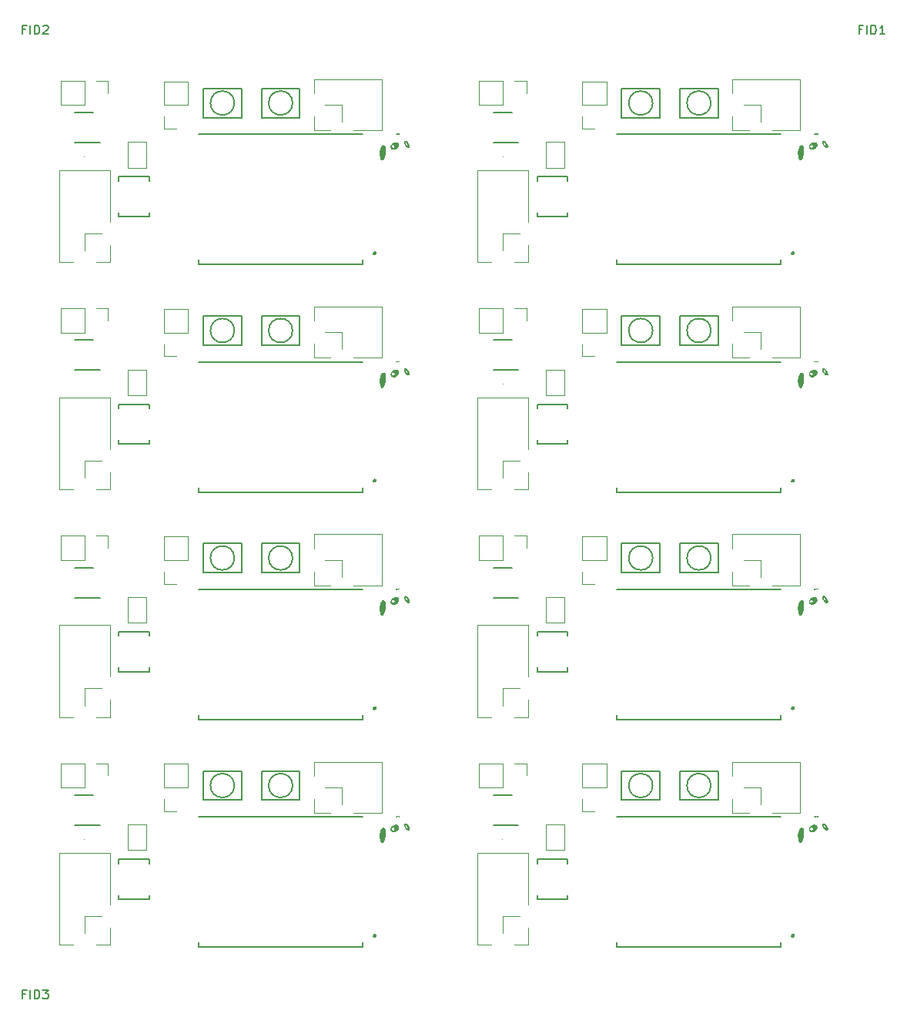
<source format=gbr>
G04 #@! TF.GenerationSoftware,KiCad,Pcbnew,5.0.2-bee76a0~70~ubuntu18.04.1*
G04 #@! TF.CreationDate,2020-03-05T15:15:43+01:00*
G04 #@! TF.ProjectId,output.m3_panel,6f757470-7574-42e6-9d33-5f70616e656c,rev?*
G04 #@! TF.SameCoordinates,Original*
G04 #@! TF.FileFunction,Legend,Top*
G04 #@! TF.FilePolarity,Positive*
%FSLAX46Y46*%
G04 Gerber Fmt 4.6, Leading zero omitted, Abs format (unit mm)*
G04 Created by KiCad (PCBNEW 5.0.2-bee76a0~70~ubuntu18.04.1) date Thu 05 Mar 2020 03:15:43 PM CET*
%MOMM*%
%LPD*%
G01*
G04 APERTURE LIST*
%ADD10C,0.400000*%
%ADD11C,0.127000*%
%ADD12C,0.120000*%
%ADD13C,0.150000*%
%ADD14C,0.152400*%
%ADD15C,0.010000*%
%ADD16C,0.060000*%
%ADD17C,0.100000*%
G04 APERTURE END LIST*
D10*
G04 #@! TO.C,U2*
X185350000Y-148500000D02*
G75*
G03X185350000Y-148500000I-50000J0D01*
G01*
D11*
X184000000Y-149750000D02*
X166000000Y-149750000D01*
X166000000Y-149750000D02*
X166000000Y-149240000D01*
X184000000Y-149750000D02*
X184000000Y-149240000D01*
X184000000Y-135450000D02*
X166000000Y-135450000D01*
D10*
X139350000Y-148500000D02*
G75*
G03X139350000Y-148500000I-50000J0D01*
G01*
D11*
X138000000Y-149750000D02*
X120000000Y-149750000D01*
X120000000Y-149750000D02*
X120000000Y-149240000D01*
X138000000Y-149750000D02*
X138000000Y-149240000D01*
X138000000Y-135450000D02*
X120000000Y-135450000D01*
D10*
X185350000Y-123500000D02*
G75*
G03X185350000Y-123500000I-50000J0D01*
G01*
D11*
X184000000Y-124750000D02*
X166000000Y-124750000D01*
X166000000Y-124750000D02*
X166000000Y-124240000D01*
X184000000Y-124750000D02*
X184000000Y-124240000D01*
X184000000Y-110450000D02*
X166000000Y-110450000D01*
D10*
X139350000Y-123500000D02*
G75*
G03X139350000Y-123500000I-50000J0D01*
G01*
D11*
X138000000Y-124750000D02*
X120000000Y-124750000D01*
X120000000Y-124750000D02*
X120000000Y-124240000D01*
X138000000Y-124750000D02*
X138000000Y-124240000D01*
X138000000Y-110450000D02*
X120000000Y-110450000D01*
D10*
X185350000Y-98500000D02*
G75*
G03X185350000Y-98500000I-50000J0D01*
G01*
D11*
X184000000Y-99750000D02*
X166000000Y-99750000D01*
X166000000Y-99750000D02*
X166000000Y-99240000D01*
X184000000Y-99750000D02*
X184000000Y-99240000D01*
X184000000Y-85450000D02*
X166000000Y-85450000D01*
D10*
X139350000Y-98500000D02*
G75*
G03X139350000Y-98500000I-50000J0D01*
G01*
D11*
X138000000Y-99750000D02*
X120000000Y-99750000D01*
X120000000Y-99750000D02*
X120000000Y-99240000D01*
X138000000Y-99750000D02*
X138000000Y-99240000D01*
X138000000Y-85450000D02*
X120000000Y-85450000D01*
D10*
X185350000Y-73500000D02*
G75*
G03X185350000Y-73500000I-50000J0D01*
G01*
D11*
X184000000Y-74750000D02*
X166000000Y-74750000D01*
X166000000Y-74750000D02*
X166000000Y-74240000D01*
X184000000Y-74750000D02*
X184000000Y-74240000D01*
X184000000Y-60450000D02*
X166000000Y-60450000D01*
D12*
G04 #@! TO.C,J3*
X163500000Y-134830000D02*
X162170000Y-134830000D01*
X162170000Y-134830000D02*
X162170000Y-133500000D01*
X162170000Y-132230000D02*
X162170000Y-129630000D01*
X164830000Y-129630000D02*
X162170000Y-129630000D01*
X164830000Y-132230000D02*
X164830000Y-129630000D01*
X164830000Y-132230000D02*
X162170000Y-132230000D01*
X117500000Y-134830000D02*
X116170000Y-134830000D01*
X116170000Y-134830000D02*
X116170000Y-133500000D01*
X116170000Y-132230000D02*
X116170000Y-129630000D01*
X118830000Y-129630000D02*
X116170000Y-129630000D01*
X118830000Y-132230000D02*
X118830000Y-129630000D01*
X118830000Y-132230000D02*
X116170000Y-132230000D01*
X163500000Y-109830000D02*
X162170000Y-109830000D01*
X162170000Y-109830000D02*
X162170000Y-108500000D01*
X162170000Y-107230000D02*
X162170000Y-104630000D01*
X164830000Y-104630000D02*
X162170000Y-104630000D01*
X164830000Y-107230000D02*
X164830000Y-104630000D01*
X164830000Y-107230000D02*
X162170000Y-107230000D01*
X117500000Y-109830000D02*
X116170000Y-109830000D01*
X116170000Y-109830000D02*
X116170000Y-108500000D01*
X116170000Y-107230000D02*
X116170000Y-104630000D01*
X118830000Y-104630000D02*
X116170000Y-104630000D01*
X118830000Y-107230000D02*
X118830000Y-104630000D01*
X118830000Y-107230000D02*
X116170000Y-107230000D01*
X163500000Y-84830000D02*
X162170000Y-84830000D01*
X162170000Y-84830000D02*
X162170000Y-83500000D01*
X162170000Y-82230000D02*
X162170000Y-79630000D01*
X164830000Y-79630000D02*
X162170000Y-79630000D01*
X164830000Y-82230000D02*
X164830000Y-79630000D01*
X164830000Y-82230000D02*
X162170000Y-82230000D01*
X117500000Y-84830000D02*
X116170000Y-84830000D01*
X116170000Y-84830000D02*
X116170000Y-83500000D01*
X116170000Y-82230000D02*
X116170000Y-79630000D01*
X118830000Y-79630000D02*
X116170000Y-79630000D01*
X118830000Y-82230000D02*
X118830000Y-79630000D01*
X118830000Y-82230000D02*
X116170000Y-82230000D01*
X163500000Y-59830000D02*
X162170000Y-59830000D01*
X162170000Y-59830000D02*
X162170000Y-58500000D01*
X162170000Y-57230000D02*
X162170000Y-54630000D01*
X164830000Y-54630000D02*
X162170000Y-54630000D01*
X164830000Y-57230000D02*
X164830000Y-54630000D01*
X164830000Y-57230000D02*
X162170000Y-57230000D01*
G04 #@! TO.C,J4*
X156030000Y-129570000D02*
X156030000Y-130900000D01*
X154700000Y-129570000D02*
X156030000Y-129570000D01*
X153430000Y-129570000D02*
X153430000Y-132230000D01*
X153430000Y-132230000D02*
X150830000Y-132230000D01*
X153430000Y-129570000D02*
X150830000Y-129570000D01*
X150830000Y-129570000D02*
X150830000Y-132230000D01*
X110030000Y-129570000D02*
X110030000Y-130900000D01*
X108700000Y-129570000D02*
X110030000Y-129570000D01*
X107430000Y-129570000D02*
X107430000Y-132230000D01*
X107430000Y-132230000D02*
X104830000Y-132230000D01*
X107430000Y-129570000D02*
X104830000Y-129570000D01*
X104830000Y-129570000D02*
X104830000Y-132230000D01*
X156030000Y-104570000D02*
X156030000Y-105900000D01*
X154700000Y-104570000D02*
X156030000Y-104570000D01*
X153430000Y-104570000D02*
X153430000Y-107230000D01*
X153430000Y-107230000D02*
X150830000Y-107230000D01*
X153430000Y-104570000D02*
X150830000Y-104570000D01*
X150830000Y-104570000D02*
X150830000Y-107230000D01*
X110030000Y-104570000D02*
X110030000Y-105900000D01*
X108700000Y-104570000D02*
X110030000Y-104570000D01*
X107430000Y-104570000D02*
X107430000Y-107230000D01*
X107430000Y-107230000D02*
X104830000Y-107230000D01*
X107430000Y-104570000D02*
X104830000Y-104570000D01*
X104830000Y-104570000D02*
X104830000Y-107230000D01*
X156030000Y-79570000D02*
X156030000Y-80900000D01*
X154700000Y-79570000D02*
X156030000Y-79570000D01*
X153430000Y-79570000D02*
X153430000Y-82230000D01*
X153430000Y-82230000D02*
X150830000Y-82230000D01*
X153430000Y-79570000D02*
X150830000Y-79570000D01*
X150830000Y-79570000D02*
X150830000Y-82230000D01*
X110030000Y-79570000D02*
X110030000Y-80900000D01*
X108700000Y-79570000D02*
X110030000Y-79570000D01*
X107430000Y-79570000D02*
X107430000Y-82230000D01*
X107430000Y-82230000D02*
X104830000Y-82230000D01*
X107430000Y-79570000D02*
X104830000Y-79570000D01*
X104830000Y-79570000D02*
X104830000Y-82230000D01*
X156030000Y-54570000D02*
X156030000Y-55900000D01*
X154700000Y-54570000D02*
X156030000Y-54570000D01*
X153430000Y-54570000D02*
X153430000Y-57230000D01*
X153430000Y-57230000D02*
X150830000Y-57230000D01*
X153430000Y-54570000D02*
X150830000Y-54570000D01*
X150830000Y-54570000D02*
X150830000Y-57230000D01*
D13*
G04 #@! TO.C,U3*
X155130000Y-136350000D02*
X152375000Y-136350000D01*
X154425000Y-133050000D02*
X152375000Y-133050000D01*
X109130000Y-136350000D02*
X106375000Y-136350000D01*
X108425000Y-133050000D02*
X106375000Y-133050000D01*
X155130000Y-111350000D02*
X152375000Y-111350000D01*
X154425000Y-108050000D02*
X152375000Y-108050000D01*
X109130000Y-111350000D02*
X106375000Y-111350000D01*
X108425000Y-108050000D02*
X106375000Y-108050000D01*
X155130000Y-86350000D02*
X152375000Y-86350000D01*
X154425000Y-83050000D02*
X152375000Y-83050000D01*
X109130000Y-86350000D02*
X106375000Y-86350000D01*
X108425000Y-83050000D02*
X106375000Y-83050000D01*
X155130000Y-61350000D02*
X152375000Y-61350000D01*
X154425000Y-58050000D02*
X152375000Y-58050000D01*
D14*
G04 #@! TO.C,U1*
X160576400Y-144484400D02*
X160576400Y-144027200D01*
X157223600Y-144484400D02*
X160576400Y-144484400D01*
X157223600Y-140115600D02*
X157223600Y-140572800D01*
X160576400Y-140115600D02*
X157223600Y-140115600D01*
X160576400Y-140572800D02*
X160576400Y-140115600D01*
X157223600Y-144027200D02*
X157223600Y-144484400D01*
X114576400Y-144484400D02*
X114576400Y-144027200D01*
X111223600Y-144484400D02*
X114576400Y-144484400D01*
X111223600Y-140115600D02*
X111223600Y-140572800D01*
X114576400Y-140115600D02*
X111223600Y-140115600D01*
X114576400Y-140572800D02*
X114576400Y-140115600D01*
X111223600Y-144027200D02*
X111223600Y-144484400D01*
X160576400Y-119484400D02*
X160576400Y-119027200D01*
X157223600Y-119484400D02*
X160576400Y-119484400D01*
X157223600Y-115115600D02*
X157223600Y-115572800D01*
X160576400Y-115115600D02*
X157223600Y-115115600D01*
X160576400Y-115572800D02*
X160576400Y-115115600D01*
X157223600Y-119027200D02*
X157223600Y-119484400D01*
X114576400Y-119484400D02*
X114576400Y-119027200D01*
X111223600Y-119484400D02*
X114576400Y-119484400D01*
X111223600Y-115115600D02*
X111223600Y-115572800D01*
X114576400Y-115115600D02*
X111223600Y-115115600D01*
X114576400Y-115572800D02*
X114576400Y-115115600D01*
X111223600Y-119027200D02*
X111223600Y-119484400D01*
X160576400Y-94484400D02*
X160576400Y-94027200D01*
X157223600Y-94484400D02*
X160576400Y-94484400D01*
X157223600Y-90115600D02*
X157223600Y-90572800D01*
X160576400Y-90115600D02*
X157223600Y-90115600D01*
X160576400Y-90572800D02*
X160576400Y-90115600D01*
X157223600Y-94027200D02*
X157223600Y-94484400D01*
X114576400Y-94484400D02*
X114576400Y-94027200D01*
X111223600Y-94484400D02*
X114576400Y-94484400D01*
X111223600Y-90115600D02*
X111223600Y-90572800D01*
X114576400Y-90115600D02*
X111223600Y-90115600D01*
X114576400Y-90572800D02*
X114576400Y-90115600D01*
X111223600Y-94027200D02*
X111223600Y-94484400D01*
X160576400Y-69484400D02*
X160576400Y-69027200D01*
X157223600Y-69484400D02*
X160576400Y-69484400D01*
X157223600Y-65115600D02*
X157223600Y-65572800D01*
X160576400Y-65115600D02*
X157223600Y-65115600D01*
X160576400Y-65572800D02*
X160576400Y-65115600D01*
X157223600Y-69027200D02*
X157223600Y-69484400D01*
D12*
G04 #@! TO.C,J5*
X178650000Y-135000000D02*
X178650000Y-133470000D01*
X180495000Y-135000000D02*
X178650000Y-135000000D01*
X181765000Y-132200000D02*
X181765000Y-134070000D01*
X179895000Y-132200000D02*
X181765000Y-132200000D01*
X178650000Y-130930000D02*
X178650000Y-129400000D01*
X178650000Y-129400000D02*
X186150000Y-129400000D01*
X186150000Y-135000000D02*
X186150000Y-129400000D01*
X183035000Y-135000000D02*
X186150000Y-135000000D01*
X132650000Y-135000000D02*
X132650000Y-133470000D01*
X134495000Y-135000000D02*
X132650000Y-135000000D01*
X135765000Y-132200000D02*
X135765000Y-134070000D01*
X133895000Y-132200000D02*
X135765000Y-132200000D01*
X132650000Y-130930000D02*
X132650000Y-129400000D01*
X132650000Y-129400000D02*
X140150000Y-129400000D01*
X140150000Y-135000000D02*
X140150000Y-129400000D01*
X137035000Y-135000000D02*
X140150000Y-135000000D01*
X178650000Y-110000000D02*
X178650000Y-108470000D01*
X180495000Y-110000000D02*
X178650000Y-110000000D01*
X181765000Y-107200000D02*
X181765000Y-109070000D01*
X179895000Y-107200000D02*
X181765000Y-107200000D01*
X178650000Y-105930000D02*
X178650000Y-104400000D01*
X178650000Y-104400000D02*
X186150000Y-104400000D01*
X186150000Y-110000000D02*
X186150000Y-104400000D01*
X183035000Y-110000000D02*
X186150000Y-110000000D01*
X132650000Y-110000000D02*
X132650000Y-108470000D01*
X134495000Y-110000000D02*
X132650000Y-110000000D01*
X135765000Y-107200000D02*
X135765000Y-109070000D01*
X133895000Y-107200000D02*
X135765000Y-107200000D01*
X132650000Y-105930000D02*
X132650000Y-104400000D01*
X132650000Y-104400000D02*
X140150000Y-104400000D01*
X140150000Y-110000000D02*
X140150000Y-104400000D01*
X137035000Y-110000000D02*
X140150000Y-110000000D01*
X178650000Y-85000000D02*
X178650000Y-83470000D01*
X180495000Y-85000000D02*
X178650000Y-85000000D01*
X181765000Y-82200000D02*
X181765000Y-84070000D01*
X179895000Y-82200000D02*
X181765000Y-82200000D01*
X178650000Y-80930000D02*
X178650000Y-79400000D01*
X178650000Y-79400000D02*
X186150000Y-79400000D01*
X186150000Y-85000000D02*
X186150000Y-79400000D01*
X183035000Y-85000000D02*
X186150000Y-85000000D01*
X132650000Y-85000000D02*
X132650000Y-83470000D01*
X134495000Y-85000000D02*
X132650000Y-85000000D01*
X135765000Y-82200000D02*
X135765000Y-84070000D01*
X133895000Y-82200000D02*
X135765000Y-82200000D01*
X132650000Y-80930000D02*
X132650000Y-79400000D01*
X132650000Y-79400000D02*
X140150000Y-79400000D01*
X140150000Y-85000000D02*
X140150000Y-79400000D01*
X137035000Y-85000000D02*
X140150000Y-85000000D01*
X178650000Y-60000000D02*
X178650000Y-58470000D01*
X180495000Y-60000000D02*
X178650000Y-60000000D01*
X181765000Y-57200000D02*
X181765000Y-59070000D01*
X179895000Y-57200000D02*
X181765000Y-57200000D01*
X178650000Y-55930000D02*
X178650000Y-54400000D01*
X178650000Y-54400000D02*
X186150000Y-54400000D01*
X186150000Y-60000000D02*
X186150000Y-54400000D01*
X183035000Y-60000000D02*
X186150000Y-60000000D01*
D15*
G04 #@! TO.C,H3*
G36*
X186113400Y-138237086D02*
X186093253Y-138234859D01*
X186075738Y-138231260D01*
X186060413Y-138225516D01*
X186046835Y-138216853D01*
X186034562Y-138204500D01*
X186023151Y-138187684D01*
X186012161Y-138165631D01*
X186001148Y-138137569D01*
X185989670Y-138102725D01*
X185977285Y-138060326D01*
X185963551Y-138009599D01*
X185948024Y-137949772D01*
X185947302Y-137946957D01*
X185930095Y-137874350D01*
X185916061Y-137802548D01*
X185904912Y-137729381D01*
X185896363Y-137652674D01*
X185890127Y-137570255D01*
X185885992Y-137482064D01*
X185884884Y-137448419D01*
X185884379Y-137422299D01*
X185884668Y-137401075D01*
X185885943Y-137382121D01*
X185888393Y-137362810D01*
X185892210Y-137340515D01*
X185897585Y-137312607D01*
X185898729Y-137306804D01*
X185915210Y-137228113D01*
X185932736Y-137153418D01*
X185951055Y-137083485D01*
X185969914Y-137019083D01*
X185989060Y-136960979D01*
X186008242Y-136909942D01*
X186027207Y-136866739D01*
X186045701Y-136832138D01*
X186062944Y-136807531D01*
X186073648Y-136794075D01*
X186087924Y-136775107D01*
X186103626Y-136753513D01*
X186114114Y-136738672D01*
X186139615Y-136704549D01*
X186163379Y-136677623D01*
X186184679Y-136658640D01*
X186201778Y-136648718D01*
X186213753Y-136646126D01*
X186231452Y-136644466D01*
X186245962Y-136644112D01*
X186262552Y-136644958D01*
X186277832Y-136647800D01*
X186294855Y-136653521D01*
X186316672Y-136663006D01*
X186325641Y-136667206D01*
X186348409Y-136678930D01*
X186369895Y-136691643D01*
X186386949Y-136703406D01*
X186393402Y-136708869D01*
X186416303Y-136737114D01*
X186436373Y-136774941D01*
X186453629Y-136822404D01*
X186468094Y-136879555D01*
X186476642Y-136925804D01*
X186479159Y-136943060D01*
X186481179Y-136961237D01*
X186482753Y-136981650D01*
X186483929Y-137005616D01*
X186484758Y-137034449D01*
X186485289Y-137069465D01*
X186485572Y-137111980D01*
X186485656Y-137163308D01*
X186485656Y-137164564D01*
X186485533Y-137221046D01*
X186485087Y-137269393D01*
X186484198Y-137311632D01*
X186482744Y-137349787D01*
X186480604Y-137385882D01*
X186477659Y-137421942D01*
X186473787Y-137459991D01*
X186468867Y-137502055D01*
X186462778Y-137550157D01*
X186462533Y-137552046D01*
X186453475Y-137609070D01*
X186440625Y-137671525D01*
X186424570Y-137737523D01*
X186405895Y-137805176D01*
X186385188Y-137872597D01*
X186363036Y-137937897D01*
X186340024Y-137999189D01*
X186316739Y-138054585D01*
X186293769Y-138102198D01*
X186288571Y-138111887D01*
X186260704Y-138155989D01*
X186229618Y-138193307D01*
X186229013Y-138193928D01*
X186206221Y-138215205D01*
X186185533Y-138228922D01*
X186163838Y-138236241D01*
X186138026Y-138238322D01*
X186113400Y-138237086D01*
X186113400Y-138237086D01*
G37*
X186113400Y-138237086D02*
X186093253Y-138234859D01*
X186075738Y-138231260D01*
X186060413Y-138225516D01*
X186046835Y-138216853D01*
X186034562Y-138204500D01*
X186023151Y-138187684D01*
X186012161Y-138165631D01*
X186001148Y-138137569D01*
X185989670Y-138102725D01*
X185977285Y-138060326D01*
X185963551Y-138009599D01*
X185948024Y-137949772D01*
X185947302Y-137946957D01*
X185930095Y-137874350D01*
X185916061Y-137802548D01*
X185904912Y-137729381D01*
X185896363Y-137652674D01*
X185890127Y-137570255D01*
X185885992Y-137482064D01*
X185884884Y-137448419D01*
X185884379Y-137422299D01*
X185884668Y-137401075D01*
X185885943Y-137382121D01*
X185888393Y-137362810D01*
X185892210Y-137340515D01*
X185897585Y-137312607D01*
X185898729Y-137306804D01*
X185915210Y-137228113D01*
X185932736Y-137153418D01*
X185951055Y-137083485D01*
X185969914Y-137019083D01*
X185989060Y-136960979D01*
X186008242Y-136909942D01*
X186027207Y-136866739D01*
X186045701Y-136832138D01*
X186062944Y-136807531D01*
X186073648Y-136794075D01*
X186087924Y-136775107D01*
X186103626Y-136753513D01*
X186114114Y-136738672D01*
X186139615Y-136704549D01*
X186163379Y-136677623D01*
X186184679Y-136658640D01*
X186201778Y-136648718D01*
X186213753Y-136646126D01*
X186231452Y-136644466D01*
X186245962Y-136644112D01*
X186262552Y-136644958D01*
X186277832Y-136647800D01*
X186294855Y-136653521D01*
X186316672Y-136663006D01*
X186325641Y-136667206D01*
X186348409Y-136678930D01*
X186369895Y-136691643D01*
X186386949Y-136703406D01*
X186393402Y-136708869D01*
X186416303Y-136737114D01*
X186436373Y-136774941D01*
X186453629Y-136822404D01*
X186468094Y-136879555D01*
X186476642Y-136925804D01*
X186479159Y-136943060D01*
X186481179Y-136961237D01*
X186482753Y-136981650D01*
X186483929Y-137005616D01*
X186484758Y-137034449D01*
X186485289Y-137069465D01*
X186485572Y-137111980D01*
X186485656Y-137163308D01*
X186485656Y-137164564D01*
X186485533Y-137221046D01*
X186485087Y-137269393D01*
X186484198Y-137311632D01*
X186482744Y-137349787D01*
X186480604Y-137385882D01*
X186477659Y-137421942D01*
X186473787Y-137459991D01*
X186468867Y-137502055D01*
X186462778Y-137550157D01*
X186462533Y-137552046D01*
X186453475Y-137609070D01*
X186440625Y-137671525D01*
X186424570Y-137737523D01*
X186405895Y-137805176D01*
X186385188Y-137872597D01*
X186363036Y-137937897D01*
X186340024Y-137999189D01*
X186316739Y-138054585D01*
X186293769Y-138102198D01*
X186288571Y-138111887D01*
X186260704Y-138155989D01*
X186229618Y-138193307D01*
X186229013Y-138193928D01*
X186206221Y-138215205D01*
X186185533Y-138228922D01*
X186163838Y-138236241D01*
X186138026Y-138238322D01*
X186113400Y-138237086D01*
G36*
X140113400Y-138237086D02*
X140093253Y-138234859D01*
X140075738Y-138231260D01*
X140060413Y-138225516D01*
X140046835Y-138216853D01*
X140034562Y-138204500D01*
X140023151Y-138187684D01*
X140012161Y-138165631D01*
X140001148Y-138137569D01*
X139989670Y-138102725D01*
X139977285Y-138060326D01*
X139963551Y-138009599D01*
X139948024Y-137949772D01*
X139947302Y-137946957D01*
X139930095Y-137874350D01*
X139916061Y-137802548D01*
X139904912Y-137729381D01*
X139896363Y-137652674D01*
X139890127Y-137570255D01*
X139885992Y-137482064D01*
X139884884Y-137448419D01*
X139884379Y-137422299D01*
X139884668Y-137401075D01*
X139885943Y-137382121D01*
X139888393Y-137362810D01*
X139892210Y-137340515D01*
X139897585Y-137312607D01*
X139898729Y-137306804D01*
X139915210Y-137228113D01*
X139932736Y-137153418D01*
X139951055Y-137083485D01*
X139969914Y-137019083D01*
X139989060Y-136960979D01*
X140008242Y-136909942D01*
X140027207Y-136866739D01*
X140045701Y-136832138D01*
X140062944Y-136807531D01*
X140073648Y-136794075D01*
X140087924Y-136775107D01*
X140103626Y-136753513D01*
X140114114Y-136738672D01*
X140139615Y-136704549D01*
X140163379Y-136677623D01*
X140184679Y-136658640D01*
X140201778Y-136648718D01*
X140213753Y-136646126D01*
X140231452Y-136644466D01*
X140245962Y-136644112D01*
X140262552Y-136644958D01*
X140277832Y-136647800D01*
X140294855Y-136653521D01*
X140316672Y-136663006D01*
X140325641Y-136667206D01*
X140348409Y-136678930D01*
X140369895Y-136691643D01*
X140386949Y-136703406D01*
X140393402Y-136708869D01*
X140416303Y-136737114D01*
X140436373Y-136774941D01*
X140453629Y-136822404D01*
X140468094Y-136879555D01*
X140476642Y-136925804D01*
X140479159Y-136943060D01*
X140481179Y-136961237D01*
X140482753Y-136981650D01*
X140483929Y-137005616D01*
X140484758Y-137034449D01*
X140485289Y-137069465D01*
X140485572Y-137111980D01*
X140485656Y-137163308D01*
X140485656Y-137164564D01*
X140485533Y-137221046D01*
X140485087Y-137269393D01*
X140484198Y-137311632D01*
X140482744Y-137349787D01*
X140480604Y-137385882D01*
X140477659Y-137421942D01*
X140473787Y-137459991D01*
X140468867Y-137502055D01*
X140462778Y-137550157D01*
X140462533Y-137552046D01*
X140453475Y-137609070D01*
X140440625Y-137671525D01*
X140424570Y-137737523D01*
X140405895Y-137805176D01*
X140385188Y-137872597D01*
X140363036Y-137937897D01*
X140340024Y-137999189D01*
X140316739Y-138054585D01*
X140293769Y-138102198D01*
X140288571Y-138111887D01*
X140260704Y-138155989D01*
X140229618Y-138193307D01*
X140229013Y-138193928D01*
X140206221Y-138215205D01*
X140185533Y-138228922D01*
X140163838Y-138236241D01*
X140138026Y-138238322D01*
X140113400Y-138237086D01*
X140113400Y-138237086D01*
G37*
X140113400Y-138237086D02*
X140093253Y-138234859D01*
X140075738Y-138231260D01*
X140060413Y-138225516D01*
X140046835Y-138216853D01*
X140034562Y-138204500D01*
X140023151Y-138187684D01*
X140012161Y-138165631D01*
X140001148Y-138137569D01*
X139989670Y-138102725D01*
X139977285Y-138060326D01*
X139963551Y-138009599D01*
X139948024Y-137949772D01*
X139947302Y-137946957D01*
X139930095Y-137874350D01*
X139916061Y-137802548D01*
X139904912Y-137729381D01*
X139896363Y-137652674D01*
X139890127Y-137570255D01*
X139885992Y-137482064D01*
X139884884Y-137448419D01*
X139884379Y-137422299D01*
X139884668Y-137401075D01*
X139885943Y-137382121D01*
X139888393Y-137362810D01*
X139892210Y-137340515D01*
X139897585Y-137312607D01*
X139898729Y-137306804D01*
X139915210Y-137228113D01*
X139932736Y-137153418D01*
X139951055Y-137083485D01*
X139969914Y-137019083D01*
X139989060Y-136960979D01*
X140008242Y-136909942D01*
X140027207Y-136866739D01*
X140045701Y-136832138D01*
X140062944Y-136807531D01*
X140073648Y-136794075D01*
X140087924Y-136775107D01*
X140103626Y-136753513D01*
X140114114Y-136738672D01*
X140139615Y-136704549D01*
X140163379Y-136677623D01*
X140184679Y-136658640D01*
X140201778Y-136648718D01*
X140213753Y-136646126D01*
X140231452Y-136644466D01*
X140245962Y-136644112D01*
X140262552Y-136644958D01*
X140277832Y-136647800D01*
X140294855Y-136653521D01*
X140316672Y-136663006D01*
X140325641Y-136667206D01*
X140348409Y-136678930D01*
X140369895Y-136691643D01*
X140386949Y-136703406D01*
X140393402Y-136708869D01*
X140416303Y-136737114D01*
X140436373Y-136774941D01*
X140453629Y-136822404D01*
X140468094Y-136879555D01*
X140476642Y-136925804D01*
X140479159Y-136943060D01*
X140481179Y-136961237D01*
X140482753Y-136981650D01*
X140483929Y-137005616D01*
X140484758Y-137034449D01*
X140485289Y-137069465D01*
X140485572Y-137111980D01*
X140485656Y-137163308D01*
X140485656Y-137164564D01*
X140485533Y-137221046D01*
X140485087Y-137269393D01*
X140484198Y-137311632D01*
X140482744Y-137349787D01*
X140480604Y-137385882D01*
X140477659Y-137421942D01*
X140473787Y-137459991D01*
X140468867Y-137502055D01*
X140462778Y-137550157D01*
X140462533Y-137552046D01*
X140453475Y-137609070D01*
X140440625Y-137671525D01*
X140424570Y-137737523D01*
X140405895Y-137805176D01*
X140385188Y-137872597D01*
X140363036Y-137937897D01*
X140340024Y-137999189D01*
X140316739Y-138054585D01*
X140293769Y-138102198D01*
X140288571Y-138111887D01*
X140260704Y-138155989D01*
X140229618Y-138193307D01*
X140229013Y-138193928D01*
X140206221Y-138215205D01*
X140185533Y-138228922D01*
X140163838Y-138236241D01*
X140138026Y-138238322D01*
X140113400Y-138237086D01*
G36*
X186113400Y-113237086D02*
X186093253Y-113234859D01*
X186075738Y-113231260D01*
X186060413Y-113225516D01*
X186046835Y-113216853D01*
X186034562Y-113204500D01*
X186023151Y-113187684D01*
X186012161Y-113165631D01*
X186001148Y-113137569D01*
X185989670Y-113102725D01*
X185977285Y-113060326D01*
X185963551Y-113009599D01*
X185948024Y-112949772D01*
X185947302Y-112946957D01*
X185930095Y-112874350D01*
X185916061Y-112802548D01*
X185904912Y-112729381D01*
X185896363Y-112652674D01*
X185890127Y-112570255D01*
X185885992Y-112482064D01*
X185884884Y-112448419D01*
X185884379Y-112422299D01*
X185884668Y-112401075D01*
X185885943Y-112382121D01*
X185888393Y-112362810D01*
X185892210Y-112340515D01*
X185897585Y-112312607D01*
X185898729Y-112306804D01*
X185915210Y-112228113D01*
X185932736Y-112153418D01*
X185951055Y-112083485D01*
X185969914Y-112019083D01*
X185989060Y-111960979D01*
X186008242Y-111909942D01*
X186027207Y-111866739D01*
X186045701Y-111832138D01*
X186062944Y-111807531D01*
X186073648Y-111794075D01*
X186087924Y-111775107D01*
X186103626Y-111753513D01*
X186114114Y-111738672D01*
X186139615Y-111704549D01*
X186163379Y-111677623D01*
X186184679Y-111658640D01*
X186201778Y-111648718D01*
X186213753Y-111646126D01*
X186231452Y-111644466D01*
X186245962Y-111644112D01*
X186262552Y-111644958D01*
X186277832Y-111647800D01*
X186294855Y-111653521D01*
X186316672Y-111663006D01*
X186325641Y-111667206D01*
X186348409Y-111678930D01*
X186369895Y-111691643D01*
X186386949Y-111703406D01*
X186393402Y-111708869D01*
X186416303Y-111737114D01*
X186436373Y-111774941D01*
X186453629Y-111822404D01*
X186468094Y-111879555D01*
X186476642Y-111925804D01*
X186479159Y-111943060D01*
X186481179Y-111961237D01*
X186482753Y-111981650D01*
X186483929Y-112005616D01*
X186484758Y-112034449D01*
X186485289Y-112069465D01*
X186485572Y-112111980D01*
X186485656Y-112163308D01*
X186485656Y-112164564D01*
X186485533Y-112221046D01*
X186485087Y-112269393D01*
X186484198Y-112311632D01*
X186482744Y-112349787D01*
X186480604Y-112385882D01*
X186477659Y-112421942D01*
X186473787Y-112459991D01*
X186468867Y-112502055D01*
X186462778Y-112550157D01*
X186462533Y-112552046D01*
X186453475Y-112609070D01*
X186440625Y-112671525D01*
X186424570Y-112737523D01*
X186405895Y-112805176D01*
X186385188Y-112872597D01*
X186363036Y-112937897D01*
X186340024Y-112999189D01*
X186316739Y-113054585D01*
X186293769Y-113102198D01*
X186288571Y-113111887D01*
X186260704Y-113155989D01*
X186229618Y-113193307D01*
X186229013Y-113193928D01*
X186206221Y-113215205D01*
X186185533Y-113228922D01*
X186163838Y-113236241D01*
X186138026Y-113238322D01*
X186113400Y-113237086D01*
X186113400Y-113237086D01*
G37*
X186113400Y-113237086D02*
X186093253Y-113234859D01*
X186075738Y-113231260D01*
X186060413Y-113225516D01*
X186046835Y-113216853D01*
X186034562Y-113204500D01*
X186023151Y-113187684D01*
X186012161Y-113165631D01*
X186001148Y-113137569D01*
X185989670Y-113102725D01*
X185977285Y-113060326D01*
X185963551Y-113009599D01*
X185948024Y-112949772D01*
X185947302Y-112946957D01*
X185930095Y-112874350D01*
X185916061Y-112802548D01*
X185904912Y-112729381D01*
X185896363Y-112652674D01*
X185890127Y-112570255D01*
X185885992Y-112482064D01*
X185884884Y-112448419D01*
X185884379Y-112422299D01*
X185884668Y-112401075D01*
X185885943Y-112382121D01*
X185888393Y-112362810D01*
X185892210Y-112340515D01*
X185897585Y-112312607D01*
X185898729Y-112306804D01*
X185915210Y-112228113D01*
X185932736Y-112153418D01*
X185951055Y-112083485D01*
X185969914Y-112019083D01*
X185989060Y-111960979D01*
X186008242Y-111909942D01*
X186027207Y-111866739D01*
X186045701Y-111832138D01*
X186062944Y-111807531D01*
X186073648Y-111794075D01*
X186087924Y-111775107D01*
X186103626Y-111753513D01*
X186114114Y-111738672D01*
X186139615Y-111704549D01*
X186163379Y-111677623D01*
X186184679Y-111658640D01*
X186201778Y-111648718D01*
X186213753Y-111646126D01*
X186231452Y-111644466D01*
X186245962Y-111644112D01*
X186262552Y-111644958D01*
X186277832Y-111647800D01*
X186294855Y-111653521D01*
X186316672Y-111663006D01*
X186325641Y-111667206D01*
X186348409Y-111678930D01*
X186369895Y-111691643D01*
X186386949Y-111703406D01*
X186393402Y-111708869D01*
X186416303Y-111737114D01*
X186436373Y-111774941D01*
X186453629Y-111822404D01*
X186468094Y-111879555D01*
X186476642Y-111925804D01*
X186479159Y-111943060D01*
X186481179Y-111961237D01*
X186482753Y-111981650D01*
X186483929Y-112005616D01*
X186484758Y-112034449D01*
X186485289Y-112069465D01*
X186485572Y-112111980D01*
X186485656Y-112163308D01*
X186485656Y-112164564D01*
X186485533Y-112221046D01*
X186485087Y-112269393D01*
X186484198Y-112311632D01*
X186482744Y-112349787D01*
X186480604Y-112385882D01*
X186477659Y-112421942D01*
X186473787Y-112459991D01*
X186468867Y-112502055D01*
X186462778Y-112550157D01*
X186462533Y-112552046D01*
X186453475Y-112609070D01*
X186440625Y-112671525D01*
X186424570Y-112737523D01*
X186405895Y-112805176D01*
X186385188Y-112872597D01*
X186363036Y-112937897D01*
X186340024Y-112999189D01*
X186316739Y-113054585D01*
X186293769Y-113102198D01*
X186288571Y-113111887D01*
X186260704Y-113155989D01*
X186229618Y-113193307D01*
X186229013Y-113193928D01*
X186206221Y-113215205D01*
X186185533Y-113228922D01*
X186163838Y-113236241D01*
X186138026Y-113238322D01*
X186113400Y-113237086D01*
G36*
X140113400Y-113237086D02*
X140093253Y-113234859D01*
X140075738Y-113231260D01*
X140060413Y-113225516D01*
X140046835Y-113216853D01*
X140034562Y-113204500D01*
X140023151Y-113187684D01*
X140012161Y-113165631D01*
X140001148Y-113137569D01*
X139989670Y-113102725D01*
X139977285Y-113060326D01*
X139963551Y-113009599D01*
X139948024Y-112949772D01*
X139947302Y-112946957D01*
X139930095Y-112874350D01*
X139916061Y-112802548D01*
X139904912Y-112729381D01*
X139896363Y-112652674D01*
X139890127Y-112570255D01*
X139885992Y-112482064D01*
X139884884Y-112448419D01*
X139884379Y-112422299D01*
X139884668Y-112401075D01*
X139885943Y-112382121D01*
X139888393Y-112362810D01*
X139892210Y-112340515D01*
X139897585Y-112312607D01*
X139898729Y-112306804D01*
X139915210Y-112228113D01*
X139932736Y-112153418D01*
X139951055Y-112083485D01*
X139969914Y-112019083D01*
X139989060Y-111960979D01*
X140008242Y-111909942D01*
X140027207Y-111866739D01*
X140045701Y-111832138D01*
X140062944Y-111807531D01*
X140073648Y-111794075D01*
X140087924Y-111775107D01*
X140103626Y-111753513D01*
X140114114Y-111738672D01*
X140139615Y-111704549D01*
X140163379Y-111677623D01*
X140184679Y-111658640D01*
X140201778Y-111648718D01*
X140213753Y-111646126D01*
X140231452Y-111644466D01*
X140245962Y-111644112D01*
X140262552Y-111644958D01*
X140277832Y-111647800D01*
X140294855Y-111653521D01*
X140316672Y-111663006D01*
X140325641Y-111667206D01*
X140348409Y-111678930D01*
X140369895Y-111691643D01*
X140386949Y-111703406D01*
X140393402Y-111708869D01*
X140416303Y-111737114D01*
X140436373Y-111774941D01*
X140453629Y-111822404D01*
X140468094Y-111879555D01*
X140476642Y-111925804D01*
X140479159Y-111943060D01*
X140481179Y-111961237D01*
X140482753Y-111981650D01*
X140483929Y-112005616D01*
X140484758Y-112034449D01*
X140485289Y-112069465D01*
X140485572Y-112111980D01*
X140485656Y-112163308D01*
X140485656Y-112164564D01*
X140485533Y-112221046D01*
X140485087Y-112269393D01*
X140484198Y-112311632D01*
X140482744Y-112349787D01*
X140480604Y-112385882D01*
X140477659Y-112421942D01*
X140473787Y-112459991D01*
X140468867Y-112502055D01*
X140462778Y-112550157D01*
X140462533Y-112552046D01*
X140453475Y-112609070D01*
X140440625Y-112671525D01*
X140424570Y-112737523D01*
X140405895Y-112805176D01*
X140385188Y-112872597D01*
X140363036Y-112937897D01*
X140340024Y-112999189D01*
X140316739Y-113054585D01*
X140293769Y-113102198D01*
X140288571Y-113111887D01*
X140260704Y-113155989D01*
X140229618Y-113193307D01*
X140229013Y-113193928D01*
X140206221Y-113215205D01*
X140185533Y-113228922D01*
X140163838Y-113236241D01*
X140138026Y-113238322D01*
X140113400Y-113237086D01*
X140113400Y-113237086D01*
G37*
X140113400Y-113237086D02*
X140093253Y-113234859D01*
X140075738Y-113231260D01*
X140060413Y-113225516D01*
X140046835Y-113216853D01*
X140034562Y-113204500D01*
X140023151Y-113187684D01*
X140012161Y-113165631D01*
X140001148Y-113137569D01*
X139989670Y-113102725D01*
X139977285Y-113060326D01*
X139963551Y-113009599D01*
X139948024Y-112949772D01*
X139947302Y-112946957D01*
X139930095Y-112874350D01*
X139916061Y-112802548D01*
X139904912Y-112729381D01*
X139896363Y-112652674D01*
X139890127Y-112570255D01*
X139885992Y-112482064D01*
X139884884Y-112448419D01*
X139884379Y-112422299D01*
X139884668Y-112401075D01*
X139885943Y-112382121D01*
X139888393Y-112362810D01*
X139892210Y-112340515D01*
X139897585Y-112312607D01*
X139898729Y-112306804D01*
X139915210Y-112228113D01*
X139932736Y-112153418D01*
X139951055Y-112083485D01*
X139969914Y-112019083D01*
X139989060Y-111960979D01*
X140008242Y-111909942D01*
X140027207Y-111866739D01*
X140045701Y-111832138D01*
X140062944Y-111807531D01*
X140073648Y-111794075D01*
X140087924Y-111775107D01*
X140103626Y-111753513D01*
X140114114Y-111738672D01*
X140139615Y-111704549D01*
X140163379Y-111677623D01*
X140184679Y-111658640D01*
X140201778Y-111648718D01*
X140213753Y-111646126D01*
X140231452Y-111644466D01*
X140245962Y-111644112D01*
X140262552Y-111644958D01*
X140277832Y-111647800D01*
X140294855Y-111653521D01*
X140316672Y-111663006D01*
X140325641Y-111667206D01*
X140348409Y-111678930D01*
X140369895Y-111691643D01*
X140386949Y-111703406D01*
X140393402Y-111708869D01*
X140416303Y-111737114D01*
X140436373Y-111774941D01*
X140453629Y-111822404D01*
X140468094Y-111879555D01*
X140476642Y-111925804D01*
X140479159Y-111943060D01*
X140481179Y-111961237D01*
X140482753Y-111981650D01*
X140483929Y-112005616D01*
X140484758Y-112034449D01*
X140485289Y-112069465D01*
X140485572Y-112111980D01*
X140485656Y-112163308D01*
X140485656Y-112164564D01*
X140485533Y-112221046D01*
X140485087Y-112269393D01*
X140484198Y-112311632D01*
X140482744Y-112349787D01*
X140480604Y-112385882D01*
X140477659Y-112421942D01*
X140473787Y-112459991D01*
X140468867Y-112502055D01*
X140462778Y-112550157D01*
X140462533Y-112552046D01*
X140453475Y-112609070D01*
X140440625Y-112671525D01*
X140424570Y-112737523D01*
X140405895Y-112805176D01*
X140385188Y-112872597D01*
X140363036Y-112937897D01*
X140340024Y-112999189D01*
X140316739Y-113054585D01*
X140293769Y-113102198D01*
X140288571Y-113111887D01*
X140260704Y-113155989D01*
X140229618Y-113193307D01*
X140229013Y-113193928D01*
X140206221Y-113215205D01*
X140185533Y-113228922D01*
X140163838Y-113236241D01*
X140138026Y-113238322D01*
X140113400Y-113237086D01*
G36*
X186113400Y-88237086D02*
X186093253Y-88234859D01*
X186075738Y-88231260D01*
X186060413Y-88225516D01*
X186046835Y-88216853D01*
X186034562Y-88204500D01*
X186023151Y-88187684D01*
X186012161Y-88165631D01*
X186001148Y-88137569D01*
X185989670Y-88102725D01*
X185977285Y-88060326D01*
X185963551Y-88009599D01*
X185948024Y-87949772D01*
X185947302Y-87946957D01*
X185930095Y-87874350D01*
X185916061Y-87802548D01*
X185904912Y-87729381D01*
X185896363Y-87652674D01*
X185890127Y-87570255D01*
X185885992Y-87482064D01*
X185884884Y-87448419D01*
X185884379Y-87422299D01*
X185884668Y-87401075D01*
X185885943Y-87382121D01*
X185888393Y-87362810D01*
X185892210Y-87340515D01*
X185897585Y-87312607D01*
X185898729Y-87306804D01*
X185915210Y-87228113D01*
X185932736Y-87153418D01*
X185951055Y-87083485D01*
X185969914Y-87019083D01*
X185989060Y-86960979D01*
X186008242Y-86909942D01*
X186027207Y-86866739D01*
X186045701Y-86832138D01*
X186062944Y-86807531D01*
X186073648Y-86794075D01*
X186087924Y-86775107D01*
X186103626Y-86753513D01*
X186114114Y-86738672D01*
X186139615Y-86704549D01*
X186163379Y-86677623D01*
X186184679Y-86658640D01*
X186201778Y-86648718D01*
X186213753Y-86646126D01*
X186231452Y-86644466D01*
X186245962Y-86644112D01*
X186262552Y-86644958D01*
X186277832Y-86647800D01*
X186294855Y-86653521D01*
X186316672Y-86663006D01*
X186325641Y-86667206D01*
X186348409Y-86678930D01*
X186369895Y-86691643D01*
X186386949Y-86703406D01*
X186393402Y-86708869D01*
X186416303Y-86737114D01*
X186436373Y-86774941D01*
X186453629Y-86822404D01*
X186468094Y-86879555D01*
X186476642Y-86925804D01*
X186479159Y-86943060D01*
X186481179Y-86961237D01*
X186482753Y-86981650D01*
X186483929Y-87005616D01*
X186484758Y-87034449D01*
X186485289Y-87069465D01*
X186485572Y-87111980D01*
X186485656Y-87163308D01*
X186485656Y-87164564D01*
X186485533Y-87221046D01*
X186485087Y-87269393D01*
X186484198Y-87311632D01*
X186482744Y-87349787D01*
X186480604Y-87385882D01*
X186477659Y-87421942D01*
X186473787Y-87459991D01*
X186468867Y-87502055D01*
X186462778Y-87550157D01*
X186462533Y-87552046D01*
X186453475Y-87609070D01*
X186440625Y-87671525D01*
X186424570Y-87737523D01*
X186405895Y-87805176D01*
X186385188Y-87872597D01*
X186363036Y-87937897D01*
X186340024Y-87999189D01*
X186316739Y-88054585D01*
X186293769Y-88102198D01*
X186288571Y-88111887D01*
X186260704Y-88155989D01*
X186229618Y-88193307D01*
X186229013Y-88193928D01*
X186206221Y-88215205D01*
X186185533Y-88228922D01*
X186163838Y-88236241D01*
X186138026Y-88238322D01*
X186113400Y-88237086D01*
X186113400Y-88237086D01*
G37*
X186113400Y-88237086D02*
X186093253Y-88234859D01*
X186075738Y-88231260D01*
X186060413Y-88225516D01*
X186046835Y-88216853D01*
X186034562Y-88204500D01*
X186023151Y-88187684D01*
X186012161Y-88165631D01*
X186001148Y-88137569D01*
X185989670Y-88102725D01*
X185977285Y-88060326D01*
X185963551Y-88009599D01*
X185948024Y-87949772D01*
X185947302Y-87946957D01*
X185930095Y-87874350D01*
X185916061Y-87802548D01*
X185904912Y-87729381D01*
X185896363Y-87652674D01*
X185890127Y-87570255D01*
X185885992Y-87482064D01*
X185884884Y-87448419D01*
X185884379Y-87422299D01*
X185884668Y-87401075D01*
X185885943Y-87382121D01*
X185888393Y-87362810D01*
X185892210Y-87340515D01*
X185897585Y-87312607D01*
X185898729Y-87306804D01*
X185915210Y-87228113D01*
X185932736Y-87153418D01*
X185951055Y-87083485D01*
X185969914Y-87019083D01*
X185989060Y-86960979D01*
X186008242Y-86909942D01*
X186027207Y-86866739D01*
X186045701Y-86832138D01*
X186062944Y-86807531D01*
X186073648Y-86794075D01*
X186087924Y-86775107D01*
X186103626Y-86753513D01*
X186114114Y-86738672D01*
X186139615Y-86704549D01*
X186163379Y-86677623D01*
X186184679Y-86658640D01*
X186201778Y-86648718D01*
X186213753Y-86646126D01*
X186231452Y-86644466D01*
X186245962Y-86644112D01*
X186262552Y-86644958D01*
X186277832Y-86647800D01*
X186294855Y-86653521D01*
X186316672Y-86663006D01*
X186325641Y-86667206D01*
X186348409Y-86678930D01*
X186369895Y-86691643D01*
X186386949Y-86703406D01*
X186393402Y-86708869D01*
X186416303Y-86737114D01*
X186436373Y-86774941D01*
X186453629Y-86822404D01*
X186468094Y-86879555D01*
X186476642Y-86925804D01*
X186479159Y-86943060D01*
X186481179Y-86961237D01*
X186482753Y-86981650D01*
X186483929Y-87005616D01*
X186484758Y-87034449D01*
X186485289Y-87069465D01*
X186485572Y-87111980D01*
X186485656Y-87163308D01*
X186485656Y-87164564D01*
X186485533Y-87221046D01*
X186485087Y-87269393D01*
X186484198Y-87311632D01*
X186482744Y-87349787D01*
X186480604Y-87385882D01*
X186477659Y-87421942D01*
X186473787Y-87459991D01*
X186468867Y-87502055D01*
X186462778Y-87550157D01*
X186462533Y-87552046D01*
X186453475Y-87609070D01*
X186440625Y-87671525D01*
X186424570Y-87737523D01*
X186405895Y-87805176D01*
X186385188Y-87872597D01*
X186363036Y-87937897D01*
X186340024Y-87999189D01*
X186316739Y-88054585D01*
X186293769Y-88102198D01*
X186288571Y-88111887D01*
X186260704Y-88155989D01*
X186229618Y-88193307D01*
X186229013Y-88193928D01*
X186206221Y-88215205D01*
X186185533Y-88228922D01*
X186163838Y-88236241D01*
X186138026Y-88238322D01*
X186113400Y-88237086D01*
G36*
X140113400Y-88237086D02*
X140093253Y-88234859D01*
X140075738Y-88231260D01*
X140060413Y-88225516D01*
X140046835Y-88216853D01*
X140034562Y-88204500D01*
X140023151Y-88187684D01*
X140012161Y-88165631D01*
X140001148Y-88137569D01*
X139989670Y-88102725D01*
X139977285Y-88060326D01*
X139963551Y-88009599D01*
X139948024Y-87949772D01*
X139947302Y-87946957D01*
X139930095Y-87874350D01*
X139916061Y-87802548D01*
X139904912Y-87729381D01*
X139896363Y-87652674D01*
X139890127Y-87570255D01*
X139885992Y-87482064D01*
X139884884Y-87448419D01*
X139884379Y-87422299D01*
X139884668Y-87401075D01*
X139885943Y-87382121D01*
X139888393Y-87362810D01*
X139892210Y-87340515D01*
X139897585Y-87312607D01*
X139898729Y-87306804D01*
X139915210Y-87228113D01*
X139932736Y-87153418D01*
X139951055Y-87083485D01*
X139969914Y-87019083D01*
X139989060Y-86960979D01*
X140008242Y-86909942D01*
X140027207Y-86866739D01*
X140045701Y-86832138D01*
X140062944Y-86807531D01*
X140073648Y-86794075D01*
X140087924Y-86775107D01*
X140103626Y-86753513D01*
X140114114Y-86738672D01*
X140139615Y-86704549D01*
X140163379Y-86677623D01*
X140184679Y-86658640D01*
X140201778Y-86648718D01*
X140213753Y-86646126D01*
X140231452Y-86644466D01*
X140245962Y-86644112D01*
X140262552Y-86644958D01*
X140277832Y-86647800D01*
X140294855Y-86653521D01*
X140316672Y-86663006D01*
X140325641Y-86667206D01*
X140348409Y-86678930D01*
X140369895Y-86691643D01*
X140386949Y-86703406D01*
X140393402Y-86708869D01*
X140416303Y-86737114D01*
X140436373Y-86774941D01*
X140453629Y-86822404D01*
X140468094Y-86879555D01*
X140476642Y-86925804D01*
X140479159Y-86943060D01*
X140481179Y-86961237D01*
X140482753Y-86981650D01*
X140483929Y-87005616D01*
X140484758Y-87034449D01*
X140485289Y-87069465D01*
X140485572Y-87111980D01*
X140485656Y-87163308D01*
X140485656Y-87164564D01*
X140485533Y-87221046D01*
X140485087Y-87269393D01*
X140484198Y-87311632D01*
X140482744Y-87349787D01*
X140480604Y-87385882D01*
X140477659Y-87421942D01*
X140473787Y-87459991D01*
X140468867Y-87502055D01*
X140462778Y-87550157D01*
X140462533Y-87552046D01*
X140453475Y-87609070D01*
X140440625Y-87671525D01*
X140424570Y-87737523D01*
X140405895Y-87805176D01*
X140385188Y-87872597D01*
X140363036Y-87937897D01*
X140340024Y-87999189D01*
X140316739Y-88054585D01*
X140293769Y-88102198D01*
X140288571Y-88111887D01*
X140260704Y-88155989D01*
X140229618Y-88193307D01*
X140229013Y-88193928D01*
X140206221Y-88215205D01*
X140185533Y-88228922D01*
X140163838Y-88236241D01*
X140138026Y-88238322D01*
X140113400Y-88237086D01*
X140113400Y-88237086D01*
G37*
X140113400Y-88237086D02*
X140093253Y-88234859D01*
X140075738Y-88231260D01*
X140060413Y-88225516D01*
X140046835Y-88216853D01*
X140034562Y-88204500D01*
X140023151Y-88187684D01*
X140012161Y-88165631D01*
X140001148Y-88137569D01*
X139989670Y-88102725D01*
X139977285Y-88060326D01*
X139963551Y-88009599D01*
X139948024Y-87949772D01*
X139947302Y-87946957D01*
X139930095Y-87874350D01*
X139916061Y-87802548D01*
X139904912Y-87729381D01*
X139896363Y-87652674D01*
X139890127Y-87570255D01*
X139885992Y-87482064D01*
X139884884Y-87448419D01*
X139884379Y-87422299D01*
X139884668Y-87401075D01*
X139885943Y-87382121D01*
X139888393Y-87362810D01*
X139892210Y-87340515D01*
X139897585Y-87312607D01*
X139898729Y-87306804D01*
X139915210Y-87228113D01*
X139932736Y-87153418D01*
X139951055Y-87083485D01*
X139969914Y-87019083D01*
X139989060Y-86960979D01*
X140008242Y-86909942D01*
X140027207Y-86866739D01*
X140045701Y-86832138D01*
X140062944Y-86807531D01*
X140073648Y-86794075D01*
X140087924Y-86775107D01*
X140103626Y-86753513D01*
X140114114Y-86738672D01*
X140139615Y-86704549D01*
X140163379Y-86677623D01*
X140184679Y-86658640D01*
X140201778Y-86648718D01*
X140213753Y-86646126D01*
X140231452Y-86644466D01*
X140245962Y-86644112D01*
X140262552Y-86644958D01*
X140277832Y-86647800D01*
X140294855Y-86653521D01*
X140316672Y-86663006D01*
X140325641Y-86667206D01*
X140348409Y-86678930D01*
X140369895Y-86691643D01*
X140386949Y-86703406D01*
X140393402Y-86708869D01*
X140416303Y-86737114D01*
X140436373Y-86774941D01*
X140453629Y-86822404D01*
X140468094Y-86879555D01*
X140476642Y-86925804D01*
X140479159Y-86943060D01*
X140481179Y-86961237D01*
X140482753Y-86981650D01*
X140483929Y-87005616D01*
X140484758Y-87034449D01*
X140485289Y-87069465D01*
X140485572Y-87111980D01*
X140485656Y-87163308D01*
X140485656Y-87164564D01*
X140485533Y-87221046D01*
X140485087Y-87269393D01*
X140484198Y-87311632D01*
X140482744Y-87349787D01*
X140480604Y-87385882D01*
X140477659Y-87421942D01*
X140473787Y-87459991D01*
X140468867Y-87502055D01*
X140462778Y-87550157D01*
X140462533Y-87552046D01*
X140453475Y-87609070D01*
X140440625Y-87671525D01*
X140424570Y-87737523D01*
X140405895Y-87805176D01*
X140385188Y-87872597D01*
X140363036Y-87937897D01*
X140340024Y-87999189D01*
X140316739Y-88054585D01*
X140293769Y-88102198D01*
X140288571Y-88111887D01*
X140260704Y-88155989D01*
X140229618Y-88193307D01*
X140229013Y-88193928D01*
X140206221Y-88215205D01*
X140185533Y-88228922D01*
X140163838Y-88236241D01*
X140138026Y-88238322D01*
X140113400Y-88237086D01*
G36*
X186113400Y-63237086D02*
X186093253Y-63234859D01*
X186075738Y-63231260D01*
X186060413Y-63225516D01*
X186046835Y-63216853D01*
X186034562Y-63204500D01*
X186023151Y-63187684D01*
X186012161Y-63165631D01*
X186001148Y-63137569D01*
X185989670Y-63102725D01*
X185977285Y-63060326D01*
X185963551Y-63009599D01*
X185948024Y-62949772D01*
X185947302Y-62946957D01*
X185930095Y-62874350D01*
X185916061Y-62802548D01*
X185904912Y-62729381D01*
X185896363Y-62652674D01*
X185890127Y-62570255D01*
X185885992Y-62482064D01*
X185884884Y-62448419D01*
X185884379Y-62422299D01*
X185884668Y-62401075D01*
X185885943Y-62382121D01*
X185888393Y-62362810D01*
X185892210Y-62340515D01*
X185897585Y-62312607D01*
X185898729Y-62306804D01*
X185915210Y-62228113D01*
X185932736Y-62153418D01*
X185951055Y-62083485D01*
X185969914Y-62019083D01*
X185989060Y-61960979D01*
X186008242Y-61909942D01*
X186027207Y-61866739D01*
X186045701Y-61832138D01*
X186062944Y-61807531D01*
X186073648Y-61794075D01*
X186087924Y-61775107D01*
X186103626Y-61753513D01*
X186114114Y-61738672D01*
X186139615Y-61704549D01*
X186163379Y-61677623D01*
X186184679Y-61658640D01*
X186201778Y-61648718D01*
X186213753Y-61646126D01*
X186231452Y-61644466D01*
X186245962Y-61644112D01*
X186262552Y-61644958D01*
X186277832Y-61647800D01*
X186294855Y-61653521D01*
X186316672Y-61663006D01*
X186325641Y-61667206D01*
X186348409Y-61678930D01*
X186369895Y-61691643D01*
X186386949Y-61703406D01*
X186393402Y-61708869D01*
X186416303Y-61737114D01*
X186436373Y-61774941D01*
X186453629Y-61822404D01*
X186468094Y-61879555D01*
X186476642Y-61925804D01*
X186479159Y-61943060D01*
X186481179Y-61961237D01*
X186482753Y-61981650D01*
X186483929Y-62005616D01*
X186484758Y-62034449D01*
X186485289Y-62069465D01*
X186485572Y-62111980D01*
X186485656Y-62163308D01*
X186485656Y-62164564D01*
X186485533Y-62221046D01*
X186485087Y-62269393D01*
X186484198Y-62311632D01*
X186482744Y-62349787D01*
X186480604Y-62385882D01*
X186477659Y-62421942D01*
X186473787Y-62459991D01*
X186468867Y-62502055D01*
X186462778Y-62550157D01*
X186462533Y-62552046D01*
X186453475Y-62609070D01*
X186440625Y-62671525D01*
X186424570Y-62737523D01*
X186405895Y-62805176D01*
X186385188Y-62872597D01*
X186363036Y-62937897D01*
X186340024Y-62999189D01*
X186316739Y-63054585D01*
X186293769Y-63102198D01*
X186288571Y-63111887D01*
X186260704Y-63155989D01*
X186229618Y-63193307D01*
X186229013Y-63193928D01*
X186206221Y-63215205D01*
X186185533Y-63228922D01*
X186163838Y-63236241D01*
X186138026Y-63238322D01*
X186113400Y-63237086D01*
X186113400Y-63237086D01*
G37*
X186113400Y-63237086D02*
X186093253Y-63234859D01*
X186075738Y-63231260D01*
X186060413Y-63225516D01*
X186046835Y-63216853D01*
X186034562Y-63204500D01*
X186023151Y-63187684D01*
X186012161Y-63165631D01*
X186001148Y-63137569D01*
X185989670Y-63102725D01*
X185977285Y-63060326D01*
X185963551Y-63009599D01*
X185948024Y-62949772D01*
X185947302Y-62946957D01*
X185930095Y-62874350D01*
X185916061Y-62802548D01*
X185904912Y-62729381D01*
X185896363Y-62652674D01*
X185890127Y-62570255D01*
X185885992Y-62482064D01*
X185884884Y-62448419D01*
X185884379Y-62422299D01*
X185884668Y-62401075D01*
X185885943Y-62382121D01*
X185888393Y-62362810D01*
X185892210Y-62340515D01*
X185897585Y-62312607D01*
X185898729Y-62306804D01*
X185915210Y-62228113D01*
X185932736Y-62153418D01*
X185951055Y-62083485D01*
X185969914Y-62019083D01*
X185989060Y-61960979D01*
X186008242Y-61909942D01*
X186027207Y-61866739D01*
X186045701Y-61832138D01*
X186062944Y-61807531D01*
X186073648Y-61794075D01*
X186087924Y-61775107D01*
X186103626Y-61753513D01*
X186114114Y-61738672D01*
X186139615Y-61704549D01*
X186163379Y-61677623D01*
X186184679Y-61658640D01*
X186201778Y-61648718D01*
X186213753Y-61646126D01*
X186231452Y-61644466D01*
X186245962Y-61644112D01*
X186262552Y-61644958D01*
X186277832Y-61647800D01*
X186294855Y-61653521D01*
X186316672Y-61663006D01*
X186325641Y-61667206D01*
X186348409Y-61678930D01*
X186369895Y-61691643D01*
X186386949Y-61703406D01*
X186393402Y-61708869D01*
X186416303Y-61737114D01*
X186436373Y-61774941D01*
X186453629Y-61822404D01*
X186468094Y-61879555D01*
X186476642Y-61925804D01*
X186479159Y-61943060D01*
X186481179Y-61961237D01*
X186482753Y-61981650D01*
X186483929Y-62005616D01*
X186484758Y-62034449D01*
X186485289Y-62069465D01*
X186485572Y-62111980D01*
X186485656Y-62163308D01*
X186485656Y-62164564D01*
X186485533Y-62221046D01*
X186485087Y-62269393D01*
X186484198Y-62311632D01*
X186482744Y-62349787D01*
X186480604Y-62385882D01*
X186477659Y-62421942D01*
X186473787Y-62459991D01*
X186468867Y-62502055D01*
X186462778Y-62550157D01*
X186462533Y-62552046D01*
X186453475Y-62609070D01*
X186440625Y-62671525D01*
X186424570Y-62737523D01*
X186405895Y-62805176D01*
X186385188Y-62872597D01*
X186363036Y-62937897D01*
X186340024Y-62999189D01*
X186316739Y-63054585D01*
X186293769Y-63102198D01*
X186288571Y-63111887D01*
X186260704Y-63155989D01*
X186229618Y-63193307D01*
X186229013Y-63193928D01*
X186206221Y-63215205D01*
X186185533Y-63228922D01*
X186163838Y-63236241D01*
X186138026Y-63238322D01*
X186113400Y-63237086D01*
D16*
G04 #@! TO.C,H4*
G36*
X187666909Y-135434994D02*
X187662717Y-135429586D01*
X187661759Y-135421390D01*
X187666177Y-135415970D01*
X187678226Y-135408114D01*
X187695946Y-135398731D01*
X187717376Y-135388734D01*
X187740555Y-135379033D01*
X187763523Y-135370540D01*
X187784319Y-135364165D01*
X187785684Y-135363811D01*
X187828745Y-135356338D01*
X187877240Y-135353964D01*
X187927816Y-135356686D01*
X187974101Y-135363859D01*
X188001401Y-135369638D01*
X188020292Y-135373851D01*
X188032315Y-135376984D01*
X188039013Y-135379522D01*
X188041928Y-135381948D01*
X188042602Y-135384748D01*
X188042604Y-135385391D01*
X188041575Y-135393097D01*
X188037703Y-135397740D01*
X188029461Y-135399455D01*
X188015325Y-135398375D01*
X187993769Y-135394634D01*
X187976641Y-135391167D01*
X187917679Y-135381715D01*
X187864213Y-135379383D01*
X187814289Y-135384382D01*
X187765955Y-135396923D01*
X187717259Y-135417215D01*
X187712380Y-135419636D01*
X187690394Y-135430066D01*
X187675686Y-135435170D01*
X187666909Y-135434994D01*
X187666909Y-135434994D01*
G37*
X187666909Y-135434994D02*
X187662717Y-135429586D01*
X187661759Y-135421390D01*
X187666177Y-135415970D01*
X187678226Y-135408114D01*
X187695946Y-135398731D01*
X187717376Y-135388734D01*
X187740555Y-135379033D01*
X187763523Y-135370540D01*
X187784319Y-135364165D01*
X187785684Y-135363811D01*
X187828745Y-135356338D01*
X187877240Y-135353964D01*
X187927816Y-135356686D01*
X187974101Y-135363859D01*
X188001401Y-135369638D01*
X188020292Y-135373851D01*
X188032315Y-135376984D01*
X188039013Y-135379522D01*
X188041928Y-135381948D01*
X188042602Y-135384748D01*
X188042604Y-135385391D01*
X188041575Y-135393097D01*
X188037703Y-135397740D01*
X188029461Y-135399455D01*
X188015325Y-135398375D01*
X187993769Y-135394634D01*
X187976641Y-135391167D01*
X187917679Y-135381715D01*
X187864213Y-135379383D01*
X187814289Y-135384382D01*
X187765955Y-135396923D01*
X187717259Y-135417215D01*
X187712380Y-135419636D01*
X187690394Y-135430066D01*
X187675686Y-135435170D01*
X187666909Y-135434994D01*
D15*
G36*
X188997936Y-136874424D02*
X188980402Y-136872009D01*
X188963722Y-136866748D01*
X188944923Y-136858420D01*
X188895057Y-136830014D01*
X188845573Y-136792798D01*
X188797415Y-136748111D01*
X188751524Y-136697288D01*
X188708844Y-136641666D01*
X188670316Y-136582580D01*
X188636884Y-136521368D01*
X188609489Y-136459365D01*
X188589075Y-136397907D01*
X188576583Y-136338332D01*
X188576220Y-136335695D01*
X188573452Y-136292628D01*
X188577145Y-136254567D01*
X188587008Y-136222397D01*
X188602748Y-136197002D01*
X188624076Y-136179268D01*
X188628414Y-136176992D01*
X188656382Y-136168506D01*
X188688192Y-136167243D01*
X188720412Y-136173336D01*
X188720861Y-136173478D01*
X188764398Y-136191767D01*
X188809331Y-136218982D01*
X188854720Y-136254159D01*
X188899625Y-136296337D01*
X188943106Y-136344552D01*
X188984223Y-136397842D01*
X189022036Y-136455245D01*
X189055605Y-136515798D01*
X189056061Y-136516705D01*
X189081420Y-136570979D01*
X189089890Y-136593250D01*
X188936317Y-136593250D01*
X188936058Y-136565509D01*
X188933480Y-136537513D01*
X188929034Y-136514122D01*
X188919194Y-136483959D01*
X188904602Y-136449668D01*
X188887066Y-136414880D01*
X188868393Y-136383228D01*
X188853219Y-136361802D01*
X188821706Y-136326018D01*
X188790449Y-136297929D01*
X188760095Y-136277824D01*
X188731292Y-136265990D01*
X188704688Y-136262715D01*
X188680931Y-136268286D01*
X188665468Y-136278358D01*
X188650834Y-136294825D01*
X188641582Y-136314821D01*
X188636995Y-136340511D01*
X188636199Y-136366508D01*
X188640017Y-136405739D01*
X188650014Y-136446057D01*
X188665336Y-136486373D01*
X188685135Y-136525596D01*
X188708559Y-136562636D01*
X188734757Y-136596403D01*
X188762878Y-136625806D01*
X188792072Y-136649755D01*
X188821488Y-136667160D01*
X188850275Y-136676930D01*
X188877582Y-136677975D01*
X188879080Y-136677749D01*
X188901375Y-136669214D01*
X188919731Y-136652395D01*
X188929796Y-136635138D01*
X188934236Y-136617529D01*
X188936317Y-136593250D01*
X189089890Y-136593250D01*
X189100096Y-136620082D01*
X189112645Y-136665974D01*
X189119621Y-136710615D01*
X189121577Y-136748004D01*
X189121454Y-136773090D01*
X189120245Y-136791044D01*
X189117493Y-136804874D01*
X189112740Y-136817589D01*
X189110158Y-136823073D01*
X189099389Y-136840403D01*
X189085930Y-136856091D01*
X189080130Y-136861173D01*
X189069827Y-136868216D01*
X189059728Y-136872372D01*
X189046662Y-136874381D01*
X189027456Y-136874986D01*
X189020960Y-136875004D01*
X188997936Y-136874424D01*
X188997936Y-136874424D01*
G37*
X188997936Y-136874424D02*
X188980402Y-136872009D01*
X188963722Y-136866748D01*
X188944923Y-136858420D01*
X188895057Y-136830014D01*
X188845573Y-136792798D01*
X188797415Y-136748111D01*
X188751524Y-136697288D01*
X188708844Y-136641666D01*
X188670316Y-136582580D01*
X188636884Y-136521368D01*
X188609489Y-136459365D01*
X188589075Y-136397907D01*
X188576583Y-136338332D01*
X188576220Y-136335695D01*
X188573452Y-136292628D01*
X188577145Y-136254567D01*
X188587008Y-136222397D01*
X188602748Y-136197002D01*
X188624076Y-136179268D01*
X188628414Y-136176992D01*
X188656382Y-136168506D01*
X188688192Y-136167243D01*
X188720412Y-136173336D01*
X188720861Y-136173478D01*
X188764398Y-136191767D01*
X188809331Y-136218982D01*
X188854720Y-136254159D01*
X188899625Y-136296337D01*
X188943106Y-136344552D01*
X188984223Y-136397842D01*
X189022036Y-136455245D01*
X189055605Y-136515798D01*
X189056061Y-136516705D01*
X189081420Y-136570979D01*
X189089890Y-136593250D01*
X188936317Y-136593250D01*
X188936058Y-136565509D01*
X188933480Y-136537513D01*
X188929034Y-136514122D01*
X188919194Y-136483959D01*
X188904602Y-136449668D01*
X188887066Y-136414880D01*
X188868393Y-136383228D01*
X188853219Y-136361802D01*
X188821706Y-136326018D01*
X188790449Y-136297929D01*
X188760095Y-136277824D01*
X188731292Y-136265990D01*
X188704688Y-136262715D01*
X188680931Y-136268286D01*
X188665468Y-136278358D01*
X188650834Y-136294825D01*
X188641582Y-136314821D01*
X188636995Y-136340511D01*
X188636199Y-136366508D01*
X188640017Y-136405739D01*
X188650014Y-136446057D01*
X188665336Y-136486373D01*
X188685135Y-136525596D01*
X188708559Y-136562636D01*
X188734757Y-136596403D01*
X188762878Y-136625806D01*
X188792072Y-136649755D01*
X188821488Y-136667160D01*
X188850275Y-136676930D01*
X188877582Y-136677975D01*
X188879080Y-136677749D01*
X188901375Y-136669214D01*
X188919731Y-136652395D01*
X188929796Y-136635138D01*
X188934236Y-136617529D01*
X188936317Y-136593250D01*
X189089890Y-136593250D01*
X189100096Y-136620082D01*
X189112645Y-136665974D01*
X189119621Y-136710615D01*
X189121577Y-136748004D01*
X189121454Y-136773090D01*
X189120245Y-136791044D01*
X189117493Y-136804874D01*
X189112740Y-136817589D01*
X189110158Y-136823073D01*
X189099389Y-136840403D01*
X189085930Y-136856091D01*
X189080130Y-136861173D01*
X189069827Y-136868216D01*
X189059728Y-136872372D01*
X189046662Y-136874381D01*
X189027456Y-136874986D01*
X189020960Y-136875004D01*
X188997936Y-136874424D01*
G36*
X187373178Y-137065047D02*
X187335338Y-137061758D01*
X187314842Y-137057927D01*
X187263211Y-137040950D01*
X187218541Y-137017170D01*
X187180955Y-136987297D01*
X187150577Y-136952043D01*
X187127530Y-136912121D01*
X187111940Y-136868241D01*
X187103929Y-136821116D01*
X187103621Y-136771458D01*
X187111140Y-136719978D01*
X187126611Y-136667388D01*
X187150156Y-136614400D01*
X187181900Y-136561725D01*
X187219932Y-136512426D01*
X187269577Y-136461318D01*
X187324567Y-136416569D01*
X187383738Y-136378682D01*
X187445923Y-136348158D01*
X187509956Y-136325499D01*
X187574672Y-136311207D01*
X187638906Y-136305783D01*
X187693383Y-136308655D01*
X187748208Y-136319717D01*
X187797304Y-136338788D01*
X187840230Y-136365676D01*
X187858714Y-136381491D01*
X187890461Y-136415388D01*
X187913601Y-136449862D01*
X187929483Y-136487504D01*
X187939460Y-136530908D01*
X187940615Y-136538679D01*
X187943175Y-136593069D01*
X187936315Y-136648133D01*
X187920667Y-136703072D01*
X187907326Y-136733349D01*
X187542437Y-136733349D01*
X187540056Y-136711712D01*
X187527095Y-136667520D01*
X187505912Y-136628167D01*
X187477403Y-136594702D01*
X187442464Y-136568171D01*
X187401991Y-136549620D01*
X187401148Y-136549343D01*
X187381190Y-136545364D01*
X187354140Y-136543672D01*
X187335917Y-136543848D01*
X187311663Y-136545253D01*
X187293277Y-136548190D01*
X187276479Y-136553648D01*
X187258911Y-136561669D01*
X187221922Y-136585036D01*
X187191319Y-136614876D01*
X187167847Y-136649776D01*
X187152252Y-136688320D01*
X187145279Y-136729096D01*
X187147676Y-136770690D01*
X187147931Y-136772102D01*
X187160635Y-136814000D01*
X187181957Y-136852386D01*
X187210616Y-136885609D01*
X187245331Y-136912018D01*
X187264156Y-136921966D01*
X187294083Y-136931474D01*
X187329205Y-136936038D01*
X187365811Y-136935599D01*
X187400188Y-136930100D01*
X187418070Y-136924398D01*
X187453218Y-136905338D01*
X187483910Y-136878880D01*
X187509161Y-136846737D01*
X187527988Y-136810625D01*
X187539408Y-136772257D01*
X187542437Y-136733349D01*
X187907326Y-136733349D01*
X187896865Y-136757088D01*
X187865540Y-136809383D01*
X187827327Y-136859158D01*
X187782856Y-136905617D01*
X187732761Y-136947960D01*
X187677675Y-136985390D01*
X187618231Y-137017108D01*
X187555060Y-137042317D01*
X187536715Y-137048123D01*
X187500338Y-137056586D01*
X187458844Y-137062321D01*
X187415402Y-137065188D01*
X187373178Y-137065047D01*
X187373178Y-137065047D01*
G37*
X187373178Y-137065047D02*
X187335338Y-137061758D01*
X187314842Y-137057927D01*
X187263211Y-137040950D01*
X187218541Y-137017170D01*
X187180955Y-136987297D01*
X187150577Y-136952043D01*
X187127530Y-136912121D01*
X187111940Y-136868241D01*
X187103929Y-136821116D01*
X187103621Y-136771458D01*
X187111140Y-136719978D01*
X187126611Y-136667388D01*
X187150156Y-136614400D01*
X187181900Y-136561725D01*
X187219932Y-136512426D01*
X187269577Y-136461318D01*
X187324567Y-136416569D01*
X187383738Y-136378682D01*
X187445923Y-136348158D01*
X187509956Y-136325499D01*
X187574672Y-136311207D01*
X187638906Y-136305783D01*
X187693383Y-136308655D01*
X187748208Y-136319717D01*
X187797304Y-136338788D01*
X187840230Y-136365676D01*
X187858714Y-136381491D01*
X187890461Y-136415388D01*
X187913601Y-136449862D01*
X187929483Y-136487504D01*
X187939460Y-136530908D01*
X187940615Y-136538679D01*
X187943175Y-136593069D01*
X187936315Y-136648133D01*
X187920667Y-136703072D01*
X187907326Y-136733349D01*
X187542437Y-136733349D01*
X187540056Y-136711712D01*
X187527095Y-136667520D01*
X187505912Y-136628167D01*
X187477403Y-136594702D01*
X187442464Y-136568171D01*
X187401991Y-136549620D01*
X187401148Y-136549343D01*
X187381190Y-136545364D01*
X187354140Y-136543672D01*
X187335917Y-136543848D01*
X187311663Y-136545253D01*
X187293277Y-136548190D01*
X187276479Y-136553648D01*
X187258911Y-136561669D01*
X187221922Y-136585036D01*
X187191319Y-136614876D01*
X187167847Y-136649776D01*
X187152252Y-136688320D01*
X187145279Y-136729096D01*
X187147676Y-136770690D01*
X187147931Y-136772102D01*
X187160635Y-136814000D01*
X187181957Y-136852386D01*
X187210616Y-136885609D01*
X187245331Y-136912018D01*
X187264156Y-136921966D01*
X187294083Y-136931474D01*
X187329205Y-136936038D01*
X187365811Y-136935599D01*
X187400188Y-136930100D01*
X187418070Y-136924398D01*
X187453218Y-136905338D01*
X187483910Y-136878880D01*
X187509161Y-136846737D01*
X187527988Y-136810625D01*
X187539408Y-136772257D01*
X187542437Y-136733349D01*
X187907326Y-136733349D01*
X187896865Y-136757088D01*
X187865540Y-136809383D01*
X187827327Y-136859158D01*
X187782856Y-136905617D01*
X187732761Y-136947960D01*
X187677675Y-136985390D01*
X187618231Y-137017108D01*
X187555060Y-137042317D01*
X187536715Y-137048123D01*
X187500338Y-137056586D01*
X187458844Y-137062321D01*
X187415402Y-137065188D01*
X187373178Y-137065047D01*
D16*
G36*
X141666909Y-135434994D02*
X141662717Y-135429586D01*
X141661759Y-135421390D01*
X141666177Y-135415970D01*
X141678226Y-135408114D01*
X141695946Y-135398731D01*
X141717376Y-135388734D01*
X141740555Y-135379033D01*
X141763523Y-135370540D01*
X141784319Y-135364165D01*
X141785684Y-135363811D01*
X141828745Y-135356338D01*
X141877240Y-135353964D01*
X141927816Y-135356686D01*
X141974101Y-135363859D01*
X142001401Y-135369638D01*
X142020292Y-135373851D01*
X142032315Y-135376984D01*
X142039013Y-135379522D01*
X142041928Y-135381948D01*
X142042602Y-135384748D01*
X142042604Y-135385391D01*
X142041575Y-135393097D01*
X142037703Y-135397740D01*
X142029461Y-135399455D01*
X142015325Y-135398375D01*
X141993769Y-135394634D01*
X141976641Y-135391167D01*
X141917679Y-135381715D01*
X141864213Y-135379383D01*
X141814289Y-135384382D01*
X141765955Y-135396923D01*
X141717259Y-135417215D01*
X141712380Y-135419636D01*
X141690394Y-135430066D01*
X141675686Y-135435170D01*
X141666909Y-135434994D01*
X141666909Y-135434994D01*
G37*
X141666909Y-135434994D02*
X141662717Y-135429586D01*
X141661759Y-135421390D01*
X141666177Y-135415970D01*
X141678226Y-135408114D01*
X141695946Y-135398731D01*
X141717376Y-135388734D01*
X141740555Y-135379033D01*
X141763523Y-135370540D01*
X141784319Y-135364165D01*
X141785684Y-135363811D01*
X141828745Y-135356338D01*
X141877240Y-135353964D01*
X141927816Y-135356686D01*
X141974101Y-135363859D01*
X142001401Y-135369638D01*
X142020292Y-135373851D01*
X142032315Y-135376984D01*
X142039013Y-135379522D01*
X142041928Y-135381948D01*
X142042602Y-135384748D01*
X142042604Y-135385391D01*
X142041575Y-135393097D01*
X142037703Y-135397740D01*
X142029461Y-135399455D01*
X142015325Y-135398375D01*
X141993769Y-135394634D01*
X141976641Y-135391167D01*
X141917679Y-135381715D01*
X141864213Y-135379383D01*
X141814289Y-135384382D01*
X141765955Y-135396923D01*
X141717259Y-135417215D01*
X141712380Y-135419636D01*
X141690394Y-135430066D01*
X141675686Y-135435170D01*
X141666909Y-135434994D01*
D15*
G36*
X142997936Y-136874424D02*
X142980402Y-136872009D01*
X142963722Y-136866748D01*
X142944923Y-136858420D01*
X142895057Y-136830014D01*
X142845573Y-136792798D01*
X142797415Y-136748111D01*
X142751524Y-136697288D01*
X142708844Y-136641666D01*
X142670316Y-136582580D01*
X142636884Y-136521368D01*
X142609489Y-136459365D01*
X142589075Y-136397907D01*
X142576583Y-136338332D01*
X142576220Y-136335695D01*
X142573452Y-136292628D01*
X142577145Y-136254567D01*
X142587008Y-136222397D01*
X142602748Y-136197002D01*
X142624076Y-136179268D01*
X142628414Y-136176992D01*
X142656382Y-136168506D01*
X142688192Y-136167243D01*
X142720412Y-136173336D01*
X142720861Y-136173478D01*
X142764398Y-136191767D01*
X142809331Y-136218982D01*
X142854720Y-136254159D01*
X142899625Y-136296337D01*
X142943106Y-136344552D01*
X142984223Y-136397842D01*
X143022036Y-136455245D01*
X143055605Y-136515798D01*
X143056061Y-136516705D01*
X143081420Y-136570979D01*
X143089890Y-136593250D01*
X142936317Y-136593250D01*
X142936058Y-136565509D01*
X142933480Y-136537513D01*
X142929034Y-136514122D01*
X142919194Y-136483959D01*
X142904602Y-136449668D01*
X142887066Y-136414880D01*
X142868393Y-136383228D01*
X142853219Y-136361802D01*
X142821706Y-136326018D01*
X142790449Y-136297929D01*
X142760095Y-136277824D01*
X142731292Y-136265990D01*
X142704688Y-136262715D01*
X142680931Y-136268286D01*
X142665468Y-136278358D01*
X142650834Y-136294825D01*
X142641582Y-136314821D01*
X142636995Y-136340511D01*
X142636199Y-136366508D01*
X142640017Y-136405739D01*
X142650014Y-136446057D01*
X142665336Y-136486373D01*
X142685135Y-136525596D01*
X142708559Y-136562636D01*
X142734757Y-136596403D01*
X142762878Y-136625806D01*
X142792072Y-136649755D01*
X142821488Y-136667160D01*
X142850275Y-136676930D01*
X142877582Y-136677975D01*
X142879080Y-136677749D01*
X142901375Y-136669214D01*
X142919731Y-136652395D01*
X142929796Y-136635138D01*
X142934236Y-136617529D01*
X142936317Y-136593250D01*
X143089890Y-136593250D01*
X143100096Y-136620082D01*
X143112645Y-136665974D01*
X143119621Y-136710615D01*
X143121577Y-136748004D01*
X143121454Y-136773090D01*
X143120245Y-136791044D01*
X143117493Y-136804874D01*
X143112740Y-136817589D01*
X143110158Y-136823073D01*
X143099389Y-136840403D01*
X143085930Y-136856091D01*
X143080130Y-136861173D01*
X143069827Y-136868216D01*
X143059728Y-136872372D01*
X143046662Y-136874381D01*
X143027456Y-136874986D01*
X143020960Y-136875004D01*
X142997936Y-136874424D01*
X142997936Y-136874424D01*
G37*
X142997936Y-136874424D02*
X142980402Y-136872009D01*
X142963722Y-136866748D01*
X142944923Y-136858420D01*
X142895057Y-136830014D01*
X142845573Y-136792798D01*
X142797415Y-136748111D01*
X142751524Y-136697288D01*
X142708844Y-136641666D01*
X142670316Y-136582580D01*
X142636884Y-136521368D01*
X142609489Y-136459365D01*
X142589075Y-136397907D01*
X142576583Y-136338332D01*
X142576220Y-136335695D01*
X142573452Y-136292628D01*
X142577145Y-136254567D01*
X142587008Y-136222397D01*
X142602748Y-136197002D01*
X142624076Y-136179268D01*
X142628414Y-136176992D01*
X142656382Y-136168506D01*
X142688192Y-136167243D01*
X142720412Y-136173336D01*
X142720861Y-136173478D01*
X142764398Y-136191767D01*
X142809331Y-136218982D01*
X142854720Y-136254159D01*
X142899625Y-136296337D01*
X142943106Y-136344552D01*
X142984223Y-136397842D01*
X143022036Y-136455245D01*
X143055605Y-136515798D01*
X143056061Y-136516705D01*
X143081420Y-136570979D01*
X143089890Y-136593250D01*
X142936317Y-136593250D01*
X142936058Y-136565509D01*
X142933480Y-136537513D01*
X142929034Y-136514122D01*
X142919194Y-136483959D01*
X142904602Y-136449668D01*
X142887066Y-136414880D01*
X142868393Y-136383228D01*
X142853219Y-136361802D01*
X142821706Y-136326018D01*
X142790449Y-136297929D01*
X142760095Y-136277824D01*
X142731292Y-136265990D01*
X142704688Y-136262715D01*
X142680931Y-136268286D01*
X142665468Y-136278358D01*
X142650834Y-136294825D01*
X142641582Y-136314821D01*
X142636995Y-136340511D01*
X142636199Y-136366508D01*
X142640017Y-136405739D01*
X142650014Y-136446057D01*
X142665336Y-136486373D01*
X142685135Y-136525596D01*
X142708559Y-136562636D01*
X142734757Y-136596403D01*
X142762878Y-136625806D01*
X142792072Y-136649755D01*
X142821488Y-136667160D01*
X142850275Y-136676930D01*
X142877582Y-136677975D01*
X142879080Y-136677749D01*
X142901375Y-136669214D01*
X142919731Y-136652395D01*
X142929796Y-136635138D01*
X142934236Y-136617529D01*
X142936317Y-136593250D01*
X143089890Y-136593250D01*
X143100096Y-136620082D01*
X143112645Y-136665974D01*
X143119621Y-136710615D01*
X143121577Y-136748004D01*
X143121454Y-136773090D01*
X143120245Y-136791044D01*
X143117493Y-136804874D01*
X143112740Y-136817589D01*
X143110158Y-136823073D01*
X143099389Y-136840403D01*
X143085930Y-136856091D01*
X143080130Y-136861173D01*
X143069827Y-136868216D01*
X143059728Y-136872372D01*
X143046662Y-136874381D01*
X143027456Y-136874986D01*
X143020960Y-136875004D01*
X142997936Y-136874424D01*
G36*
X141373178Y-137065047D02*
X141335338Y-137061758D01*
X141314842Y-137057927D01*
X141263211Y-137040950D01*
X141218541Y-137017170D01*
X141180955Y-136987297D01*
X141150577Y-136952043D01*
X141127530Y-136912121D01*
X141111940Y-136868241D01*
X141103929Y-136821116D01*
X141103621Y-136771458D01*
X141111140Y-136719978D01*
X141126611Y-136667388D01*
X141150156Y-136614400D01*
X141181900Y-136561725D01*
X141219932Y-136512426D01*
X141269577Y-136461318D01*
X141324567Y-136416569D01*
X141383738Y-136378682D01*
X141445923Y-136348158D01*
X141509956Y-136325499D01*
X141574672Y-136311207D01*
X141638906Y-136305783D01*
X141693383Y-136308655D01*
X141748208Y-136319717D01*
X141797304Y-136338788D01*
X141840230Y-136365676D01*
X141858714Y-136381491D01*
X141890461Y-136415388D01*
X141913601Y-136449862D01*
X141929483Y-136487504D01*
X141939460Y-136530908D01*
X141940615Y-136538679D01*
X141943175Y-136593069D01*
X141936315Y-136648133D01*
X141920667Y-136703072D01*
X141907326Y-136733349D01*
X141542437Y-136733349D01*
X141540056Y-136711712D01*
X141527095Y-136667520D01*
X141505912Y-136628167D01*
X141477403Y-136594702D01*
X141442464Y-136568171D01*
X141401991Y-136549620D01*
X141401148Y-136549343D01*
X141381190Y-136545364D01*
X141354140Y-136543672D01*
X141335917Y-136543848D01*
X141311663Y-136545253D01*
X141293277Y-136548190D01*
X141276479Y-136553648D01*
X141258911Y-136561669D01*
X141221922Y-136585036D01*
X141191319Y-136614876D01*
X141167847Y-136649776D01*
X141152252Y-136688320D01*
X141145279Y-136729096D01*
X141147676Y-136770690D01*
X141147931Y-136772102D01*
X141160635Y-136814000D01*
X141181957Y-136852386D01*
X141210616Y-136885609D01*
X141245331Y-136912018D01*
X141264156Y-136921966D01*
X141294083Y-136931474D01*
X141329205Y-136936038D01*
X141365811Y-136935599D01*
X141400188Y-136930100D01*
X141418070Y-136924398D01*
X141453218Y-136905338D01*
X141483910Y-136878880D01*
X141509161Y-136846737D01*
X141527988Y-136810625D01*
X141539408Y-136772257D01*
X141542437Y-136733349D01*
X141907326Y-136733349D01*
X141896865Y-136757088D01*
X141865540Y-136809383D01*
X141827327Y-136859158D01*
X141782856Y-136905617D01*
X141732761Y-136947960D01*
X141677675Y-136985390D01*
X141618231Y-137017108D01*
X141555060Y-137042317D01*
X141536715Y-137048123D01*
X141500338Y-137056586D01*
X141458844Y-137062321D01*
X141415402Y-137065188D01*
X141373178Y-137065047D01*
X141373178Y-137065047D01*
G37*
X141373178Y-137065047D02*
X141335338Y-137061758D01*
X141314842Y-137057927D01*
X141263211Y-137040950D01*
X141218541Y-137017170D01*
X141180955Y-136987297D01*
X141150577Y-136952043D01*
X141127530Y-136912121D01*
X141111940Y-136868241D01*
X141103929Y-136821116D01*
X141103621Y-136771458D01*
X141111140Y-136719978D01*
X141126611Y-136667388D01*
X141150156Y-136614400D01*
X141181900Y-136561725D01*
X141219932Y-136512426D01*
X141269577Y-136461318D01*
X141324567Y-136416569D01*
X141383738Y-136378682D01*
X141445923Y-136348158D01*
X141509956Y-136325499D01*
X141574672Y-136311207D01*
X141638906Y-136305783D01*
X141693383Y-136308655D01*
X141748208Y-136319717D01*
X141797304Y-136338788D01*
X141840230Y-136365676D01*
X141858714Y-136381491D01*
X141890461Y-136415388D01*
X141913601Y-136449862D01*
X141929483Y-136487504D01*
X141939460Y-136530908D01*
X141940615Y-136538679D01*
X141943175Y-136593069D01*
X141936315Y-136648133D01*
X141920667Y-136703072D01*
X141907326Y-136733349D01*
X141542437Y-136733349D01*
X141540056Y-136711712D01*
X141527095Y-136667520D01*
X141505912Y-136628167D01*
X141477403Y-136594702D01*
X141442464Y-136568171D01*
X141401991Y-136549620D01*
X141401148Y-136549343D01*
X141381190Y-136545364D01*
X141354140Y-136543672D01*
X141335917Y-136543848D01*
X141311663Y-136545253D01*
X141293277Y-136548190D01*
X141276479Y-136553648D01*
X141258911Y-136561669D01*
X141221922Y-136585036D01*
X141191319Y-136614876D01*
X141167847Y-136649776D01*
X141152252Y-136688320D01*
X141145279Y-136729096D01*
X141147676Y-136770690D01*
X141147931Y-136772102D01*
X141160635Y-136814000D01*
X141181957Y-136852386D01*
X141210616Y-136885609D01*
X141245331Y-136912018D01*
X141264156Y-136921966D01*
X141294083Y-136931474D01*
X141329205Y-136936038D01*
X141365811Y-136935599D01*
X141400188Y-136930100D01*
X141418070Y-136924398D01*
X141453218Y-136905338D01*
X141483910Y-136878880D01*
X141509161Y-136846737D01*
X141527988Y-136810625D01*
X141539408Y-136772257D01*
X141542437Y-136733349D01*
X141907326Y-136733349D01*
X141896865Y-136757088D01*
X141865540Y-136809383D01*
X141827327Y-136859158D01*
X141782856Y-136905617D01*
X141732761Y-136947960D01*
X141677675Y-136985390D01*
X141618231Y-137017108D01*
X141555060Y-137042317D01*
X141536715Y-137048123D01*
X141500338Y-137056586D01*
X141458844Y-137062321D01*
X141415402Y-137065188D01*
X141373178Y-137065047D01*
D16*
G36*
X187666909Y-110434994D02*
X187662717Y-110429586D01*
X187661759Y-110421390D01*
X187666177Y-110415970D01*
X187678226Y-110408114D01*
X187695946Y-110398731D01*
X187717376Y-110388734D01*
X187740555Y-110379033D01*
X187763523Y-110370540D01*
X187784319Y-110364165D01*
X187785684Y-110363811D01*
X187828745Y-110356338D01*
X187877240Y-110353964D01*
X187927816Y-110356686D01*
X187974101Y-110363859D01*
X188001401Y-110369638D01*
X188020292Y-110373851D01*
X188032315Y-110376984D01*
X188039013Y-110379522D01*
X188041928Y-110381948D01*
X188042602Y-110384748D01*
X188042604Y-110385391D01*
X188041575Y-110393097D01*
X188037703Y-110397740D01*
X188029461Y-110399455D01*
X188015325Y-110398375D01*
X187993769Y-110394634D01*
X187976641Y-110391167D01*
X187917679Y-110381715D01*
X187864213Y-110379383D01*
X187814289Y-110384382D01*
X187765955Y-110396923D01*
X187717259Y-110417215D01*
X187712380Y-110419636D01*
X187690394Y-110430066D01*
X187675686Y-110435170D01*
X187666909Y-110434994D01*
X187666909Y-110434994D01*
G37*
X187666909Y-110434994D02*
X187662717Y-110429586D01*
X187661759Y-110421390D01*
X187666177Y-110415970D01*
X187678226Y-110408114D01*
X187695946Y-110398731D01*
X187717376Y-110388734D01*
X187740555Y-110379033D01*
X187763523Y-110370540D01*
X187784319Y-110364165D01*
X187785684Y-110363811D01*
X187828745Y-110356338D01*
X187877240Y-110353964D01*
X187927816Y-110356686D01*
X187974101Y-110363859D01*
X188001401Y-110369638D01*
X188020292Y-110373851D01*
X188032315Y-110376984D01*
X188039013Y-110379522D01*
X188041928Y-110381948D01*
X188042602Y-110384748D01*
X188042604Y-110385391D01*
X188041575Y-110393097D01*
X188037703Y-110397740D01*
X188029461Y-110399455D01*
X188015325Y-110398375D01*
X187993769Y-110394634D01*
X187976641Y-110391167D01*
X187917679Y-110381715D01*
X187864213Y-110379383D01*
X187814289Y-110384382D01*
X187765955Y-110396923D01*
X187717259Y-110417215D01*
X187712380Y-110419636D01*
X187690394Y-110430066D01*
X187675686Y-110435170D01*
X187666909Y-110434994D01*
D15*
G36*
X188997936Y-111874424D02*
X188980402Y-111872009D01*
X188963722Y-111866748D01*
X188944923Y-111858420D01*
X188895057Y-111830014D01*
X188845573Y-111792798D01*
X188797415Y-111748111D01*
X188751524Y-111697288D01*
X188708844Y-111641666D01*
X188670316Y-111582580D01*
X188636884Y-111521368D01*
X188609489Y-111459365D01*
X188589075Y-111397907D01*
X188576583Y-111338332D01*
X188576220Y-111335695D01*
X188573452Y-111292628D01*
X188577145Y-111254567D01*
X188587008Y-111222397D01*
X188602748Y-111197002D01*
X188624076Y-111179268D01*
X188628414Y-111176992D01*
X188656382Y-111168506D01*
X188688192Y-111167243D01*
X188720412Y-111173336D01*
X188720861Y-111173478D01*
X188764398Y-111191767D01*
X188809331Y-111218982D01*
X188854720Y-111254159D01*
X188899625Y-111296337D01*
X188943106Y-111344552D01*
X188984223Y-111397842D01*
X189022036Y-111455245D01*
X189055605Y-111515798D01*
X189056061Y-111516705D01*
X189081420Y-111570979D01*
X189089890Y-111593250D01*
X188936317Y-111593250D01*
X188936058Y-111565509D01*
X188933480Y-111537513D01*
X188929034Y-111514122D01*
X188919194Y-111483959D01*
X188904602Y-111449668D01*
X188887066Y-111414880D01*
X188868393Y-111383228D01*
X188853219Y-111361802D01*
X188821706Y-111326018D01*
X188790449Y-111297929D01*
X188760095Y-111277824D01*
X188731292Y-111265990D01*
X188704688Y-111262715D01*
X188680931Y-111268286D01*
X188665468Y-111278358D01*
X188650834Y-111294825D01*
X188641582Y-111314821D01*
X188636995Y-111340511D01*
X188636199Y-111366508D01*
X188640017Y-111405739D01*
X188650014Y-111446057D01*
X188665336Y-111486373D01*
X188685135Y-111525596D01*
X188708559Y-111562636D01*
X188734757Y-111596403D01*
X188762878Y-111625806D01*
X188792072Y-111649755D01*
X188821488Y-111667160D01*
X188850275Y-111676930D01*
X188877582Y-111677975D01*
X188879080Y-111677749D01*
X188901375Y-111669214D01*
X188919731Y-111652395D01*
X188929796Y-111635138D01*
X188934236Y-111617529D01*
X188936317Y-111593250D01*
X189089890Y-111593250D01*
X189100096Y-111620082D01*
X189112645Y-111665974D01*
X189119621Y-111710615D01*
X189121577Y-111748004D01*
X189121454Y-111773090D01*
X189120245Y-111791044D01*
X189117493Y-111804874D01*
X189112740Y-111817589D01*
X189110158Y-111823073D01*
X189099389Y-111840403D01*
X189085930Y-111856091D01*
X189080130Y-111861173D01*
X189069827Y-111868216D01*
X189059728Y-111872372D01*
X189046662Y-111874381D01*
X189027456Y-111874986D01*
X189020960Y-111875004D01*
X188997936Y-111874424D01*
X188997936Y-111874424D01*
G37*
X188997936Y-111874424D02*
X188980402Y-111872009D01*
X188963722Y-111866748D01*
X188944923Y-111858420D01*
X188895057Y-111830014D01*
X188845573Y-111792798D01*
X188797415Y-111748111D01*
X188751524Y-111697288D01*
X188708844Y-111641666D01*
X188670316Y-111582580D01*
X188636884Y-111521368D01*
X188609489Y-111459365D01*
X188589075Y-111397907D01*
X188576583Y-111338332D01*
X188576220Y-111335695D01*
X188573452Y-111292628D01*
X188577145Y-111254567D01*
X188587008Y-111222397D01*
X188602748Y-111197002D01*
X188624076Y-111179268D01*
X188628414Y-111176992D01*
X188656382Y-111168506D01*
X188688192Y-111167243D01*
X188720412Y-111173336D01*
X188720861Y-111173478D01*
X188764398Y-111191767D01*
X188809331Y-111218982D01*
X188854720Y-111254159D01*
X188899625Y-111296337D01*
X188943106Y-111344552D01*
X188984223Y-111397842D01*
X189022036Y-111455245D01*
X189055605Y-111515798D01*
X189056061Y-111516705D01*
X189081420Y-111570979D01*
X189089890Y-111593250D01*
X188936317Y-111593250D01*
X188936058Y-111565509D01*
X188933480Y-111537513D01*
X188929034Y-111514122D01*
X188919194Y-111483959D01*
X188904602Y-111449668D01*
X188887066Y-111414880D01*
X188868393Y-111383228D01*
X188853219Y-111361802D01*
X188821706Y-111326018D01*
X188790449Y-111297929D01*
X188760095Y-111277824D01*
X188731292Y-111265990D01*
X188704688Y-111262715D01*
X188680931Y-111268286D01*
X188665468Y-111278358D01*
X188650834Y-111294825D01*
X188641582Y-111314821D01*
X188636995Y-111340511D01*
X188636199Y-111366508D01*
X188640017Y-111405739D01*
X188650014Y-111446057D01*
X188665336Y-111486373D01*
X188685135Y-111525596D01*
X188708559Y-111562636D01*
X188734757Y-111596403D01*
X188762878Y-111625806D01*
X188792072Y-111649755D01*
X188821488Y-111667160D01*
X188850275Y-111676930D01*
X188877582Y-111677975D01*
X188879080Y-111677749D01*
X188901375Y-111669214D01*
X188919731Y-111652395D01*
X188929796Y-111635138D01*
X188934236Y-111617529D01*
X188936317Y-111593250D01*
X189089890Y-111593250D01*
X189100096Y-111620082D01*
X189112645Y-111665974D01*
X189119621Y-111710615D01*
X189121577Y-111748004D01*
X189121454Y-111773090D01*
X189120245Y-111791044D01*
X189117493Y-111804874D01*
X189112740Y-111817589D01*
X189110158Y-111823073D01*
X189099389Y-111840403D01*
X189085930Y-111856091D01*
X189080130Y-111861173D01*
X189069827Y-111868216D01*
X189059728Y-111872372D01*
X189046662Y-111874381D01*
X189027456Y-111874986D01*
X189020960Y-111875004D01*
X188997936Y-111874424D01*
G36*
X187373178Y-112065047D02*
X187335338Y-112061758D01*
X187314842Y-112057927D01*
X187263211Y-112040950D01*
X187218541Y-112017170D01*
X187180955Y-111987297D01*
X187150577Y-111952043D01*
X187127530Y-111912121D01*
X187111940Y-111868241D01*
X187103929Y-111821116D01*
X187103621Y-111771458D01*
X187111140Y-111719978D01*
X187126611Y-111667388D01*
X187150156Y-111614400D01*
X187181900Y-111561725D01*
X187219932Y-111512426D01*
X187269577Y-111461318D01*
X187324567Y-111416569D01*
X187383738Y-111378682D01*
X187445923Y-111348158D01*
X187509956Y-111325499D01*
X187574672Y-111311207D01*
X187638906Y-111305783D01*
X187693383Y-111308655D01*
X187748208Y-111319717D01*
X187797304Y-111338788D01*
X187840230Y-111365676D01*
X187858714Y-111381491D01*
X187890461Y-111415388D01*
X187913601Y-111449862D01*
X187929483Y-111487504D01*
X187939460Y-111530908D01*
X187940615Y-111538679D01*
X187943175Y-111593069D01*
X187936315Y-111648133D01*
X187920667Y-111703072D01*
X187907326Y-111733349D01*
X187542437Y-111733349D01*
X187540056Y-111711712D01*
X187527095Y-111667520D01*
X187505912Y-111628167D01*
X187477403Y-111594702D01*
X187442464Y-111568171D01*
X187401991Y-111549620D01*
X187401148Y-111549343D01*
X187381190Y-111545364D01*
X187354140Y-111543672D01*
X187335917Y-111543848D01*
X187311663Y-111545253D01*
X187293277Y-111548190D01*
X187276479Y-111553648D01*
X187258911Y-111561669D01*
X187221922Y-111585036D01*
X187191319Y-111614876D01*
X187167847Y-111649776D01*
X187152252Y-111688320D01*
X187145279Y-111729096D01*
X187147676Y-111770690D01*
X187147931Y-111772102D01*
X187160635Y-111814000D01*
X187181957Y-111852386D01*
X187210616Y-111885609D01*
X187245331Y-111912018D01*
X187264156Y-111921966D01*
X187294083Y-111931474D01*
X187329205Y-111936038D01*
X187365811Y-111935599D01*
X187400188Y-111930100D01*
X187418070Y-111924398D01*
X187453218Y-111905338D01*
X187483910Y-111878880D01*
X187509161Y-111846737D01*
X187527988Y-111810625D01*
X187539408Y-111772257D01*
X187542437Y-111733349D01*
X187907326Y-111733349D01*
X187896865Y-111757088D01*
X187865540Y-111809383D01*
X187827327Y-111859158D01*
X187782856Y-111905617D01*
X187732761Y-111947960D01*
X187677675Y-111985390D01*
X187618231Y-112017108D01*
X187555060Y-112042317D01*
X187536715Y-112048123D01*
X187500338Y-112056586D01*
X187458844Y-112062321D01*
X187415402Y-112065188D01*
X187373178Y-112065047D01*
X187373178Y-112065047D01*
G37*
X187373178Y-112065047D02*
X187335338Y-112061758D01*
X187314842Y-112057927D01*
X187263211Y-112040950D01*
X187218541Y-112017170D01*
X187180955Y-111987297D01*
X187150577Y-111952043D01*
X187127530Y-111912121D01*
X187111940Y-111868241D01*
X187103929Y-111821116D01*
X187103621Y-111771458D01*
X187111140Y-111719978D01*
X187126611Y-111667388D01*
X187150156Y-111614400D01*
X187181900Y-111561725D01*
X187219932Y-111512426D01*
X187269577Y-111461318D01*
X187324567Y-111416569D01*
X187383738Y-111378682D01*
X187445923Y-111348158D01*
X187509956Y-111325499D01*
X187574672Y-111311207D01*
X187638906Y-111305783D01*
X187693383Y-111308655D01*
X187748208Y-111319717D01*
X187797304Y-111338788D01*
X187840230Y-111365676D01*
X187858714Y-111381491D01*
X187890461Y-111415388D01*
X187913601Y-111449862D01*
X187929483Y-111487504D01*
X187939460Y-111530908D01*
X187940615Y-111538679D01*
X187943175Y-111593069D01*
X187936315Y-111648133D01*
X187920667Y-111703072D01*
X187907326Y-111733349D01*
X187542437Y-111733349D01*
X187540056Y-111711712D01*
X187527095Y-111667520D01*
X187505912Y-111628167D01*
X187477403Y-111594702D01*
X187442464Y-111568171D01*
X187401991Y-111549620D01*
X187401148Y-111549343D01*
X187381190Y-111545364D01*
X187354140Y-111543672D01*
X187335917Y-111543848D01*
X187311663Y-111545253D01*
X187293277Y-111548190D01*
X187276479Y-111553648D01*
X187258911Y-111561669D01*
X187221922Y-111585036D01*
X187191319Y-111614876D01*
X187167847Y-111649776D01*
X187152252Y-111688320D01*
X187145279Y-111729096D01*
X187147676Y-111770690D01*
X187147931Y-111772102D01*
X187160635Y-111814000D01*
X187181957Y-111852386D01*
X187210616Y-111885609D01*
X187245331Y-111912018D01*
X187264156Y-111921966D01*
X187294083Y-111931474D01*
X187329205Y-111936038D01*
X187365811Y-111935599D01*
X187400188Y-111930100D01*
X187418070Y-111924398D01*
X187453218Y-111905338D01*
X187483910Y-111878880D01*
X187509161Y-111846737D01*
X187527988Y-111810625D01*
X187539408Y-111772257D01*
X187542437Y-111733349D01*
X187907326Y-111733349D01*
X187896865Y-111757088D01*
X187865540Y-111809383D01*
X187827327Y-111859158D01*
X187782856Y-111905617D01*
X187732761Y-111947960D01*
X187677675Y-111985390D01*
X187618231Y-112017108D01*
X187555060Y-112042317D01*
X187536715Y-112048123D01*
X187500338Y-112056586D01*
X187458844Y-112062321D01*
X187415402Y-112065188D01*
X187373178Y-112065047D01*
D16*
G36*
X141666909Y-110434994D02*
X141662717Y-110429586D01*
X141661759Y-110421390D01*
X141666177Y-110415970D01*
X141678226Y-110408114D01*
X141695946Y-110398731D01*
X141717376Y-110388734D01*
X141740555Y-110379033D01*
X141763523Y-110370540D01*
X141784319Y-110364165D01*
X141785684Y-110363811D01*
X141828745Y-110356338D01*
X141877240Y-110353964D01*
X141927816Y-110356686D01*
X141974101Y-110363859D01*
X142001401Y-110369638D01*
X142020292Y-110373851D01*
X142032315Y-110376984D01*
X142039013Y-110379522D01*
X142041928Y-110381948D01*
X142042602Y-110384748D01*
X142042604Y-110385391D01*
X142041575Y-110393097D01*
X142037703Y-110397740D01*
X142029461Y-110399455D01*
X142015325Y-110398375D01*
X141993769Y-110394634D01*
X141976641Y-110391167D01*
X141917679Y-110381715D01*
X141864213Y-110379383D01*
X141814289Y-110384382D01*
X141765955Y-110396923D01*
X141717259Y-110417215D01*
X141712380Y-110419636D01*
X141690394Y-110430066D01*
X141675686Y-110435170D01*
X141666909Y-110434994D01*
X141666909Y-110434994D01*
G37*
X141666909Y-110434994D02*
X141662717Y-110429586D01*
X141661759Y-110421390D01*
X141666177Y-110415970D01*
X141678226Y-110408114D01*
X141695946Y-110398731D01*
X141717376Y-110388734D01*
X141740555Y-110379033D01*
X141763523Y-110370540D01*
X141784319Y-110364165D01*
X141785684Y-110363811D01*
X141828745Y-110356338D01*
X141877240Y-110353964D01*
X141927816Y-110356686D01*
X141974101Y-110363859D01*
X142001401Y-110369638D01*
X142020292Y-110373851D01*
X142032315Y-110376984D01*
X142039013Y-110379522D01*
X142041928Y-110381948D01*
X142042602Y-110384748D01*
X142042604Y-110385391D01*
X142041575Y-110393097D01*
X142037703Y-110397740D01*
X142029461Y-110399455D01*
X142015325Y-110398375D01*
X141993769Y-110394634D01*
X141976641Y-110391167D01*
X141917679Y-110381715D01*
X141864213Y-110379383D01*
X141814289Y-110384382D01*
X141765955Y-110396923D01*
X141717259Y-110417215D01*
X141712380Y-110419636D01*
X141690394Y-110430066D01*
X141675686Y-110435170D01*
X141666909Y-110434994D01*
D15*
G36*
X142997936Y-111874424D02*
X142980402Y-111872009D01*
X142963722Y-111866748D01*
X142944923Y-111858420D01*
X142895057Y-111830014D01*
X142845573Y-111792798D01*
X142797415Y-111748111D01*
X142751524Y-111697288D01*
X142708844Y-111641666D01*
X142670316Y-111582580D01*
X142636884Y-111521368D01*
X142609489Y-111459365D01*
X142589075Y-111397907D01*
X142576583Y-111338332D01*
X142576220Y-111335695D01*
X142573452Y-111292628D01*
X142577145Y-111254567D01*
X142587008Y-111222397D01*
X142602748Y-111197002D01*
X142624076Y-111179268D01*
X142628414Y-111176992D01*
X142656382Y-111168506D01*
X142688192Y-111167243D01*
X142720412Y-111173336D01*
X142720861Y-111173478D01*
X142764398Y-111191767D01*
X142809331Y-111218982D01*
X142854720Y-111254159D01*
X142899625Y-111296337D01*
X142943106Y-111344552D01*
X142984223Y-111397842D01*
X143022036Y-111455245D01*
X143055605Y-111515798D01*
X143056061Y-111516705D01*
X143081420Y-111570979D01*
X143089890Y-111593250D01*
X142936317Y-111593250D01*
X142936058Y-111565509D01*
X142933480Y-111537513D01*
X142929034Y-111514122D01*
X142919194Y-111483959D01*
X142904602Y-111449668D01*
X142887066Y-111414880D01*
X142868393Y-111383228D01*
X142853219Y-111361802D01*
X142821706Y-111326018D01*
X142790449Y-111297929D01*
X142760095Y-111277824D01*
X142731292Y-111265990D01*
X142704688Y-111262715D01*
X142680931Y-111268286D01*
X142665468Y-111278358D01*
X142650834Y-111294825D01*
X142641582Y-111314821D01*
X142636995Y-111340511D01*
X142636199Y-111366508D01*
X142640017Y-111405739D01*
X142650014Y-111446057D01*
X142665336Y-111486373D01*
X142685135Y-111525596D01*
X142708559Y-111562636D01*
X142734757Y-111596403D01*
X142762878Y-111625806D01*
X142792072Y-111649755D01*
X142821488Y-111667160D01*
X142850275Y-111676930D01*
X142877582Y-111677975D01*
X142879080Y-111677749D01*
X142901375Y-111669214D01*
X142919731Y-111652395D01*
X142929796Y-111635138D01*
X142934236Y-111617529D01*
X142936317Y-111593250D01*
X143089890Y-111593250D01*
X143100096Y-111620082D01*
X143112645Y-111665974D01*
X143119621Y-111710615D01*
X143121577Y-111748004D01*
X143121454Y-111773090D01*
X143120245Y-111791044D01*
X143117493Y-111804874D01*
X143112740Y-111817589D01*
X143110158Y-111823073D01*
X143099389Y-111840403D01*
X143085930Y-111856091D01*
X143080130Y-111861173D01*
X143069827Y-111868216D01*
X143059728Y-111872372D01*
X143046662Y-111874381D01*
X143027456Y-111874986D01*
X143020960Y-111875004D01*
X142997936Y-111874424D01*
X142997936Y-111874424D01*
G37*
X142997936Y-111874424D02*
X142980402Y-111872009D01*
X142963722Y-111866748D01*
X142944923Y-111858420D01*
X142895057Y-111830014D01*
X142845573Y-111792798D01*
X142797415Y-111748111D01*
X142751524Y-111697288D01*
X142708844Y-111641666D01*
X142670316Y-111582580D01*
X142636884Y-111521368D01*
X142609489Y-111459365D01*
X142589075Y-111397907D01*
X142576583Y-111338332D01*
X142576220Y-111335695D01*
X142573452Y-111292628D01*
X142577145Y-111254567D01*
X142587008Y-111222397D01*
X142602748Y-111197002D01*
X142624076Y-111179268D01*
X142628414Y-111176992D01*
X142656382Y-111168506D01*
X142688192Y-111167243D01*
X142720412Y-111173336D01*
X142720861Y-111173478D01*
X142764398Y-111191767D01*
X142809331Y-111218982D01*
X142854720Y-111254159D01*
X142899625Y-111296337D01*
X142943106Y-111344552D01*
X142984223Y-111397842D01*
X143022036Y-111455245D01*
X143055605Y-111515798D01*
X143056061Y-111516705D01*
X143081420Y-111570979D01*
X143089890Y-111593250D01*
X142936317Y-111593250D01*
X142936058Y-111565509D01*
X142933480Y-111537513D01*
X142929034Y-111514122D01*
X142919194Y-111483959D01*
X142904602Y-111449668D01*
X142887066Y-111414880D01*
X142868393Y-111383228D01*
X142853219Y-111361802D01*
X142821706Y-111326018D01*
X142790449Y-111297929D01*
X142760095Y-111277824D01*
X142731292Y-111265990D01*
X142704688Y-111262715D01*
X142680931Y-111268286D01*
X142665468Y-111278358D01*
X142650834Y-111294825D01*
X142641582Y-111314821D01*
X142636995Y-111340511D01*
X142636199Y-111366508D01*
X142640017Y-111405739D01*
X142650014Y-111446057D01*
X142665336Y-111486373D01*
X142685135Y-111525596D01*
X142708559Y-111562636D01*
X142734757Y-111596403D01*
X142762878Y-111625806D01*
X142792072Y-111649755D01*
X142821488Y-111667160D01*
X142850275Y-111676930D01*
X142877582Y-111677975D01*
X142879080Y-111677749D01*
X142901375Y-111669214D01*
X142919731Y-111652395D01*
X142929796Y-111635138D01*
X142934236Y-111617529D01*
X142936317Y-111593250D01*
X143089890Y-111593250D01*
X143100096Y-111620082D01*
X143112645Y-111665974D01*
X143119621Y-111710615D01*
X143121577Y-111748004D01*
X143121454Y-111773090D01*
X143120245Y-111791044D01*
X143117493Y-111804874D01*
X143112740Y-111817589D01*
X143110158Y-111823073D01*
X143099389Y-111840403D01*
X143085930Y-111856091D01*
X143080130Y-111861173D01*
X143069827Y-111868216D01*
X143059728Y-111872372D01*
X143046662Y-111874381D01*
X143027456Y-111874986D01*
X143020960Y-111875004D01*
X142997936Y-111874424D01*
G36*
X141373178Y-112065047D02*
X141335338Y-112061758D01*
X141314842Y-112057927D01*
X141263211Y-112040950D01*
X141218541Y-112017170D01*
X141180955Y-111987297D01*
X141150577Y-111952043D01*
X141127530Y-111912121D01*
X141111940Y-111868241D01*
X141103929Y-111821116D01*
X141103621Y-111771458D01*
X141111140Y-111719978D01*
X141126611Y-111667388D01*
X141150156Y-111614400D01*
X141181900Y-111561725D01*
X141219932Y-111512426D01*
X141269577Y-111461318D01*
X141324567Y-111416569D01*
X141383738Y-111378682D01*
X141445923Y-111348158D01*
X141509956Y-111325499D01*
X141574672Y-111311207D01*
X141638906Y-111305783D01*
X141693383Y-111308655D01*
X141748208Y-111319717D01*
X141797304Y-111338788D01*
X141840230Y-111365676D01*
X141858714Y-111381491D01*
X141890461Y-111415388D01*
X141913601Y-111449862D01*
X141929483Y-111487504D01*
X141939460Y-111530908D01*
X141940615Y-111538679D01*
X141943175Y-111593069D01*
X141936315Y-111648133D01*
X141920667Y-111703072D01*
X141907326Y-111733349D01*
X141542437Y-111733349D01*
X141540056Y-111711712D01*
X141527095Y-111667520D01*
X141505912Y-111628167D01*
X141477403Y-111594702D01*
X141442464Y-111568171D01*
X141401991Y-111549620D01*
X141401148Y-111549343D01*
X141381190Y-111545364D01*
X141354140Y-111543672D01*
X141335917Y-111543848D01*
X141311663Y-111545253D01*
X141293277Y-111548190D01*
X141276479Y-111553648D01*
X141258911Y-111561669D01*
X141221922Y-111585036D01*
X141191319Y-111614876D01*
X141167847Y-111649776D01*
X141152252Y-111688320D01*
X141145279Y-111729096D01*
X141147676Y-111770690D01*
X141147931Y-111772102D01*
X141160635Y-111814000D01*
X141181957Y-111852386D01*
X141210616Y-111885609D01*
X141245331Y-111912018D01*
X141264156Y-111921966D01*
X141294083Y-111931474D01*
X141329205Y-111936038D01*
X141365811Y-111935599D01*
X141400188Y-111930100D01*
X141418070Y-111924398D01*
X141453218Y-111905338D01*
X141483910Y-111878880D01*
X141509161Y-111846737D01*
X141527988Y-111810625D01*
X141539408Y-111772257D01*
X141542437Y-111733349D01*
X141907326Y-111733349D01*
X141896865Y-111757088D01*
X141865540Y-111809383D01*
X141827327Y-111859158D01*
X141782856Y-111905617D01*
X141732761Y-111947960D01*
X141677675Y-111985390D01*
X141618231Y-112017108D01*
X141555060Y-112042317D01*
X141536715Y-112048123D01*
X141500338Y-112056586D01*
X141458844Y-112062321D01*
X141415402Y-112065188D01*
X141373178Y-112065047D01*
X141373178Y-112065047D01*
G37*
X141373178Y-112065047D02*
X141335338Y-112061758D01*
X141314842Y-112057927D01*
X141263211Y-112040950D01*
X141218541Y-112017170D01*
X141180955Y-111987297D01*
X141150577Y-111952043D01*
X141127530Y-111912121D01*
X141111940Y-111868241D01*
X141103929Y-111821116D01*
X141103621Y-111771458D01*
X141111140Y-111719978D01*
X141126611Y-111667388D01*
X141150156Y-111614400D01*
X141181900Y-111561725D01*
X141219932Y-111512426D01*
X141269577Y-111461318D01*
X141324567Y-111416569D01*
X141383738Y-111378682D01*
X141445923Y-111348158D01*
X141509956Y-111325499D01*
X141574672Y-111311207D01*
X141638906Y-111305783D01*
X141693383Y-111308655D01*
X141748208Y-111319717D01*
X141797304Y-111338788D01*
X141840230Y-111365676D01*
X141858714Y-111381491D01*
X141890461Y-111415388D01*
X141913601Y-111449862D01*
X141929483Y-111487504D01*
X141939460Y-111530908D01*
X141940615Y-111538679D01*
X141943175Y-111593069D01*
X141936315Y-111648133D01*
X141920667Y-111703072D01*
X141907326Y-111733349D01*
X141542437Y-111733349D01*
X141540056Y-111711712D01*
X141527095Y-111667520D01*
X141505912Y-111628167D01*
X141477403Y-111594702D01*
X141442464Y-111568171D01*
X141401991Y-111549620D01*
X141401148Y-111549343D01*
X141381190Y-111545364D01*
X141354140Y-111543672D01*
X141335917Y-111543848D01*
X141311663Y-111545253D01*
X141293277Y-111548190D01*
X141276479Y-111553648D01*
X141258911Y-111561669D01*
X141221922Y-111585036D01*
X141191319Y-111614876D01*
X141167847Y-111649776D01*
X141152252Y-111688320D01*
X141145279Y-111729096D01*
X141147676Y-111770690D01*
X141147931Y-111772102D01*
X141160635Y-111814000D01*
X141181957Y-111852386D01*
X141210616Y-111885609D01*
X141245331Y-111912018D01*
X141264156Y-111921966D01*
X141294083Y-111931474D01*
X141329205Y-111936038D01*
X141365811Y-111935599D01*
X141400188Y-111930100D01*
X141418070Y-111924398D01*
X141453218Y-111905338D01*
X141483910Y-111878880D01*
X141509161Y-111846737D01*
X141527988Y-111810625D01*
X141539408Y-111772257D01*
X141542437Y-111733349D01*
X141907326Y-111733349D01*
X141896865Y-111757088D01*
X141865540Y-111809383D01*
X141827327Y-111859158D01*
X141782856Y-111905617D01*
X141732761Y-111947960D01*
X141677675Y-111985390D01*
X141618231Y-112017108D01*
X141555060Y-112042317D01*
X141536715Y-112048123D01*
X141500338Y-112056586D01*
X141458844Y-112062321D01*
X141415402Y-112065188D01*
X141373178Y-112065047D01*
D16*
G36*
X187666909Y-85434994D02*
X187662717Y-85429586D01*
X187661759Y-85421390D01*
X187666177Y-85415970D01*
X187678226Y-85408114D01*
X187695946Y-85398731D01*
X187717376Y-85388734D01*
X187740555Y-85379033D01*
X187763523Y-85370540D01*
X187784319Y-85364165D01*
X187785684Y-85363811D01*
X187828745Y-85356338D01*
X187877240Y-85353964D01*
X187927816Y-85356686D01*
X187974101Y-85363859D01*
X188001401Y-85369638D01*
X188020292Y-85373851D01*
X188032315Y-85376984D01*
X188039013Y-85379522D01*
X188041928Y-85381948D01*
X188042602Y-85384748D01*
X188042604Y-85385391D01*
X188041575Y-85393097D01*
X188037703Y-85397740D01*
X188029461Y-85399455D01*
X188015325Y-85398375D01*
X187993769Y-85394634D01*
X187976641Y-85391167D01*
X187917679Y-85381715D01*
X187864213Y-85379383D01*
X187814289Y-85384382D01*
X187765955Y-85396923D01*
X187717259Y-85417215D01*
X187712380Y-85419636D01*
X187690394Y-85430066D01*
X187675686Y-85435170D01*
X187666909Y-85434994D01*
X187666909Y-85434994D01*
G37*
X187666909Y-85434994D02*
X187662717Y-85429586D01*
X187661759Y-85421390D01*
X187666177Y-85415970D01*
X187678226Y-85408114D01*
X187695946Y-85398731D01*
X187717376Y-85388734D01*
X187740555Y-85379033D01*
X187763523Y-85370540D01*
X187784319Y-85364165D01*
X187785684Y-85363811D01*
X187828745Y-85356338D01*
X187877240Y-85353964D01*
X187927816Y-85356686D01*
X187974101Y-85363859D01*
X188001401Y-85369638D01*
X188020292Y-85373851D01*
X188032315Y-85376984D01*
X188039013Y-85379522D01*
X188041928Y-85381948D01*
X188042602Y-85384748D01*
X188042604Y-85385391D01*
X188041575Y-85393097D01*
X188037703Y-85397740D01*
X188029461Y-85399455D01*
X188015325Y-85398375D01*
X187993769Y-85394634D01*
X187976641Y-85391167D01*
X187917679Y-85381715D01*
X187864213Y-85379383D01*
X187814289Y-85384382D01*
X187765955Y-85396923D01*
X187717259Y-85417215D01*
X187712380Y-85419636D01*
X187690394Y-85430066D01*
X187675686Y-85435170D01*
X187666909Y-85434994D01*
D15*
G36*
X188997936Y-86874424D02*
X188980402Y-86872009D01*
X188963722Y-86866748D01*
X188944923Y-86858420D01*
X188895057Y-86830014D01*
X188845573Y-86792798D01*
X188797415Y-86748111D01*
X188751524Y-86697288D01*
X188708844Y-86641666D01*
X188670316Y-86582580D01*
X188636884Y-86521368D01*
X188609489Y-86459365D01*
X188589075Y-86397907D01*
X188576583Y-86338332D01*
X188576220Y-86335695D01*
X188573452Y-86292628D01*
X188577145Y-86254567D01*
X188587008Y-86222397D01*
X188602748Y-86197002D01*
X188624076Y-86179268D01*
X188628414Y-86176992D01*
X188656382Y-86168506D01*
X188688192Y-86167243D01*
X188720412Y-86173336D01*
X188720861Y-86173478D01*
X188764398Y-86191767D01*
X188809331Y-86218982D01*
X188854720Y-86254159D01*
X188899625Y-86296337D01*
X188943106Y-86344552D01*
X188984223Y-86397842D01*
X189022036Y-86455245D01*
X189055605Y-86515798D01*
X189056061Y-86516705D01*
X189081420Y-86570979D01*
X189089890Y-86593250D01*
X188936317Y-86593250D01*
X188936058Y-86565509D01*
X188933480Y-86537513D01*
X188929034Y-86514122D01*
X188919194Y-86483959D01*
X188904602Y-86449668D01*
X188887066Y-86414880D01*
X188868393Y-86383228D01*
X188853219Y-86361802D01*
X188821706Y-86326018D01*
X188790449Y-86297929D01*
X188760095Y-86277824D01*
X188731292Y-86265990D01*
X188704688Y-86262715D01*
X188680931Y-86268286D01*
X188665468Y-86278358D01*
X188650834Y-86294825D01*
X188641582Y-86314821D01*
X188636995Y-86340511D01*
X188636199Y-86366508D01*
X188640017Y-86405739D01*
X188650014Y-86446057D01*
X188665336Y-86486373D01*
X188685135Y-86525596D01*
X188708559Y-86562636D01*
X188734757Y-86596403D01*
X188762878Y-86625806D01*
X188792072Y-86649755D01*
X188821488Y-86667160D01*
X188850275Y-86676930D01*
X188877582Y-86677975D01*
X188879080Y-86677749D01*
X188901375Y-86669214D01*
X188919731Y-86652395D01*
X188929796Y-86635138D01*
X188934236Y-86617529D01*
X188936317Y-86593250D01*
X189089890Y-86593250D01*
X189100096Y-86620082D01*
X189112645Y-86665974D01*
X189119621Y-86710615D01*
X189121577Y-86748004D01*
X189121454Y-86773090D01*
X189120245Y-86791044D01*
X189117493Y-86804874D01*
X189112740Y-86817589D01*
X189110158Y-86823073D01*
X189099389Y-86840403D01*
X189085930Y-86856091D01*
X189080130Y-86861173D01*
X189069827Y-86868216D01*
X189059728Y-86872372D01*
X189046662Y-86874381D01*
X189027456Y-86874986D01*
X189020960Y-86875004D01*
X188997936Y-86874424D01*
X188997936Y-86874424D01*
G37*
X188997936Y-86874424D02*
X188980402Y-86872009D01*
X188963722Y-86866748D01*
X188944923Y-86858420D01*
X188895057Y-86830014D01*
X188845573Y-86792798D01*
X188797415Y-86748111D01*
X188751524Y-86697288D01*
X188708844Y-86641666D01*
X188670316Y-86582580D01*
X188636884Y-86521368D01*
X188609489Y-86459365D01*
X188589075Y-86397907D01*
X188576583Y-86338332D01*
X188576220Y-86335695D01*
X188573452Y-86292628D01*
X188577145Y-86254567D01*
X188587008Y-86222397D01*
X188602748Y-86197002D01*
X188624076Y-86179268D01*
X188628414Y-86176992D01*
X188656382Y-86168506D01*
X188688192Y-86167243D01*
X188720412Y-86173336D01*
X188720861Y-86173478D01*
X188764398Y-86191767D01*
X188809331Y-86218982D01*
X188854720Y-86254159D01*
X188899625Y-86296337D01*
X188943106Y-86344552D01*
X188984223Y-86397842D01*
X189022036Y-86455245D01*
X189055605Y-86515798D01*
X189056061Y-86516705D01*
X189081420Y-86570979D01*
X189089890Y-86593250D01*
X188936317Y-86593250D01*
X188936058Y-86565509D01*
X188933480Y-86537513D01*
X188929034Y-86514122D01*
X188919194Y-86483959D01*
X188904602Y-86449668D01*
X188887066Y-86414880D01*
X188868393Y-86383228D01*
X188853219Y-86361802D01*
X188821706Y-86326018D01*
X188790449Y-86297929D01*
X188760095Y-86277824D01*
X188731292Y-86265990D01*
X188704688Y-86262715D01*
X188680931Y-86268286D01*
X188665468Y-86278358D01*
X188650834Y-86294825D01*
X188641582Y-86314821D01*
X188636995Y-86340511D01*
X188636199Y-86366508D01*
X188640017Y-86405739D01*
X188650014Y-86446057D01*
X188665336Y-86486373D01*
X188685135Y-86525596D01*
X188708559Y-86562636D01*
X188734757Y-86596403D01*
X188762878Y-86625806D01*
X188792072Y-86649755D01*
X188821488Y-86667160D01*
X188850275Y-86676930D01*
X188877582Y-86677975D01*
X188879080Y-86677749D01*
X188901375Y-86669214D01*
X188919731Y-86652395D01*
X188929796Y-86635138D01*
X188934236Y-86617529D01*
X188936317Y-86593250D01*
X189089890Y-86593250D01*
X189100096Y-86620082D01*
X189112645Y-86665974D01*
X189119621Y-86710615D01*
X189121577Y-86748004D01*
X189121454Y-86773090D01*
X189120245Y-86791044D01*
X189117493Y-86804874D01*
X189112740Y-86817589D01*
X189110158Y-86823073D01*
X189099389Y-86840403D01*
X189085930Y-86856091D01*
X189080130Y-86861173D01*
X189069827Y-86868216D01*
X189059728Y-86872372D01*
X189046662Y-86874381D01*
X189027456Y-86874986D01*
X189020960Y-86875004D01*
X188997936Y-86874424D01*
G36*
X187373178Y-87065047D02*
X187335338Y-87061758D01*
X187314842Y-87057927D01*
X187263211Y-87040950D01*
X187218541Y-87017170D01*
X187180955Y-86987297D01*
X187150577Y-86952043D01*
X187127530Y-86912121D01*
X187111940Y-86868241D01*
X187103929Y-86821116D01*
X187103621Y-86771458D01*
X187111140Y-86719978D01*
X187126611Y-86667388D01*
X187150156Y-86614400D01*
X187181900Y-86561725D01*
X187219932Y-86512426D01*
X187269577Y-86461318D01*
X187324567Y-86416569D01*
X187383738Y-86378682D01*
X187445923Y-86348158D01*
X187509956Y-86325499D01*
X187574672Y-86311207D01*
X187638906Y-86305783D01*
X187693383Y-86308655D01*
X187748208Y-86319717D01*
X187797304Y-86338788D01*
X187840230Y-86365676D01*
X187858714Y-86381491D01*
X187890461Y-86415388D01*
X187913601Y-86449862D01*
X187929483Y-86487504D01*
X187939460Y-86530908D01*
X187940615Y-86538679D01*
X187943175Y-86593069D01*
X187936315Y-86648133D01*
X187920667Y-86703072D01*
X187907326Y-86733349D01*
X187542437Y-86733349D01*
X187540056Y-86711712D01*
X187527095Y-86667520D01*
X187505912Y-86628167D01*
X187477403Y-86594702D01*
X187442464Y-86568171D01*
X187401991Y-86549620D01*
X187401148Y-86549343D01*
X187381190Y-86545364D01*
X187354140Y-86543672D01*
X187335917Y-86543848D01*
X187311663Y-86545253D01*
X187293277Y-86548190D01*
X187276479Y-86553648D01*
X187258911Y-86561669D01*
X187221922Y-86585036D01*
X187191319Y-86614876D01*
X187167847Y-86649776D01*
X187152252Y-86688320D01*
X187145279Y-86729096D01*
X187147676Y-86770690D01*
X187147931Y-86772102D01*
X187160635Y-86814000D01*
X187181957Y-86852386D01*
X187210616Y-86885609D01*
X187245331Y-86912018D01*
X187264156Y-86921966D01*
X187294083Y-86931474D01*
X187329205Y-86936038D01*
X187365811Y-86935599D01*
X187400188Y-86930100D01*
X187418070Y-86924398D01*
X187453218Y-86905338D01*
X187483910Y-86878880D01*
X187509161Y-86846737D01*
X187527988Y-86810625D01*
X187539408Y-86772257D01*
X187542437Y-86733349D01*
X187907326Y-86733349D01*
X187896865Y-86757088D01*
X187865540Y-86809383D01*
X187827327Y-86859158D01*
X187782856Y-86905617D01*
X187732761Y-86947960D01*
X187677675Y-86985390D01*
X187618231Y-87017108D01*
X187555060Y-87042317D01*
X187536715Y-87048123D01*
X187500338Y-87056586D01*
X187458844Y-87062321D01*
X187415402Y-87065188D01*
X187373178Y-87065047D01*
X187373178Y-87065047D01*
G37*
X187373178Y-87065047D02*
X187335338Y-87061758D01*
X187314842Y-87057927D01*
X187263211Y-87040950D01*
X187218541Y-87017170D01*
X187180955Y-86987297D01*
X187150577Y-86952043D01*
X187127530Y-86912121D01*
X187111940Y-86868241D01*
X187103929Y-86821116D01*
X187103621Y-86771458D01*
X187111140Y-86719978D01*
X187126611Y-86667388D01*
X187150156Y-86614400D01*
X187181900Y-86561725D01*
X187219932Y-86512426D01*
X187269577Y-86461318D01*
X187324567Y-86416569D01*
X187383738Y-86378682D01*
X187445923Y-86348158D01*
X187509956Y-86325499D01*
X187574672Y-86311207D01*
X187638906Y-86305783D01*
X187693383Y-86308655D01*
X187748208Y-86319717D01*
X187797304Y-86338788D01*
X187840230Y-86365676D01*
X187858714Y-86381491D01*
X187890461Y-86415388D01*
X187913601Y-86449862D01*
X187929483Y-86487504D01*
X187939460Y-86530908D01*
X187940615Y-86538679D01*
X187943175Y-86593069D01*
X187936315Y-86648133D01*
X187920667Y-86703072D01*
X187907326Y-86733349D01*
X187542437Y-86733349D01*
X187540056Y-86711712D01*
X187527095Y-86667520D01*
X187505912Y-86628167D01*
X187477403Y-86594702D01*
X187442464Y-86568171D01*
X187401991Y-86549620D01*
X187401148Y-86549343D01*
X187381190Y-86545364D01*
X187354140Y-86543672D01*
X187335917Y-86543848D01*
X187311663Y-86545253D01*
X187293277Y-86548190D01*
X187276479Y-86553648D01*
X187258911Y-86561669D01*
X187221922Y-86585036D01*
X187191319Y-86614876D01*
X187167847Y-86649776D01*
X187152252Y-86688320D01*
X187145279Y-86729096D01*
X187147676Y-86770690D01*
X187147931Y-86772102D01*
X187160635Y-86814000D01*
X187181957Y-86852386D01*
X187210616Y-86885609D01*
X187245331Y-86912018D01*
X187264156Y-86921966D01*
X187294083Y-86931474D01*
X187329205Y-86936038D01*
X187365811Y-86935599D01*
X187400188Y-86930100D01*
X187418070Y-86924398D01*
X187453218Y-86905338D01*
X187483910Y-86878880D01*
X187509161Y-86846737D01*
X187527988Y-86810625D01*
X187539408Y-86772257D01*
X187542437Y-86733349D01*
X187907326Y-86733349D01*
X187896865Y-86757088D01*
X187865540Y-86809383D01*
X187827327Y-86859158D01*
X187782856Y-86905617D01*
X187732761Y-86947960D01*
X187677675Y-86985390D01*
X187618231Y-87017108D01*
X187555060Y-87042317D01*
X187536715Y-87048123D01*
X187500338Y-87056586D01*
X187458844Y-87062321D01*
X187415402Y-87065188D01*
X187373178Y-87065047D01*
D16*
G36*
X141666909Y-85434994D02*
X141662717Y-85429586D01*
X141661759Y-85421390D01*
X141666177Y-85415970D01*
X141678226Y-85408114D01*
X141695946Y-85398731D01*
X141717376Y-85388734D01*
X141740555Y-85379033D01*
X141763523Y-85370540D01*
X141784319Y-85364165D01*
X141785684Y-85363811D01*
X141828745Y-85356338D01*
X141877240Y-85353964D01*
X141927816Y-85356686D01*
X141974101Y-85363859D01*
X142001401Y-85369638D01*
X142020292Y-85373851D01*
X142032315Y-85376984D01*
X142039013Y-85379522D01*
X142041928Y-85381948D01*
X142042602Y-85384748D01*
X142042604Y-85385391D01*
X142041575Y-85393097D01*
X142037703Y-85397740D01*
X142029461Y-85399455D01*
X142015325Y-85398375D01*
X141993769Y-85394634D01*
X141976641Y-85391167D01*
X141917679Y-85381715D01*
X141864213Y-85379383D01*
X141814289Y-85384382D01*
X141765955Y-85396923D01*
X141717259Y-85417215D01*
X141712380Y-85419636D01*
X141690394Y-85430066D01*
X141675686Y-85435170D01*
X141666909Y-85434994D01*
X141666909Y-85434994D01*
G37*
X141666909Y-85434994D02*
X141662717Y-85429586D01*
X141661759Y-85421390D01*
X141666177Y-85415970D01*
X141678226Y-85408114D01*
X141695946Y-85398731D01*
X141717376Y-85388734D01*
X141740555Y-85379033D01*
X141763523Y-85370540D01*
X141784319Y-85364165D01*
X141785684Y-85363811D01*
X141828745Y-85356338D01*
X141877240Y-85353964D01*
X141927816Y-85356686D01*
X141974101Y-85363859D01*
X142001401Y-85369638D01*
X142020292Y-85373851D01*
X142032315Y-85376984D01*
X142039013Y-85379522D01*
X142041928Y-85381948D01*
X142042602Y-85384748D01*
X142042604Y-85385391D01*
X142041575Y-85393097D01*
X142037703Y-85397740D01*
X142029461Y-85399455D01*
X142015325Y-85398375D01*
X141993769Y-85394634D01*
X141976641Y-85391167D01*
X141917679Y-85381715D01*
X141864213Y-85379383D01*
X141814289Y-85384382D01*
X141765955Y-85396923D01*
X141717259Y-85417215D01*
X141712380Y-85419636D01*
X141690394Y-85430066D01*
X141675686Y-85435170D01*
X141666909Y-85434994D01*
D15*
G36*
X142997936Y-86874424D02*
X142980402Y-86872009D01*
X142963722Y-86866748D01*
X142944923Y-86858420D01*
X142895057Y-86830014D01*
X142845573Y-86792798D01*
X142797415Y-86748111D01*
X142751524Y-86697288D01*
X142708844Y-86641666D01*
X142670316Y-86582580D01*
X142636884Y-86521368D01*
X142609489Y-86459365D01*
X142589075Y-86397907D01*
X142576583Y-86338332D01*
X142576220Y-86335695D01*
X142573452Y-86292628D01*
X142577145Y-86254567D01*
X142587008Y-86222397D01*
X142602748Y-86197002D01*
X142624076Y-86179268D01*
X142628414Y-86176992D01*
X142656382Y-86168506D01*
X142688192Y-86167243D01*
X142720412Y-86173336D01*
X142720861Y-86173478D01*
X142764398Y-86191767D01*
X142809331Y-86218982D01*
X142854720Y-86254159D01*
X142899625Y-86296337D01*
X142943106Y-86344552D01*
X142984223Y-86397842D01*
X143022036Y-86455245D01*
X143055605Y-86515798D01*
X143056061Y-86516705D01*
X143081420Y-86570979D01*
X143089890Y-86593250D01*
X142936317Y-86593250D01*
X142936058Y-86565509D01*
X142933480Y-86537513D01*
X142929034Y-86514122D01*
X142919194Y-86483959D01*
X142904602Y-86449668D01*
X142887066Y-86414880D01*
X142868393Y-86383228D01*
X142853219Y-86361802D01*
X142821706Y-86326018D01*
X142790449Y-86297929D01*
X142760095Y-86277824D01*
X142731292Y-86265990D01*
X142704688Y-86262715D01*
X142680931Y-86268286D01*
X142665468Y-86278358D01*
X142650834Y-86294825D01*
X142641582Y-86314821D01*
X142636995Y-86340511D01*
X142636199Y-86366508D01*
X142640017Y-86405739D01*
X142650014Y-86446057D01*
X142665336Y-86486373D01*
X142685135Y-86525596D01*
X142708559Y-86562636D01*
X142734757Y-86596403D01*
X142762878Y-86625806D01*
X142792072Y-86649755D01*
X142821488Y-86667160D01*
X142850275Y-86676930D01*
X142877582Y-86677975D01*
X142879080Y-86677749D01*
X142901375Y-86669214D01*
X142919731Y-86652395D01*
X142929796Y-86635138D01*
X142934236Y-86617529D01*
X142936317Y-86593250D01*
X143089890Y-86593250D01*
X143100096Y-86620082D01*
X143112645Y-86665974D01*
X143119621Y-86710615D01*
X143121577Y-86748004D01*
X143121454Y-86773090D01*
X143120245Y-86791044D01*
X143117493Y-86804874D01*
X143112740Y-86817589D01*
X143110158Y-86823073D01*
X143099389Y-86840403D01*
X143085930Y-86856091D01*
X143080130Y-86861173D01*
X143069827Y-86868216D01*
X143059728Y-86872372D01*
X143046662Y-86874381D01*
X143027456Y-86874986D01*
X143020960Y-86875004D01*
X142997936Y-86874424D01*
X142997936Y-86874424D01*
G37*
X142997936Y-86874424D02*
X142980402Y-86872009D01*
X142963722Y-86866748D01*
X142944923Y-86858420D01*
X142895057Y-86830014D01*
X142845573Y-86792798D01*
X142797415Y-86748111D01*
X142751524Y-86697288D01*
X142708844Y-86641666D01*
X142670316Y-86582580D01*
X142636884Y-86521368D01*
X142609489Y-86459365D01*
X142589075Y-86397907D01*
X142576583Y-86338332D01*
X142576220Y-86335695D01*
X142573452Y-86292628D01*
X142577145Y-86254567D01*
X142587008Y-86222397D01*
X142602748Y-86197002D01*
X142624076Y-86179268D01*
X142628414Y-86176992D01*
X142656382Y-86168506D01*
X142688192Y-86167243D01*
X142720412Y-86173336D01*
X142720861Y-86173478D01*
X142764398Y-86191767D01*
X142809331Y-86218982D01*
X142854720Y-86254159D01*
X142899625Y-86296337D01*
X142943106Y-86344552D01*
X142984223Y-86397842D01*
X143022036Y-86455245D01*
X143055605Y-86515798D01*
X143056061Y-86516705D01*
X143081420Y-86570979D01*
X143089890Y-86593250D01*
X142936317Y-86593250D01*
X142936058Y-86565509D01*
X142933480Y-86537513D01*
X142929034Y-86514122D01*
X142919194Y-86483959D01*
X142904602Y-86449668D01*
X142887066Y-86414880D01*
X142868393Y-86383228D01*
X142853219Y-86361802D01*
X142821706Y-86326018D01*
X142790449Y-86297929D01*
X142760095Y-86277824D01*
X142731292Y-86265990D01*
X142704688Y-86262715D01*
X142680931Y-86268286D01*
X142665468Y-86278358D01*
X142650834Y-86294825D01*
X142641582Y-86314821D01*
X142636995Y-86340511D01*
X142636199Y-86366508D01*
X142640017Y-86405739D01*
X142650014Y-86446057D01*
X142665336Y-86486373D01*
X142685135Y-86525596D01*
X142708559Y-86562636D01*
X142734757Y-86596403D01*
X142762878Y-86625806D01*
X142792072Y-86649755D01*
X142821488Y-86667160D01*
X142850275Y-86676930D01*
X142877582Y-86677975D01*
X142879080Y-86677749D01*
X142901375Y-86669214D01*
X142919731Y-86652395D01*
X142929796Y-86635138D01*
X142934236Y-86617529D01*
X142936317Y-86593250D01*
X143089890Y-86593250D01*
X143100096Y-86620082D01*
X143112645Y-86665974D01*
X143119621Y-86710615D01*
X143121577Y-86748004D01*
X143121454Y-86773090D01*
X143120245Y-86791044D01*
X143117493Y-86804874D01*
X143112740Y-86817589D01*
X143110158Y-86823073D01*
X143099389Y-86840403D01*
X143085930Y-86856091D01*
X143080130Y-86861173D01*
X143069827Y-86868216D01*
X143059728Y-86872372D01*
X143046662Y-86874381D01*
X143027456Y-86874986D01*
X143020960Y-86875004D01*
X142997936Y-86874424D01*
G36*
X141373178Y-87065047D02*
X141335338Y-87061758D01*
X141314842Y-87057927D01*
X141263211Y-87040950D01*
X141218541Y-87017170D01*
X141180955Y-86987297D01*
X141150577Y-86952043D01*
X141127530Y-86912121D01*
X141111940Y-86868241D01*
X141103929Y-86821116D01*
X141103621Y-86771458D01*
X141111140Y-86719978D01*
X141126611Y-86667388D01*
X141150156Y-86614400D01*
X141181900Y-86561725D01*
X141219932Y-86512426D01*
X141269577Y-86461318D01*
X141324567Y-86416569D01*
X141383738Y-86378682D01*
X141445923Y-86348158D01*
X141509956Y-86325499D01*
X141574672Y-86311207D01*
X141638906Y-86305783D01*
X141693383Y-86308655D01*
X141748208Y-86319717D01*
X141797304Y-86338788D01*
X141840230Y-86365676D01*
X141858714Y-86381491D01*
X141890461Y-86415388D01*
X141913601Y-86449862D01*
X141929483Y-86487504D01*
X141939460Y-86530908D01*
X141940615Y-86538679D01*
X141943175Y-86593069D01*
X141936315Y-86648133D01*
X141920667Y-86703072D01*
X141907326Y-86733349D01*
X141542437Y-86733349D01*
X141540056Y-86711712D01*
X141527095Y-86667520D01*
X141505912Y-86628167D01*
X141477403Y-86594702D01*
X141442464Y-86568171D01*
X141401991Y-86549620D01*
X141401148Y-86549343D01*
X141381190Y-86545364D01*
X141354140Y-86543672D01*
X141335917Y-86543848D01*
X141311663Y-86545253D01*
X141293277Y-86548190D01*
X141276479Y-86553648D01*
X141258911Y-86561669D01*
X141221922Y-86585036D01*
X141191319Y-86614876D01*
X141167847Y-86649776D01*
X141152252Y-86688320D01*
X141145279Y-86729096D01*
X141147676Y-86770690D01*
X141147931Y-86772102D01*
X141160635Y-86814000D01*
X141181957Y-86852386D01*
X141210616Y-86885609D01*
X141245331Y-86912018D01*
X141264156Y-86921966D01*
X141294083Y-86931474D01*
X141329205Y-86936038D01*
X141365811Y-86935599D01*
X141400188Y-86930100D01*
X141418070Y-86924398D01*
X141453218Y-86905338D01*
X141483910Y-86878880D01*
X141509161Y-86846737D01*
X141527988Y-86810625D01*
X141539408Y-86772257D01*
X141542437Y-86733349D01*
X141907326Y-86733349D01*
X141896865Y-86757088D01*
X141865540Y-86809383D01*
X141827327Y-86859158D01*
X141782856Y-86905617D01*
X141732761Y-86947960D01*
X141677675Y-86985390D01*
X141618231Y-87017108D01*
X141555060Y-87042317D01*
X141536715Y-87048123D01*
X141500338Y-87056586D01*
X141458844Y-87062321D01*
X141415402Y-87065188D01*
X141373178Y-87065047D01*
X141373178Y-87065047D01*
G37*
X141373178Y-87065047D02*
X141335338Y-87061758D01*
X141314842Y-87057927D01*
X141263211Y-87040950D01*
X141218541Y-87017170D01*
X141180955Y-86987297D01*
X141150577Y-86952043D01*
X141127530Y-86912121D01*
X141111940Y-86868241D01*
X141103929Y-86821116D01*
X141103621Y-86771458D01*
X141111140Y-86719978D01*
X141126611Y-86667388D01*
X141150156Y-86614400D01*
X141181900Y-86561725D01*
X141219932Y-86512426D01*
X141269577Y-86461318D01*
X141324567Y-86416569D01*
X141383738Y-86378682D01*
X141445923Y-86348158D01*
X141509956Y-86325499D01*
X141574672Y-86311207D01*
X141638906Y-86305783D01*
X141693383Y-86308655D01*
X141748208Y-86319717D01*
X141797304Y-86338788D01*
X141840230Y-86365676D01*
X141858714Y-86381491D01*
X141890461Y-86415388D01*
X141913601Y-86449862D01*
X141929483Y-86487504D01*
X141939460Y-86530908D01*
X141940615Y-86538679D01*
X141943175Y-86593069D01*
X141936315Y-86648133D01*
X141920667Y-86703072D01*
X141907326Y-86733349D01*
X141542437Y-86733349D01*
X141540056Y-86711712D01*
X141527095Y-86667520D01*
X141505912Y-86628167D01*
X141477403Y-86594702D01*
X141442464Y-86568171D01*
X141401991Y-86549620D01*
X141401148Y-86549343D01*
X141381190Y-86545364D01*
X141354140Y-86543672D01*
X141335917Y-86543848D01*
X141311663Y-86545253D01*
X141293277Y-86548190D01*
X141276479Y-86553648D01*
X141258911Y-86561669D01*
X141221922Y-86585036D01*
X141191319Y-86614876D01*
X141167847Y-86649776D01*
X141152252Y-86688320D01*
X141145279Y-86729096D01*
X141147676Y-86770690D01*
X141147931Y-86772102D01*
X141160635Y-86814000D01*
X141181957Y-86852386D01*
X141210616Y-86885609D01*
X141245331Y-86912018D01*
X141264156Y-86921966D01*
X141294083Y-86931474D01*
X141329205Y-86936038D01*
X141365811Y-86935599D01*
X141400188Y-86930100D01*
X141418070Y-86924398D01*
X141453218Y-86905338D01*
X141483910Y-86878880D01*
X141509161Y-86846737D01*
X141527988Y-86810625D01*
X141539408Y-86772257D01*
X141542437Y-86733349D01*
X141907326Y-86733349D01*
X141896865Y-86757088D01*
X141865540Y-86809383D01*
X141827327Y-86859158D01*
X141782856Y-86905617D01*
X141732761Y-86947960D01*
X141677675Y-86985390D01*
X141618231Y-87017108D01*
X141555060Y-87042317D01*
X141536715Y-87048123D01*
X141500338Y-87056586D01*
X141458844Y-87062321D01*
X141415402Y-87065188D01*
X141373178Y-87065047D01*
D16*
G36*
X187666909Y-60434994D02*
X187662717Y-60429586D01*
X187661759Y-60421390D01*
X187666177Y-60415970D01*
X187678226Y-60408114D01*
X187695946Y-60398731D01*
X187717376Y-60388734D01*
X187740555Y-60379033D01*
X187763523Y-60370540D01*
X187784319Y-60364165D01*
X187785684Y-60363811D01*
X187828745Y-60356338D01*
X187877240Y-60353964D01*
X187927816Y-60356686D01*
X187974101Y-60363859D01*
X188001401Y-60369638D01*
X188020292Y-60373851D01*
X188032315Y-60376984D01*
X188039013Y-60379522D01*
X188041928Y-60381948D01*
X188042602Y-60384748D01*
X188042604Y-60385391D01*
X188041575Y-60393097D01*
X188037703Y-60397740D01*
X188029461Y-60399455D01*
X188015325Y-60398375D01*
X187993769Y-60394634D01*
X187976641Y-60391167D01*
X187917679Y-60381715D01*
X187864213Y-60379383D01*
X187814289Y-60384382D01*
X187765955Y-60396923D01*
X187717259Y-60417215D01*
X187712380Y-60419636D01*
X187690394Y-60430066D01*
X187675686Y-60435170D01*
X187666909Y-60434994D01*
X187666909Y-60434994D01*
G37*
X187666909Y-60434994D02*
X187662717Y-60429586D01*
X187661759Y-60421390D01*
X187666177Y-60415970D01*
X187678226Y-60408114D01*
X187695946Y-60398731D01*
X187717376Y-60388734D01*
X187740555Y-60379033D01*
X187763523Y-60370540D01*
X187784319Y-60364165D01*
X187785684Y-60363811D01*
X187828745Y-60356338D01*
X187877240Y-60353964D01*
X187927816Y-60356686D01*
X187974101Y-60363859D01*
X188001401Y-60369638D01*
X188020292Y-60373851D01*
X188032315Y-60376984D01*
X188039013Y-60379522D01*
X188041928Y-60381948D01*
X188042602Y-60384748D01*
X188042604Y-60385391D01*
X188041575Y-60393097D01*
X188037703Y-60397740D01*
X188029461Y-60399455D01*
X188015325Y-60398375D01*
X187993769Y-60394634D01*
X187976641Y-60391167D01*
X187917679Y-60381715D01*
X187864213Y-60379383D01*
X187814289Y-60384382D01*
X187765955Y-60396923D01*
X187717259Y-60417215D01*
X187712380Y-60419636D01*
X187690394Y-60430066D01*
X187675686Y-60435170D01*
X187666909Y-60434994D01*
D15*
G36*
X188997936Y-61874424D02*
X188980402Y-61872009D01*
X188963722Y-61866748D01*
X188944923Y-61858420D01*
X188895057Y-61830014D01*
X188845573Y-61792798D01*
X188797415Y-61748111D01*
X188751524Y-61697288D01*
X188708844Y-61641666D01*
X188670316Y-61582580D01*
X188636884Y-61521368D01*
X188609489Y-61459365D01*
X188589075Y-61397907D01*
X188576583Y-61338332D01*
X188576220Y-61335695D01*
X188573452Y-61292628D01*
X188577145Y-61254567D01*
X188587008Y-61222397D01*
X188602748Y-61197002D01*
X188624076Y-61179268D01*
X188628414Y-61176992D01*
X188656382Y-61168506D01*
X188688192Y-61167243D01*
X188720412Y-61173336D01*
X188720861Y-61173478D01*
X188764398Y-61191767D01*
X188809331Y-61218982D01*
X188854720Y-61254159D01*
X188899625Y-61296337D01*
X188943106Y-61344552D01*
X188984223Y-61397842D01*
X189022036Y-61455245D01*
X189055605Y-61515798D01*
X189056061Y-61516705D01*
X189081420Y-61570979D01*
X189089890Y-61593250D01*
X188936317Y-61593250D01*
X188936058Y-61565509D01*
X188933480Y-61537513D01*
X188929034Y-61514122D01*
X188919194Y-61483959D01*
X188904602Y-61449668D01*
X188887066Y-61414880D01*
X188868393Y-61383228D01*
X188853219Y-61361802D01*
X188821706Y-61326018D01*
X188790449Y-61297929D01*
X188760095Y-61277824D01*
X188731292Y-61265990D01*
X188704688Y-61262715D01*
X188680931Y-61268286D01*
X188665468Y-61278358D01*
X188650834Y-61294825D01*
X188641582Y-61314821D01*
X188636995Y-61340511D01*
X188636199Y-61366508D01*
X188640017Y-61405739D01*
X188650014Y-61446057D01*
X188665336Y-61486373D01*
X188685135Y-61525596D01*
X188708559Y-61562636D01*
X188734757Y-61596403D01*
X188762878Y-61625806D01*
X188792072Y-61649755D01*
X188821488Y-61667160D01*
X188850275Y-61676930D01*
X188877582Y-61677975D01*
X188879080Y-61677749D01*
X188901375Y-61669214D01*
X188919731Y-61652395D01*
X188929796Y-61635138D01*
X188934236Y-61617529D01*
X188936317Y-61593250D01*
X189089890Y-61593250D01*
X189100096Y-61620082D01*
X189112645Y-61665974D01*
X189119621Y-61710615D01*
X189121577Y-61748004D01*
X189121454Y-61773090D01*
X189120245Y-61791044D01*
X189117493Y-61804874D01*
X189112740Y-61817589D01*
X189110158Y-61823073D01*
X189099389Y-61840403D01*
X189085930Y-61856091D01*
X189080130Y-61861173D01*
X189069827Y-61868216D01*
X189059728Y-61872372D01*
X189046662Y-61874381D01*
X189027456Y-61874986D01*
X189020960Y-61875004D01*
X188997936Y-61874424D01*
X188997936Y-61874424D01*
G37*
X188997936Y-61874424D02*
X188980402Y-61872009D01*
X188963722Y-61866748D01*
X188944923Y-61858420D01*
X188895057Y-61830014D01*
X188845573Y-61792798D01*
X188797415Y-61748111D01*
X188751524Y-61697288D01*
X188708844Y-61641666D01*
X188670316Y-61582580D01*
X188636884Y-61521368D01*
X188609489Y-61459365D01*
X188589075Y-61397907D01*
X188576583Y-61338332D01*
X188576220Y-61335695D01*
X188573452Y-61292628D01*
X188577145Y-61254567D01*
X188587008Y-61222397D01*
X188602748Y-61197002D01*
X188624076Y-61179268D01*
X188628414Y-61176992D01*
X188656382Y-61168506D01*
X188688192Y-61167243D01*
X188720412Y-61173336D01*
X188720861Y-61173478D01*
X188764398Y-61191767D01*
X188809331Y-61218982D01*
X188854720Y-61254159D01*
X188899625Y-61296337D01*
X188943106Y-61344552D01*
X188984223Y-61397842D01*
X189022036Y-61455245D01*
X189055605Y-61515798D01*
X189056061Y-61516705D01*
X189081420Y-61570979D01*
X189089890Y-61593250D01*
X188936317Y-61593250D01*
X188936058Y-61565509D01*
X188933480Y-61537513D01*
X188929034Y-61514122D01*
X188919194Y-61483959D01*
X188904602Y-61449668D01*
X188887066Y-61414880D01*
X188868393Y-61383228D01*
X188853219Y-61361802D01*
X188821706Y-61326018D01*
X188790449Y-61297929D01*
X188760095Y-61277824D01*
X188731292Y-61265990D01*
X188704688Y-61262715D01*
X188680931Y-61268286D01*
X188665468Y-61278358D01*
X188650834Y-61294825D01*
X188641582Y-61314821D01*
X188636995Y-61340511D01*
X188636199Y-61366508D01*
X188640017Y-61405739D01*
X188650014Y-61446057D01*
X188665336Y-61486373D01*
X188685135Y-61525596D01*
X188708559Y-61562636D01*
X188734757Y-61596403D01*
X188762878Y-61625806D01*
X188792072Y-61649755D01*
X188821488Y-61667160D01*
X188850275Y-61676930D01*
X188877582Y-61677975D01*
X188879080Y-61677749D01*
X188901375Y-61669214D01*
X188919731Y-61652395D01*
X188929796Y-61635138D01*
X188934236Y-61617529D01*
X188936317Y-61593250D01*
X189089890Y-61593250D01*
X189100096Y-61620082D01*
X189112645Y-61665974D01*
X189119621Y-61710615D01*
X189121577Y-61748004D01*
X189121454Y-61773090D01*
X189120245Y-61791044D01*
X189117493Y-61804874D01*
X189112740Y-61817589D01*
X189110158Y-61823073D01*
X189099389Y-61840403D01*
X189085930Y-61856091D01*
X189080130Y-61861173D01*
X189069827Y-61868216D01*
X189059728Y-61872372D01*
X189046662Y-61874381D01*
X189027456Y-61874986D01*
X189020960Y-61875004D01*
X188997936Y-61874424D01*
G36*
X187373178Y-62065047D02*
X187335338Y-62061758D01*
X187314842Y-62057927D01*
X187263211Y-62040950D01*
X187218541Y-62017170D01*
X187180955Y-61987297D01*
X187150577Y-61952043D01*
X187127530Y-61912121D01*
X187111940Y-61868241D01*
X187103929Y-61821116D01*
X187103621Y-61771458D01*
X187111140Y-61719978D01*
X187126611Y-61667388D01*
X187150156Y-61614400D01*
X187181900Y-61561725D01*
X187219932Y-61512426D01*
X187269577Y-61461318D01*
X187324567Y-61416569D01*
X187383738Y-61378682D01*
X187445923Y-61348158D01*
X187509956Y-61325499D01*
X187574672Y-61311207D01*
X187638906Y-61305783D01*
X187693383Y-61308655D01*
X187748208Y-61319717D01*
X187797304Y-61338788D01*
X187840230Y-61365676D01*
X187858714Y-61381491D01*
X187890461Y-61415388D01*
X187913601Y-61449862D01*
X187929483Y-61487504D01*
X187939460Y-61530908D01*
X187940615Y-61538679D01*
X187943175Y-61593069D01*
X187936315Y-61648133D01*
X187920667Y-61703072D01*
X187907326Y-61733349D01*
X187542437Y-61733349D01*
X187540056Y-61711712D01*
X187527095Y-61667520D01*
X187505912Y-61628167D01*
X187477403Y-61594702D01*
X187442464Y-61568171D01*
X187401991Y-61549620D01*
X187401148Y-61549343D01*
X187381190Y-61545364D01*
X187354140Y-61543672D01*
X187335917Y-61543848D01*
X187311663Y-61545253D01*
X187293277Y-61548190D01*
X187276479Y-61553648D01*
X187258911Y-61561669D01*
X187221922Y-61585036D01*
X187191319Y-61614876D01*
X187167847Y-61649776D01*
X187152252Y-61688320D01*
X187145279Y-61729096D01*
X187147676Y-61770690D01*
X187147931Y-61772102D01*
X187160635Y-61814000D01*
X187181957Y-61852386D01*
X187210616Y-61885609D01*
X187245331Y-61912018D01*
X187264156Y-61921966D01*
X187294083Y-61931474D01*
X187329205Y-61936038D01*
X187365811Y-61935599D01*
X187400188Y-61930100D01*
X187418070Y-61924398D01*
X187453218Y-61905338D01*
X187483910Y-61878880D01*
X187509161Y-61846737D01*
X187527988Y-61810625D01*
X187539408Y-61772257D01*
X187542437Y-61733349D01*
X187907326Y-61733349D01*
X187896865Y-61757088D01*
X187865540Y-61809383D01*
X187827327Y-61859158D01*
X187782856Y-61905617D01*
X187732761Y-61947960D01*
X187677675Y-61985390D01*
X187618231Y-62017108D01*
X187555060Y-62042317D01*
X187536715Y-62048123D01*
X187500338Y-62056586D01*
X187458844Y-62062321D01*
X187415402Y-62065188D01*
X187373178Y-62065047D01*
X187373178Y-62065047D01*
G37*
X187373178Y-62065047D02*
X187335338Y-62061758D01*
X187314842Y-62057927D01*
X187263211Y-62040950D01*
X187218541Y-62017170D01*
X187180955Y-61987297D01*
X187150577Y-61952043D01*
X187127530Y-61912121D01*
X187111940Y-61868241D01*
X187103929Y-61821116D01*
X187103621Y-61771458D01*
X187111140Y-61719978D01*
X187126611Y-61667388D01*
X187150156Y-61614400D01*
X187181900Y-61561725D01*
X187219932Y-61512426D01*
X187269577Y-61461318D01*
X187324567Y-61416569D01*
X187383738Y-61378682D01*
X187445923Y-61348158D01*
X187509956Y-61325499D01*
X187574672Y-61311207D01*
X187638906Y-61305783D01*
X187693383Y-61308655D01*
X187748208Y-61319717D01*
X187797304Y-61338788D01*
X187840230Y-61365676D01*
X187858714Y-61381491D01*
X187890461Y-61415388D01*
X187913601Y-61449862D01*
X187929483Y-61487504D01*
X187939460Y-61530908D01*
X187940615Y-61538679D01*
X187943175Y-61593069D01*
X187936315Y-61648133D01*
X187920667Y-61703072D01*
X187907326Y-61733349D01*
X187542437Y-61733349D01*
X187540056Y-61711712D01*
X187527095Y-61667520D01*
X187505912Y-61628167D01*
X187477403Y-61594702D01*
X187442464Y-61568171D01*
X187401991Y-61549620D01*
X187401148Y-61549343D01*
X187381190Y-61545364D01*
X187354140Y-61543672D01*
X187335917Y-61543848D01*
X187311663Y-61545253D01*
X187293277Y-61548190D01*
X187276479Y-61553648D01*
X187258911Y-61561669D01*
X187221922Y-61585036D01*
X187191319Y-61614876D01*
X187167847Y-61649776D01*
X187152252Y-61688320D01*
X187145279Y-61729096D01*
X187147676Y-61770690D01*
X187147931Y-61772102D01*
X187160635Y-61814000D01*
X187181957Y-61852386D01*
X187210616Y-61885609D01*
X187245331Y-61912018D01*
X187264156Y-61921966D01*
X187294083Y-61931474D01*
X187329205Y-61936038D01*
X187365811Y-61935599D01*
X187400188Y-61930100D01*
X187418070Y-61924398D01*
X187453218Y-61905338D01*
X187483910Y-61878880D01*
X187509161Y-61846737D01*
X187527988Y-61810625D01*
X187539408Y-61772257D01*
X187542437Y-61733349D01*
X187907326Y-61733349D01*
X187896865Y-61757088D01*
X187865540Y-61809383D01*
X187827327Y-61859158D01*
X187782856Y-61905617D01*
X187732761Y-61947960D01*
X187677675Y-61985390D01*
X187618231Y-62017108D01*
X187555060Y-62042317D01*
X187536715Y-62048123D01*
X187500338Y-62056586D01*
X187458844Y-62062321D01*
X187415402Y-62065188D01*
X187373178Y-62065047D01*
D12*
G04 #@! TO.C,JP1*
X160200000Y-136300000D02*
X160200000Y-139100000D01*
X160200000Y-139100000D02*
X158200000Y-139100000D01*
X158200000Y-139100000D02*
X158200000Y-136300000D01*
X158200000Y-136300000D02*
X160200000Y-136300000D01*
X114200000Y-136300000D02*
X114200000Y-139100000D01*
X114200000Y-139100000D02*
X112200000Y-139100000D01*
X112200000Y-139100000D02*
X112200000Y-136300000D01*
X112200000Y-136300000D02*
X114200000Y-136300000D01*
X160200000Y-111300000D02*
X160200000Y-114100000D01*
X160200000Y-114100000D02*
X158200000Y-114100000D01*
X158200000Y-114100000D02*
X158200000Y-111300000D01*
X158200000Y-111300000D02*
X160200000Y-111300000D01*
X114200000Y-111300000D02*
X114200000Y-114100000D01*
X114200000Y-114100000D02*
X112200000Y-114100000D01*
X112200000Y-114100000D02*
X112200000Y-111300000D01*
X112200000Y-111300000D02*
X114200000Y-111300000D01*
X160200000Y-86300000D02*
X160200000Y-89100000D01*
X160200000Y-89100000D02*
X158200000Y-89100000D01*
X158200000Y-89100000D02*
X158200000Y-86300000D01*
X158200000Y-86300000D02*
X160200000Y-86300000D01*
X114200000Y-86300000D02*
X114200000Y-89100000D01*
X114200000Y-89100000D02*
X112200000Y-89100000D01*
X112200000Y-89100000D02*
X112200000Y-86300000D01*
X112200000Y-86300000D02*
X114200000Y-86300000D01*
X160200000Y-61300000D02*
X160200000Y-64100000D01*
X160200000Y-64100000D02*
X158200000Y-64100000D01*
X158200000Y-64100000D02*
X158200000Y-61300000D01*
X158200000Y-61300000D02*
X160200000Y-61300000D01*
G04 #@! TO.C,J7*
X156230000Y-149475000D02*
X154700000Y-149475000D01*
X156230000Y-147600000D02*
X156230000Y-149475000D01*
X153430000Y-146330000D02*
X155300000Y-146330000D01*
X153430000Y-148200000D02*
X153430000Y-146330000D01*
X152160000Y-149475000D02*
X150630000Y-149475000D01*
X150630000Y-149475000D02*
X150630000Y-139375000D01*
X156230000Y-139375000D02*
X150630000Y-139375000D01*
X156230000Y-145060000D02*
X156230000Y-139375000D01*
X110230000Y-149475000D02*
X108700000Y-149475000D01*
X110230000Y-147600000D02*
X110230000Y-149475000D01*
X107430000Y-146330000D02*
X109300000Y-146330000D01*
X107430000Y-148200000D02*
X107430000Y-146330000D01*
X106160000Y-149475000D02*
X104630000Y-149475000D01*
X104630000Y-149475000D02*
X104630000Y-139375000D01*
X110230000Y-139375000D02*
X104630000Y-139375000D01*
X110230000Y-145060000D02*
X110230000Y-139375000D01*
X156230000Y-124475000D02*
X154700000Y-124475000D01*
X156230000Y-122600000D02*
X156230000Y-124475000D01*
X153430000Y-121330000D02*
X155300000Y-121330000D01*
X153430000Y-123200000D02*
X153430000Y-121330000D01*
X152160000Y-124475000D02*
X150630000Y-124475000D01*
X150630000Y-124475000D02*
X150630000Y-114375000D01*
X156230000Y-114375000D02*
X150630000Y-114375000D01*
X156230000Y-120060000D02*
X156230000Y-114375000D01*
X110230000Y-124475000D02*
X108700000Y-124475000D01*
X110230000Y-122600000D02*
X110230000Y-124475000D01*
X107430000Y-121330000D02*
X109300000Y-121330000D01*
X107430000Y-123200000D02*
X107430000Y-121330000D01*
X106160000Y-124475000D02*
X104630000Y-124475000D01*
X104630000Y-124475000D02*
X104630000Y-114375000D01*
X110230000Y-114375000D02*
X104630000Y-114375000D01*
X110230000Y-120060000D02*
X110230000Y-114375000D01*
X156230000Y-99475000D02*
X154700000Y-99475000D01*
X156230000Y-97600000D02*
X156230000Y-99475000D01*
X153430000Y-96330000D02*
X155300000Y-96330000D01*
X153430000Y-98200000D02*
X153430000Y-96330000D01*
X152160000Y-99475000D02*
X150630000Y-99475000D01*
X150630000Y-99475000D02*
X150630000Y-89375000D01*
X156230000Y-89375000D02*
X150630000Y-89375000D01*
X156230000Y-95060000D02*
X156230000Y-89375000D01*
X110230000Y-99475000D02*
X108700000Y-99475000D01*
X110230000Y-97600000D02*
X110230000Y-99475000D01*
X107430000Y-96330000D02*
X109300000Y-96330000D01*
X107430000Y-98200000D02*
X107430000Y-96330000D01*
X106160000Y-99475000D02*
X104630000Y-99475000D01*
X104630000Y-99475000D02*
X104630000Y-89375000D01*
X110230000Y-89375000D02*
X104630000Y-89375000D01*
X110230000Y-95060000D02*
X110230000Y-89375000D01*
X156230000Y-74475000D02*
X154700000Y-74475000D01*
X156230000Y-72600000D02*
X156230000Y-74475000D01*
X153430000Y-71330000D02*
X155300000Y-71330000D01*
X153430000Y-73200000D02*
X153430000Y-71330000D01*
X152160000Y-74475000D02*
X150630000Y-74475000D01*
X150630000Y-74475000D02*
X150630000Y-64375000D01*
X156230000Y-64375000D02*
X150630000Y-64375000D01*
X156230000Y-70060000D02*
X156230000Y-64375000D01*
D13*
G04 #@! TO.C,SW1*
X169915295Y-132000000D02*
G75*
G03X169915295Y-132000000I-1315295J0D01*
G01*
X166500000Y-133600000D02*
X166500000Y-130400000D01*
X170700000Y-130400000D02*
X170700000Y-133600000D01*
X166500000Y-133600000D02*
X170700000Y-133600000D01*
X166500000Y-130400000D02*
X170700000Y-130400000D01*
X123915295Y-132000000D02*
G75*
G03X123915295Y-132000000I-1315295J0D01*
G01*
X120500000Y-133600000D02*
X120500000Y-130400000D01*
X124700000Y-130400000D02*
X124700000Y-133600000D01*
X120500000Y-133600000D02*
X124700000Y-133600000D01*
X120500000Y-130400000D02*
X124700000Y-130400000D01*
X169915295Y-107000000D02*
G75*
G03X169915295Y-107000000I-1315295J0D01*
G01*
X166500000Y-108600000D02*
X166500000Y-105400000D01*
X170700000Y-105400000D02*
X170700000Y-108600000D01*
X166500000Y-108600000D02*
X170700000Y-108600000D01*
X166500000Y-105400000D02*
X170700000Y-105400000D01*
X123915295Y-107000000D02*
G75*
G03X123915295Y-107000000I-1315295J0D01*
G01*
X120500000Y-108600000D02*
X120500000Y-105400000D01*
X124700000Y-105400000D02*
X124700000Y-108600000D01*
X120500000Y-108600000D02*
X124700000Y-108600000D01*
X120500000Y-105400000D02*
X124700000Y-105400000D01*
X169915295Y-82000000D02*
G75*
G03X169915295Y-82000000I-1315295J0D01*
G01*
X166500000Y-83600000D02*
X166500000Y-80400000D01*
X170700000Y-80400000D02*
X170700000Y-83600000D01*
X166500000Y-83600000D02*
X170700000Y-83600000D01*
X166500000Y-80400000D02*
X170700000Y-80400000D01*
X123915295Y-82000000D02*
G75*
G03X123915295Y-82000000I-1315295J0D01*
G01*
X120500000Y-83600000D02*
X120500000Y-80400000D01*
X124700000Y-80400000D02*
X124700000Y-83600000D01*
X120500000Y-83600000D02*
X124700000Y-83600000D01*
X120500000Y-80400000D02*
X124700000Y-80400000D01*
X169915295Y-57000000D02*
G75*
G03X169915295Y-57000000I-1315295J0D01*
G01*
X166500000Y-58600000D02*
X166500000Y-55400000D01*
X170700000Y-55400000D02*
X170700000Y-58600000D01*
X166500000Y-58600000D02*
X170700000Y-58600000D01*
X166500000Y-55400000D02*
X170700000Y-55400000D01*
D17*
G04 #@! TO.C,D1*
X153460000Y-137900000D02*
G75*
G03X153460000Y-137900000I-50000J0D01*
G01*
X107460000Y-137900000D02*
G75*
G03X107460000Y-137900000I-50000J0D01*
G01*
X153460000Y-112900000D02*
G75*
G03X153460000Y-112900000I-50000J0D01*
G01*
X107460000Y-112900000D02*
G75*
G03X107460000Y-112900000I-50000J0D01*
G01*
X153460000Y-87900000D02*
G75*
G03X153460000Y-87900000I-50000J0D01*
G01*
X107460000Y-87900000D02*
G75*
G03X107460000Y-87900000I-50000J0D01*
G01*
X153460000Y-62900000D02*
G75*
G03X153460000Y-62900000I-50000J0D01*
G01*
D13*
G04 #@! TO.C,SW2*
X172900000Y-130400000D02*
X177100000Y-130400000D01*
X172900000Y-133600000D02*
X177100000Y-133600000D01*
X177100000Y-130400000D02*
X177100000Y-133600000D01*
X172900000Y-133600000D02*
X172900000Y-130400000D01*
X176315295Y-132000000D02*
G75*
G03X176315295Y-132000000I-1315295J0D01*
G01*
X126900000Y-130400000D02*
X131100000Y-130400000D01*
X126900000Y-133600000D02*
X131100000Y-133600000D01*
X131100000Y-130400000D02*
X131100000Y-133600000D01*
X126900000Y-133600000D02*
X126900000Y-130400000D01*
X130315295Y-132000000D02*
G75*
G03X130315295Y-132000000I-1315295J0D01*
G01*
X172900000Y-105400000D02*
X177100000Y-105400000D01*
X172900000Y-108600000D02*
X177100000Y-108600000D01*
X177100000Y-105400000D02*
X177100000Y-108600000D01*
X172900000Y-108600000D02*
X172900000Y-105400000D01*
X176315295Y-107000000D02*
G75*
G03X176315295Y-107000000I-1315295J0D01*
G01*
X126900000Y-105400000D02*
X131100000Y-105400000D01*
X126900000Y-108600000D02*
X131100000Y-108600000D01*
X131100000Y-105400000D02*
X131100000Y-108600000D01*
X126900000Y-108600000D02*
X126900000Y-105400000D01*
X130315295Y-107000000D02*
G75*
G03X130315295Y-107000000I-1315295J0D01*
G01*
X172900000Y-80400000D02*
X177100000Y-80400000D01*
X172900000Y-83600000D02*
X177100000Y-83600000D01*
X177100000Y-80400000D02*
X177100000Y-83600000D01*
X172900000Y-83600000D02*
X172900000Y-80400000D01*
X176315295Y-82000000D02*
G75*
G03X176315295Y-82000000I-1315295J0D01*
G01*
X126900000Y-80400000D02*
X131100000Y-80400000D01*
X126900000Y-83600000D02*
X131100000Y-83600000D01*
X131100000Y-80400000D02*
X131100000Y-83600000D01*
X126900000Y-83600000D02*
X126900000Y-80400000D01*
X130315295Y-82000000D02*
G75*
G03X130315295Y-82000000I-1315295J0D01*
G01*
X172900000Y-55400000D02*
X177100000Y-55400000D01*
X172900000Y-58600000D02*
X177100000Y-58600000D01*
X177100000Y-55400000D02*
X177100000Y-58600000D01*
X172900000Y-58600000D02*
X172900000Y-55400000D01*
X176315295Y-57000000D02*
G75*
G03X176315295Y-57000000I-1315295J0D01*
G01*
D11*
G04 #@! TO.C,U2*
X138000000Y-60450000D02*
X120000000Y-60450000D01*
X138000000Y-74750000D02*
X138000000Y-74240000D01*
X120000000Y-74750000D02*
X120000000Y-74240000D01*
X138000000Y-74750000D02*
X120000000Y-74750000D01*
D10*
X139350000Y-73500000D02*
G75*
G03X139350000Y-73500000I-50000J0D01*
G01*
D13*
G04 #@! TO.C,SW2*
X130315295Y-57000000D02*
G75*
G03X130315295Y-57000000I-1315295J0D01*
G01*
X126900000Y-58600000D02*
X126900000Y-55400000D01*
X131100000Y-55400000D02*
X131100000Y-58600000D01*
X126900000Y-58600000D02*
X131100000Y-58600000D01*
X126900000Y-55400000D02*
X131100000Y-55400000D01*
D15*
G04 #@! TO.C,H3*
G36*
X140113400Y-63237086D02*
X140093253Y-63234859D01*
X140075738Y-63231260D01*
X140060413Y-63225516D01*
X140046835Y-63216853D01*
X140034562Y-63204500D01*
X140023151Y-63187684D01*
X140012161Y-63165631D01*
X140001148Y-63137569D01*
X139989670Y-63102725D01*
X139977285Y-63060326D01*
X139963551Y-63009599D01*
X139948024Y-62949772D01*
X139947302Y-62946957D01*
X139930095Y-62874350D01*
X139916061Y-62802548D01*
X139904912Y-62729381D01*
X139896363Y-62652674D01*
X139890127Y-62570255D01*
X139885992Y-62482064D01*
X139884884Y-62448419D01*
X139884379Y-62422299D01*
X139884668Y-62401075D01*
X139885943Y-62382121D01*
X139888393Y-62362810D01*
X139892210Y-62340515D01*
X139897585Y-62312607D01*
X139898729Y-62306804D01*
X139915210Y-62228113D01*
X139932736Y-62153418D01*
X139951055Y-62083485D01*
X139969914Y-62019083D01*
X139989060Y-61960979D01*
X140008242Y-61909942D01*
X140027207Y-61866739D01*
X140045701Y-61832138D01*
X140062944Y-61807531D01*
X140073648Y-61794075D01*
X140087924Y-61775107D01*
X140103626Y-61753513D01*
X140114114Y-61738672D01*
X140139615Y-61704549D01*
X140163379Y-61677623D01*
X140184679Y-61658640D01*
X140201778Y-61648718D01*
X140213753Y-61646126D01*
X140231452Y-61644466D01*
X140245962Y-61644112D01*
X140262552Y-61644958D01*
X140277832Y-61647800D01*
X140294855Y-61653521D01*
X140316672Y-61663006D01*
X140325641Y-61667206D01*
X140348409Y-61678930D01*
X140369895Y-61691643D01*
X140386949Y-61703406D01*
X140393402Y-61708869D01*
X140416303Y-61737114D01*
X140436373Y-61774941D01*
X140453629Y-61822404D01*
X140468094Y-61879555D01*
X140476642Y-61925804D01*
X140479159Y-61943060D01*
X140481179Y-61961237D01*
X140482753Y-61981650D01*
X140483929Y-62005616D01*
X140484758Y-62034449D01*
X140485289Y-62069465D01*
X140485572Y-62111980D01*
X140485656Y-62163308D01*
X140485656Y-62164564D01*
X140485533Y-62221046D01*
X140485087Y-62269393D01*
X140484198Y-62311632D01*
X140482744Y-62349787D01*
X140480604Y-62385882D01*
X140477659Y-62421942D01*
X140473787Y-62459991D01*
X140468867Y-62502055D01*
X140462778Y-62550157D01*
X140462533Y-62552046D01*
X140453475Y-62609070D01*
X140440625Y-62671525D01*
X140424570Y-62737523D01*
X140405895Y-62805176D01*
X140385188Y-62872597D01*
X140363036Y-62937897D01*
X140340024Y-62999189D01*
X140316739Y-63054585D01*
X140293769Y-63102198D01*
X140288571Y-63111887D01*
X140260704Y-63155989D01*
X140229618Y-63193307D01*
X140229013Y-63193928D01*
X140206221Y-63215205D01*
X140185533Y-63228922D01*
X140163838Y-63236241D01*
X140138026Y-63238322D01*
X140113400Y-63237086D01*
X140113400Y-63237086D01*
G37*
X140113400Y-63237086D02*
X140093253Y-63234859D01*
X140075738Y-63231260D01*
X140060413Y-63225516D01*
X140046835Y-63216853D01*
X140034562Y-63204500D01*
X140023151Y-63187684D01*
X140012161Y-63165631D01*
X140001148Y-63137569D01*
X139989670Y-63102725D01*
X139977285Y-63060326D01*
X139963551Y-63009599D01*
X139948024Y-62949772D01*
X139947302Y-62946957D01*
X139930095Y-62874350D01*
X139916061Y-62802548D01*
X139904912Y-62729381D01*
X139896363Y-62652674D01*
X139890127Y-62570255D01*
X139885992Y-62482064D01*
X139884884Y-62448419D01*
X139884379Y-62422299D01*
X139884668Y-62401075D01*
X139885943Y-62382121D01*
X139888393Y-62362810D01*
X139892210Y-62340515D01*
X139897585Y-62312607D01*
X139898729Y-62306804D01*
X139915210Y-62228113D01*
X139932736Y-62153418D01*
X139951055Y-62083485D01*
X139969914Y-62019083D01*
X139989060Y-61960979D01*
X140008242Y-61909942D01*
X140027207Y-61866739D01*
X140045701Y-61832138D01*
X140062944Y-61807531D01*
X140073648Y-61794075D01*
X140087924Y-61775107D01*
X140103626Y-61753513D01*
X140114114Y-61738672D01*
X140139615Y-61704549D01*
X140163379Y-61677623D01*
X140184679Y-61658640D01*
X140201778Y-61648718D01*
X140213753Y-61646126D01*
X140231452Y-61644466D01*
X140245962Y-61644112D01*
X140262552Y-61644958D01*
X140277832Y-61647800D01*
X140294855Y-61653521D01*
X140316672Y-61663006D01*
X140325641Y-61667206D01*
X140348409Y-61678930D01*
X140369895Y-61691643D01*
X140386949Y-61703406D01*
X140393402Y-61708869D01*
X140416303Y-61737114D01*
X140436373Y-61774941D01*
X140453629Y-61822404D01*
X140468094Y-61879555D01*
X140476642Y-61925804D01*
X140479159Y-61943060D01*
X140481179Y-61961237D01*
X140482753Y-61981650D01*
X140483929Y-62005616D01*
X140484758Y-62034449D01*
X140485289Y-62069465D01*
X140485572Y-62111980D01*
X140485656Y-62163308D01*
X140485656Y-62164564D01*
X140485533Y-62221046D01*
X140485087Y-62269393D01*
X140484198Y-62311632D01*
X140482744Y-62349787D01*
X140480604Y-62385882D01*
X140477659Y-62421942D01*
X140473787Y-62459991D01*
X140468867Y-62502055D01*
X140462778Y-62550157D01*
X140462533Y-62552046D01*
X140453475Y-62609070D01*
X140440625Y-62671525D01*
X140424570Y-62737523D01*
X140405895Y-62805176D01*
X140385188Y-62872597D01*
X140363036Y-62937897D01*
X140340024Y-62999189D01*
X140316739Y-63054585D01*
X140293769Y-63102198D01*
X140288571Y-63111887D01*
X140260704Y-63155989D01*
X140229618Y-63193307D01*
X140229013Y-63193928D01*
X140206221Y-63215205D01*
X140185533Y-63228922D01*
X140163838Y-63236241D01*
X140138026Y-63238322D01*
X140113400Y-63237086D01*
G04 #@! TO.C,H4*
G36*
X141373178Y-62065047D02*
X141335338Y-62061758D01*
X141314842Y-62057927D01*
X141263211Y-62040950D01*
X141218541Y-62017170D01*
X141180955Y-61987297D01*
X141150577Y-61952043D01*
X141127530Y-61912121D01*
X141111940Y-61868241D01*
X141103929Y-61821116D01*
X141103621Y-61771458D01*
X141111140Y-61719978D01*
X141126611Y-61667388D01*
X141150156Y-61614400D01*
X141181900Y-61561725D01*
X141219932Y-61512426D01*
X141269577Y-61461318D01*
X141324567Y-61416569D01*
X141383738Y-61378682D01*
X141445923Y-61348158D01*
X141509956Y-61325499D01*
X141574672Y-61311207D01*
X141638906Y-61305783D01*
X141693383Y-61308655D01*
X141748208Y-61319717D01*
X141797304Y-61338788D01*
X141840230Y-61365676D01*
X141858714Y-61381491D01*
X141890461Y-61415388D01*
X141913601Y-61449862D01*
X141929483Y-61487504D01*
X141939460Y-61530908D01*
X141940615Y-61538679D01*
X141943175Y-61593069D01*
X141936315Y-61648133D01*
X141920667Y-61703072D01*
X141907326Y-61733349D01*
X141542437Y-61733349D01*
X141540056Y-61711712D01*
X141527095Y-61667520D01*
X141505912Y-61628167D01*
X141477403Y-61594702D01*
X141442464Y-61568171D01*
X141401991Y-61549620D01*
X141401148Y-61549343D01*
X141381190Y-61545364D01*
X141354140Y-61543672D01*
X141335917Y-61543848D01*
X141311663Y-61545253D01*
X141293277Y-61548190D01*
X141276479Y-61553648D01*
X141258911Y-61561669D01*
X141221922Y-61585036D01*
X141191319Y-61614876D01*
X141167847Y-61649776D01*
X141152252Y-61688320D01*
X141145279Y-61729096D01*
X141147676Y-61770690D01*
X141147931Y-61772102D01*
X141160635Y-61814000D01*
X141181957Y-61852386D01*
X141210616Y-61885609D01*
X141245331Y-61912018D01*
X141264156Y-61921966D01*
X141294083Y-61931474D01*
X141329205Y-61936038D01*
X141365811Y-61935599D01*
X141400188Y-61930100D01*
X141418070Y-61924398D01*
X141453218Y-61905338D01*
X141483910Y-61878880D01*
X141509161Y-61846737D01*
X141527988Y-61810625D01*
X141539408Y-61772257D01*
X141542437Y-61733349D01*
X141907326Y-61733349D01*
X141896865Y-61757088D01*
X141865540Y-61809383D01*
X141827327Y-61859158D01*
X141782856Y-61905617D01*
X141732761Y-61947960D01*
X141677675Y-61985390D01*
X141618231Y-62017108D01*
X141555060Y-62042317D01*
X141536715Y-62048123D01*
X141500338Y-62056586D01*
X141458844Y-62062321D01*
X141415402Y-62065188D01*
X141373178Y-62065047D01*
X141373178Y-62065047D01*
G37*
X141373178Y-62065047D02*
X141335338Y-62061758D01*
X141314842Y-62057927D01*
X141263211Y-62040950D01*
X141218541Y-62017170D01*
X141180955Y-61987297D01*
X141150577Y-61952043D01*
X141127530Y-61912121D01*
X141111940Y-61868241D01*
X141103929Y-61821116D01*
X141103621Y-61771458D01*
X141111140Y-61719978D01*
X141126611Y-61667388D01*
X141150156Y-61614400D01*
X141181900Y-61561725D01*
X141219932Y-61512426D01*
X141269577Y-61461318D01*
X141324567Y-61416569D01*
X141383738Y-61378682D01*
X141445923Y-61348158D01*
X141509956Y-61325499D01*
X141574672Y-61311207D01*
X141638906Y-61305783D01*
X141693383Y-61308655D01*
X141748208Y-61319717D01*
X141797304Y-61338788D01*
X141840230Y-61365676D01*
X141858714Y-61381491D01*
X141890461Y-61415388D01*
X141913601Y-61449862D01*
X141929483Y-61487504D01*
X141939460Y-61530908D01*
X141940615Y-61538679D01*
X141943175Y-61593069D01*
X141936315Y-61648133D01*
X141920667Y-61703072D01*
X141907326Y-61733349D01*
X141542437Y-61733349D01*
X141540056Y-61711712D01*
X141527095Y-61667520D01*
X141505912Y-61628167D01*
X141477403Y-61594702D01*
X141442464Y-61568171D01*
X141401991Y-61549620D01*
X141401148Y-61549343D01*
X141381190Y-61545364D01*
X141354140Y-61543672D01*
X141335917Y-61543848D01*
X141311663Y-61545253D01*
X141293277Y-61548190D01*
X141276479Y-61553648D01*
X141258911Y-61561669D01*
X141221922Y-61585036D01*
X141191319Y-61614876D01*
X141167847Y-61649776D01*
X141152252Y-61688320D01*
X141145279Y-61729096D01*
X141147676Y-61770690D01*
X141147931Y-61772102D01*
X141160635Y-61814000D01*
X141181957Y-61852386D01*
X141210616Y-61885609D01*
X141245331Y-61912018D01*
X141264156Y-61921966D01*
X141294083Y-61931474D01*
X141329205Y-61936038D01*
X141365811Y-61935599D01*
X141400188Y-61930100D01*
X141418070Y-61924398D01*
X141453218Y-61905338D01*
X141483910Y-61878880D01*
X141509161Y-61846737D01*
X141527988Y-61810625D01*
X141539408Y-61772257D01*
X141542437Y-61733349D01*
X141907326Y-61733349D01*
X141896865Y-61757088D01*
X141865540Y-61809383D01*
X141827327Y-61859158D01*
X141782856Y-61905617D01*
X141732761Y-61947960D01*
X141677675Y-61985390D01*
X141618231Y-62017108D01*
X141555060Y-62042317D01*
X141536715Y-62048123D01*
X141500338Y-62056586D01*
X141458844Y-62062321D01*
X141415402Y-62065188D01*
X141373178Y-62065047D01*
G36*
X142997936Y-61874424D02*
X142980402Y-61872009D01*
X142963722Y-61866748D01*
X142944923Y-61858420D01*
X142895057Y-61830014D01*
X142845573Y-61792798D01*
X142797415Y-61748111D01*
X142751524Y-61697288D01*
X142708844Y-61641666D01*
X142670316Y-61582580D01*
X142636884Y-61521368D01*
X142609489Y-61459365D01*
X142589075Y-61397907D01*
X142576583Y-61338332D01*
X142576220Y-61335695D01*
X142573452Y-61292628D01*
X142577145Y-61254567D01*
X142587008Y-61222397D01*
X142602748Y-61197002D01*
X142624076Y-61179268D01*
X142628414Y-61176992D01*
X142656382Y-61168506D01*
X142688192Y-61167243D01*
X142720412Y-61173336D01*
X142720861Y-61173478D01*
X142764398Y-61191767D01*
X142809331Y-61218982D01*
X142854720Y-61254159D01*
X142899625Y-61296337D01*
X142943106Y-61344552D01*
X142984223Y-61397842D01*
X143022036Y-61455245D01*
X143055605Y-61515798D01*
X143056061Y-61516705D01*
X143081420Y-61570979D01*
X143089890Y-61593250D01*
X142936317Y-61593250D01*
X142936058Y-61565509D01*
X142933480Y-61537513D01*
X142929034Y-61514122D01*
X142919194Y-61483959D01*
X142904602Y-61449668D01*
X142887066Y-61414880D01*
X142868393Y-61383228D01*
X142853219Y-61361802D01*
X142821706Y-61326018D01*
X142790449Y-61297929D01*
X142760095Y-61277824D01*
X142731292Y-61265990D01*
X142704688Y-61262715D01*
X142680931Y-61268286D01*
X142665468Y-61278358D01*
X142650834Y-61294825D01*
X142641582Y-61314821D01*
X142636995Y-61340511D01*
X142636199Y-61366508D01*
X142640017Y-61405739D01*
X142650014Y-61446057D01*
X142665336Y-61486373D01*
X142685135Y-61525596D01*
X142708559Y-61562636D01*
X142734757Y-61596403D01*
X142762878Y-61625806D01*
X142792072Y-61649755D01*
X142821488Y-61667160D01*
X142850275Y-61676930D01*
X142877582Y-61677975D01*
X142879080Y-61677749D01*
X142901375Y-61669214D01*
X142919731Y-61652395D01*
X142929796Y-61635138D01*
X142934236Y-61617529D01*
X142936317Y-61593250D01*
X143089890Y-61593250D01*
X143100096Y-61620082D01*
X143112645Y-61665974D01*
X143119621Y-61710615D01*
X143121577Y-61748004D01*
X143121454Y-61773090D01*
X143120245Y-61791044D01*
X143117493Y-61804874D01*
X143112740Y-61817589D01*
X143110158Y-61823073D01*
X143099389Y-61840403D01*
X143085930Y-61856091D01*
X143080130Y-61861173D01*
X143069827Y-61868216D01*
X143059728Y-61872372D01*
X143046662Y-61874381D01*
X143027456Y-61874986D01*
X143020960Y-61875004D01*
X142997936Y-61874424D01*
X142997936Y-61874424D01*
G37*
X142997936Y-61874424D02*
X142980402Y-61872009D01*
X142963722Y-61866748D01*
X142944923Y-61858420D01*
X142895057Y-61830014D01*
X142845573Y-61792798D01*
X142797415Y-61748111D01*
X142751524Y-61697288D01*
X142708844Y-61641666D01*
X142670316Y-61582580D01*
X142636884Y-61521368D01*
X142609489Y-61459365D01*
X142589075Y-61397907D01*
X142576583Y-61338332D01*
X142576220Y-61335695D01*
X142573452Y-61292628D01*
X142577145Y-61254567D01*
X142587008Y-61222397D01*
X142602748Y-61197002D01*
X142624076Y-61179268D01*
X142628414Y-61176992D01*
X142656382Y-61168506D01*
X142688192Y-61167243D01*
X142720412Y-61173336D01*
X142720861Y-61173478D01*
X142764398Y-61191767D01*
X142809331Y-61218982D01*
X142854720Y-61254159D01*
X142899625Y-61296337D01*
X142943106Y-61344552D01*
X142984223Y-61397842D01*
X143022036Y-61455245D01*
X143055605Y-61515798D01*
X143056061Y-61516705D01*
X143081420Y-61570979D01*
X143089890Y-61593250D01*
X142936317Y-61593250D01*
X142936058Y-61565509D01*
X142933480Y-61537513D01*
X142929034Y-61514122D01*
X142919194Y-61483959D01*
X142904602Y-61449668D01*
X142887066Y-61414880D01*
X142868393Y-61383228D01*
X142853219Y-61361802D01*
X142821706Y-61326018D01*
X142790449Y-61297929D01*
X142760095Y-61277824D01*
X142731292Y-61265990D01*
X142704688Y-61262715D01*
X142680931Y-61268286D01*
X142665468Y-61278358D01*
X142650834Y-61294825D01*
X142641582Y-61314821D01*
X142636995Y-61340511D01*
X142636199Y-61366508D01*
X142640017Y-61405739D01*
X142650014Y-61446057D01*
X142665336Y-61486373D01*
X142685135Y-61525596D01*
X142708559Y-61562636D01*
X142734757Y-61596403D01*
X142762878Y-61625806D01*
X142792072Y-61649755D01*
X142821488Y-61667160D01*
X142850275Y-61676930D01*
X142877582Y-61677975D01*
X142879080Y-61677749D01*
X142901375Y-61669214D01*
X142919731Y-61652395D01*
X142929796Y-61635138D01*
X142934236Y-61617529D01*
X142936317Y-61593250D01*
X143089890Y-61593250D01*
X143100096Y-61620082D01*
X143112645Y-61665974D01*
X143119621Y-61710615D01*
X143121577Y-61748004D01*
X143121454Y-61773090D01*
X143120245Y-61791044D01*
X143117493Y-61804874D01*
X143112740Y-61817589D01*
X143110158Y-61823073D01*
X143099389Y-61840403D01*
X143085930Y-61856091D01*
X143080130Y-61861173D01*
X143069827Y-61868216D01*
X143059728Y-61872372D01*
X143046662Y-61874381D01*
X143027456Y-61874986D01*
X143020960Y-61875004D01*
X142997936Y-61874424D01*
D16*
G36*
X141666909Y-60434994D02*
X141662717Y-60429586D01*
X141661759Y-60421390D01*
X141666177Y-60415970D01*
X141678226Y-60408114D01*
X141695946Y-60398731D01*
X141717376Y-60388734D01*
X141740555Y-60379033D01*
X141763523Y-60370540D01*
X141784319Y-60364165D01*
X141785684Y-60363811D01*
X141828745Y-60356338D01*
X141877240Y-60353964D01*
X141927816Y-60356686D01*
X141974101Y-60363859D01*
X142001401Y-60369638D01*
X142020292Y-60373851D01*
X142032315Y-60376984D01*
X142039013Y-60379522D01*
X142041928Y-60381948D01*
X142042602Y-60384748D01*
X142042604Y-60385391D01*
X142041575Y-60393097D01*
X142037703Y-60397740D01*
X142029461Y-60399455D01*
X142015325Y-60398375D01*
X141993769Y-60394634D01*
X141976641Y-60391167D01*
X141917679Y-60381715D01*
X141864213Y-60379383D01*
X141814289Y-60384382D01*
X141765955Y-60396923D01*
X141717259Y-60417215D01*
X141712380Y-60419636D01*
X141690394Y-60430066D01*
X141675686Y-60435170D01*
X141666909Y-60434994D01*
X141666909Y-60434994D01*
G37*
X141666909Y-60434994D02*
X141662717Y-60429586D01*
X141661759Y-60421390D01*
X141666177Y-60415970D01*
X141678226Y-60408114D01*
X141695946Y-60398731D01*
X141717376Y-60388734D01*
X141740555Y-60379033D01*
X141763523Y-60370540D01*
X141784319Y-60364165D01*
X141785684Y-60363811D01*
X141828745Y-60356338D01*
X141877240Y-60353964D01*
X141927816Y-60356686D01*
X141974101Y-60363859D01*
X142001401Y-60369638D01*
X142020292Y-60373851D01*
X142032315Y-60376984D01*
X142039013Y-60379522D01*
X142041928Y-60381948D01*
X142042602Y-60384748D01*
X142042604Y-60385391D01*
X142041575Y-60393097D01*
X142037703Y-60397740D01*
X142029461Y-60399455D01*
X142015325Y-60398375D01*
X141993769Y-60394634D01*
X141976641Y-60391167D01*
X141917679Y-60381715D01*
X141864213Y-60379383D01*
X141814289Y-60384382D01*
X141765955Y-60396923D01*
X141717259Y-60417215D01*
X141712380Y-60419636D01*
X141690394Y-60430066D01*
X141675686Y-60435170D01*
X141666909Y-60434994D01*
D17*
G04 #@! TO.C,D1*
X107460000Y-62900000D02*
G75*
G03X107460000Y-62900000I-50000J0D01*
G01*
D13*
G04 #@! TO.C,SW1*
X120500000Y-55400000D02*
X124700000Y-55400000D01*
X120500000Y-58600000D02*
X124700000Y-58600000D01*
X124700000Y-55400000D02*
X124700000Y-58600000D01*
X120500000Y-58600000D02*
X120500000Y-55400000D01*
X123915295Y-57000000D02*
G75*
G03X123915295Y-57000000I-1315295J0D01*
G01*
D12*
G04 #@! TO.C,J5*
X137035000Y-60000000D02*
X140150000Y-60000000D01*
X140150000Y-60000000D02*
X140150000Y-54400000D01*
X132650000Y-54400000D02*
X140150000Y-54400000D01*
X132650000Y-55930000D02*
X132650000Y-54400000D01*
X133895000Y-57200000D02*
X135765000Y-57200000D01*
X135765000Y-57200000D02*
X135765000Y-59070000D01*
X134495000Y-60000000D02*
X132650000Y-60000000D01*
X132650000Y-60000000D02*
X132650000Y-58470000D01*
G04 #@! TO.C,J7*
X110230000Y-70060000D02*
X110230000Y-64375000D01*
X110230000Y-64375000D02*
X104630000Y-64375000D01*
X104630000Y-74475000D02*
X104630000Y-64375000D01*
X106160000Y-74475000D02*
X104630000Y-74475000D01*
X107430000Y-73200000D02*
X107430000Y-71330000D01*
X107430000Y-71330000D02*
X109300000Y-71330000D01*
X110230000Y-72600000D02*
X110230000Y-74475000D01*
X110230000Y-74475000D02*
X108700000Y-74475000D01*
G04 #@! TO.C,JP1*
X112200000Y-61300000D02*
X114200000Y-61300000D01*
X112200000Y-64100000D02*
X112200000Y-61300000D01*
X114200000Y-64100000D02*
X112200000Y-64100000D01*
X114200000Y-61300000D02*
X114200000Y-64100000D01*
D14*
G04 #@! TO.C,U1*
X111223600Y-69027200D02*
X111223600Y-69484400D01*
X114576400Y-65572800D02*
X114576400Y-65115600D01*
X114576400Y-65115600D02*
X111223600Y-65115600D01*
X111223600Y-65115600D02*
X111223600Y-65572800D01*
X111223600Y-69484400D02*
X114576400Y-69484400D01*
X114576400Y-69484400D02*
X114576400Y-69027200D01*
D13*
G04 #@! TO.C,U3*
X108425000Y-58050000D02*
X106375000Y-58050000D01*
X109130000Y-61350000D02*
X106375000Y-61350000D01*
D12*
G04 #@! TO.C,J4*
X104830000Y-54570000D02*
X104830000Y-57230000D01*
X107430000Y-54570000D02*
X104830000Y-54570000D01*
X107430000Y-57230000D02*
X104830000Y-57230000D01*
X107430000Y-54570000D02*
X107430000Y-57230000D01*
X108700000Y-54570000D02*
X110030000Y-54570000D01*
X110030000Y-54570000D02*
X110030000Y-55900000D01*
G04 #@! TO.C,J3*
X118830000Y-57230000D02*
X116170000Y-57230000D01*
X118830000Y-57230000D02*
X118830000Y-54630000D01*
X118830000Y-54630000D02*
X116170000Y-54630000D01*
X116170000Y-57230000D02*
X116170000Y-54630000D01*
X116170000Y-59830000D02*
X116170000Y-58500000D01*
X117500000Y-59830000D02*
X116170000Y-59830000D01*
G04 #@! TO.C,FID3*
D13*
X100928571Y-154928571D02*
X100595238Y-154928571D01*
X100595238Y-155452380D02*
X100595238Y-154452380D01*
X101071428Y-154452380D01*
X101452380Y-155452380D02*
X101452380Y-154452380D01*
X101928571Y-155452380D02*
X101928571Y-154452380D01*
X102166666Y-154452380D01*
X102309523Y-154500000D01*
X102404761Y-154595238D01*
X102452380Y-154690476D01*
X102500000Y-154880952D01*
X102500000Y-155023809D01*
X102452380Y-155214285D01*
X102404761Y-155309523D01*
X102309523Y-155404761D01*
X102166666Y-155452380D01*
X101928571Y-155452380D01*
X102833333Y-154452380D02*
X103452380Y-154452380D01*
X103119047Y-154833333D01*
X103261904Y-154833333D01*
X103357142Y-154880952D01*
X103404761Y-154928571D01*
X103452380Y-155023809D01*
X103452380Y-155261904D01*
X103404761Y-155357142D01*
X103357142Y-155404761D01*
X103261904Y-155452380D01*
X102976190Y-155452380D01*
X102880952Y-155404761D01*
X102833333Y-155357142D01*
G04 #@! TO.C,FID2*
X100928571Y-48928571D02*
X100595238Y-48928571D01*
X100595238Y-49452380D02*
X100595238Y-48452380D01*
X101071428Y-48452380D01*
X101452380Y-49452380D02*
X101452380Y-48452380D01*
X101928571Y-49452380D02*
X101928571Y-48452380D01*
X102166666Y-48452380D01*
X102309523Y-48500000D01*
X102404761Y-48595238D01*
X102452380Y-48690476D01*
X102500000Y-48880952D01*
X102500000Y-49023809D01*
X102452380Y-49214285D01*
X102404761Y-49309523D01*
X102309523Y-49404761D01*
X102166666Y-49452380D01*
X101928571Y-49452380D01*
X102880952Y-48547619D02*
X102928571Y-48500000D01*
X103023809Y-48452380D01*
X103261904Y-48452380D01*
X103357142Y-48500000D01*
X103404761Y-48547619D01*
X103452380Y-48642857D01*
X103452380Y-48738095D01*
X103404761Y-48880952D01*
X102833333Y-49452380D01*
X103452380Y-49452380D01*
G04 #@! TO.C,FID1*
X192928571Y-48928571D02*
X192595238Y-48928571D01*
X192595238Y-49452380D02*
X192595238Y-48452380D01*
X193071428Y-48452380D01*
X193452380Y-49452380D02*
X193452380Y-48452380D01*
X193928571Y-49452380D02*
X193928571Y-48452380D01*
X194166666Y-48452380D01*
X194309523Y-48500000D01*
X194404761Y-48595238D01*
X194452380Y-48690476D01*
X194500000Y-48880952D01*
X194500000Y-49023809D01*
X194452380Y-49214285D01*
X194404761Y-49309523D01*
X194309523Y-49404761D01*
X194166666Y-49452380D01*
X193928571Y-49452380D01*
X195452380Y-49452380D02*
X194880952Y-49452380D01*
X195166666Y-49452380D02*
X195166666Y-48452380D01*
X195071428Y-48595238D01*
X194976190Y-48690476D01*
X194880952Y-48738095D01*
G04 #@! TO.C,*
G04 #@! TD*
M02*

</source>
